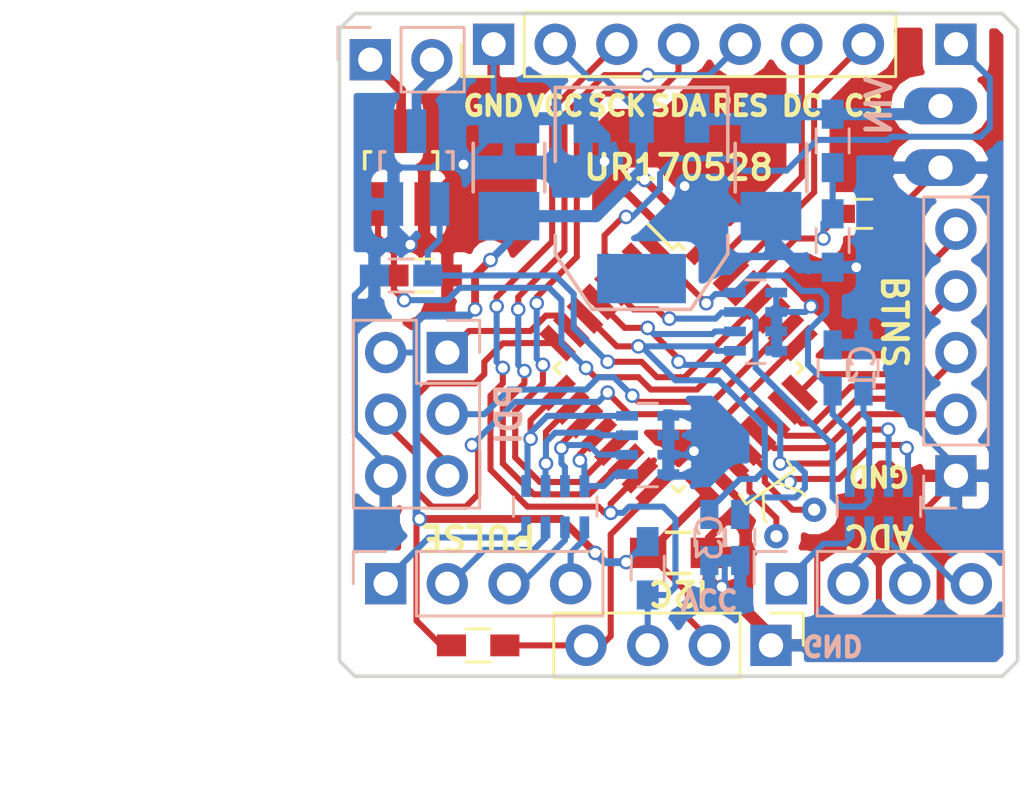
<source format=kicad_pcb>
(kicad_pcb (version 4) (host pcbnew 4.0.6)

  (general
    (links 97)
    (no_connects 0)
    (area 40.564999 116.129999 68.655001 143.585001)
    (thickness 1.6)
    (drawings 28)
    (tracks 564)
    (zones 0)
    (modules 32)
    (nets 42)
  )

  (page A4)
  (layers
    (0 F.Cu signal)
    (31 B.Cu signal)
    (32 B.Adhes user hide)
    (33 F.Adhes user hide)
    (34 B.Paste user)
    (35 F.Paste user)
    (36 B.SilkS user)
    (37 F.SilkS user)
    (38 B.Mask user)
    (39 F.Mask user)
    (40 Dwgs.User user)
    (41 Cmts.User user hide)
    (42 Eco1.User user hide)
    (43 Eco2.User user hide)
    (44 Edge.Cuts user)
    (45 Margin user)
    (46 B.CrtYd user hide)
    (47 F.CrtYd user hide)
    (48 B.Fab user hide)
    (49 F.Fab user hide)
  )

  (setup
    (last_trace_width 0.25)
    (user_trace_width 0.325)
    (user_trace_width 0.4)
    (user_trace_width 0.5)
    (trace_clearance 0.2)
    (zone_clearance 0.508)
    (zone_45_only no)
    (trace_min 0.2)
    (segment_width 0.2)
    (edge_width 0.15)
    (via_size 0.6)
    (via_drill 0.4)
    (via_min_size 0.4)
    (via_min_drill 0.3)
    (uvia_size 0.3)
    (uvia_drill 0.1)
    (uvias_allowed no)
    (uvia_min_size 0.2)
    (uvia_min_drill 0.1)
    (pcb_text_width 0.3)
    (pcb_text_size 1.5 1.5)
    (mod_edge_width 0.15)
    (mod_text_size 1 1)
    (mod_text_width 0.15)
    (pad_size 1.6 2.2)
    (pad_drill 1.2)
    (pad_to_mask_clearance 0.2)
    (aux_axis_origin 0 0)
    (visible_elements FFFFFF7F)
    (pcbplotparams
      (layerselection 0x010f0_80000001)
      (usegerberextensions false)
      (excludeedgelayer true)
      (linewidth 0.100000)
      (plotframeref false)
      (viasonmask false)
      (mode 1)
      (useauxorigin false)
      (hpglpennumber 1)
      (hpglpenspeed 20)
      (hpglpendiameter 15)
      (hpglpenoverlay 2)
      (psnegative false)
      (psa4output false)
      (plotreference true)
      (plotvalue true)
      (plotinvisibletext false)
      (padsonsilk false)
      (subtractmaskfromsilk false)
      (outputformat 1)
      (mirror false)
      (drillshape 0)
      (scaleselection 1)
      (outputdirectory grb-r2/))
  )

  (net 0 "")
  (net 1 GND)
  (net 2 /VIN)
  (net 3 +3V3)
  (net 4 "Net-(CON101-Pad1)")
  (net 5 "Net-(CON101-Pad3)")
  (net 6 "Net-(CON101-Pad4)")
  (net 7 "Net-(CON101-Pad5)")
  (net 8 "Net-(IC101-Pad21)")
  (net 9 "Net-(IC101-Pad22)")
  (net 10 "Net-(IC101-Pad23)")
  (net 11 "Net-(IC101-Pad24)")
  (net 12 /RLY_DRV)
  (net 13 /AUX_DRV)
  (net 14 /ADCH2)
  (net 15 /R10VL)
  (net 16 /FUELL)
  (net 17 /TEMPL)
  (net 18 /BACKLIGHTL)
  (net 19 /RPMD)
  (net 20 /ROADSPDD)
  (net 21 /ECULAMPD)
  (net 22 /DAUXD)
  (net 23 /MOSI)
  (net 24 /RES)
  (net 25 /SCL)
  (net 26 /SDA)
  (net 27 /CS)
  (net 28 /DC)
  (net 29 "Net-(J1-Pad1)")
  (net 30 "Net-(J1-Pad2)")
  (net 31 /R10V)
  (net 32 /FUEL)
  (net 33 /TEMP)
  (net 34 /BACKLIGHT)
  (net 35 /RPM)
  (net 36 /ROADSPD)
  (net 37 /ECULAMP)
  (net 38 /DAUX)
  (net 39 "Net-(IC101-Pad19)")
  (net 40 "Net-(IC101-Pad20)")
  (net 41 /DAC)

  (net_class Default "This is the default net class."
    (clearance 0.2)
    (trace_width 0.25)
    (via_dia 0.6)
    (via_drill 0.4)
    (uvia_dia 0.3)
    (uvia_drill 0.1)
    (add_net +3V3)
    (add_net /ADCH2)
    (add_net /AUX_DRV)
    (add_net /BACKLIGHT)
    (add_net /BACKLIGHTL)
    (add_net /CS)
    (add_net /DAC)
    (add_net /DAUX)
    (add_net /DAUXD)
    (add_net /DC)
    (add_net /ECULAMP)
    (add_net /ECULAMPD)
    (add_net /FUEL)
    (add_net /FUELL)
    (add_net /MOSI)
    (add_net /R10V)
    (add_net /R10VL)
    (add_net /RES)
    (add_net /RLY_DRV)
    (add_net /ROADSPD)
    (add_net /ROADSPDD)
    (add_net /RPM)
    (add_net /RPMD)
    (add_net /SCL)
    (add_net /SDA)
    (add_net /TEMP)
    (add_net /TEMPL)
    (add_net /VIN)
    (add_net GND)
    (add_net "Net-(CON101-Pad1)")
    (add_net "Net-(CON101-Pad3)")
    (add_net "Net-(CON101-Pad4)")
    (add_net "Net-(CON101-Pad5)")
    (add_net "Net-(IC101-Pad19)")
    (add_net "Net-(IC101-Pad20)")
    (add_net "Net-(IC101-Pad21)")
    (add_net "Net-(IC101-Pad22)")
    (add_net "Net-(IC101-Pad23)")
    (add_net "Net-(IC101-Pad24)")
    (add_net "Net-(J1-Pad1)")
    (add_net "Net-(J1-Pad2)")
  )

  (module Pin_Headers:Pin_Header_Straight_1x01_Pitch2.54mm (layer B.Cu) (tedit 592541C7) (tstamp 592540A9)
    (at 66.04 117.475)
    (descr "Through hole straight pin header, 1x01, 2.54mm pitch, single row")
    (tags "Through hole pin header THT 1x01 2.54mm single row")
    (path /59254BC3)
    (fp_text reference J6 (at 0 2.33) (layer B.SilkS) hide
      (effects (font (size 1 1) (thickness 0.15)) (justify mirror))
    )
    (fp_text value DAC (at 0 -2.33) (layer B.Fab)
      (effects (font (size 1 1) (thickness 0.15)) (justify mirror))
    )
    (fp_line (start -1.27 1.27) (end -1.27 -1.27) (layer B.Fab) (width 0.1))
    (fp_line (start -1.27 -1.27) (end 1.27 -1.27) (layer B.Fab) (width 0.1))
    (fp_line (start 1.27 -1.27) (end 1.27 1.27) (layer B.Fab) (width 0.1))
    (fp_line (start 1.27 1.27) (end -1.27 1.27) (layer B.Fab) (width 0.1))
    (fp_line (start -1.8 1.8) (end -1.8 -1.8) (layer B.CrtYd) (width 0.05))
    (fp_line (start -1.8 -1.8) (end 1.8 -1.8) (layer B.CrtYd) (width 0.05))
    (fp_line (start 1.8 -1.8) (end 1.8 1.8) (layer B.CrtYd) (width 0.05))
    (fp_line (start 1.8 1.8) (end -1.8 1.8) (layer B.CrtYd) (width 0.05))
    (fp_text user %R (at 0 2.33) (layer B.Fab)
      (effects (font (size 1 1) (thickness 0.15)) (justify mirror))
    )
    (pad 1 thru_hole rect (at 0 0) (size 1.7 1.7) (drill 1) (layers *.Cu *.Mask)
      (net 41 /DAC))
    (model ${KISYS3DMOD}/Pin_Headers.3dshapes/Pin_Header_Straight_1x01_Pitch2.54mm.wrl
      (at (xyz 0 0 0))
      (scale (xyz 1 1 1))
      (rotate (xyz 0 0 90))
    )
  )

  (module Crystals:Crystal_DS26_d2.0mm_l6.0mm_Horizontal (layer F.Cu) (tedit 5925376E) (tstamp 59253505)
    (at 60.198 136.652 215)
    (descr "Crystal THT DS26 6.0mm length 2.0mm diameter http://www.microcrystal.com/images/_Product-Documentation/03_TF_metal_Packages/01_Datasheet/DS-Series.pdf")
    (tags ['DS26'])
    (path /592531E4)
    (fp_text reference Y1 (at -1.57 1.625 305) (layer F.SilkS) hide
      (effects (font (size 1 1) (thickness 0.15)))
    )
    (fp_text value 32k (at 3.47 1.625 305) (layer F.Fab)
      (effects (font (size 1 1) (thickness 0.15)))
    )
    (fp_text user %R (at 1 4.75 305) (layer F.Fab)
      (effects (font (size 0.7 0.7) (thickness 0.105)))
    )
    (fp_line (start -0.05 2) (end -0.05 8) (layer F.Fab) (width 0.1))
    (fp_line (start -0.05 8) (end 1.95 8) (layer F.Fab) (width 0.1))
    (fp_line (start 1.95 8) (end 1.95 2) (layer F.Fab) (width 0.1))
    (fp_line (start 1.95 2) (end -0.05 2) (layer F.Fab) (width 0.1))
    (fp_line (start 0.6 2) (end 0 1) (layer F.Fab) (width 0.1))
    (fp_line (start 0 1) (end 0 0) (layer F.Fab) (width 0.1))
    (fp_line (start 1.3 2) (end 1.9 1) (layer F.Fab) (width 0.1))
    (fp_line (start 1.9 1) (end 1.9 0) (layer F.Fab) (width 0.1))
    (fp_line (start -0.25 1.8) (end -0.25 2.286) (layer F.SilkS) (width 0.12))
    (fp_line (start 2.159 2.286) (end 2.159 1.8) (layer F.SilkS) (width 0.12))
    (fp_line (start 2.15 1.8) (end -0.25 1.8) (layer F.SilkS) (width 0.12))
    (fp_line (start 0.6 1.8) (end 0 0.9) (layer F.SilkS) (width 0.12))
    (fp_line (start 0 0.9) (end 0 0.7) (layer F.SilkS) (width 0.12))
    (fp_line (start 1.3 1.8) (end 1.9 0.9) (layer F.SilkS) (width 0.12))
    (fp_line (start 1.9 0.9) (end 1.9 0.7) (layer F.SilkS) (width 0.12))
    (fp_line (start -0.8 -0.8) (end -0.8 8.8) (layer F.CrtYd) (width 0.05))
    (fp_line (start -0.8 8.8) (end 2.7 8.8) (layer F.CrtYd) (width 0.05))
    (fp_line (start 2.7 8.8) (end 2.7 -0.8) (layer F.CrtYd) (width 0.05))
    (fp_line (start 2.7 -0.8) (end -0.8 -0.8) (layer F.CrtYd) (width 0.05))
    (pad 1 thru_hole circle (at 0 0 215) (size 1 1) (drill 0.5) (layers *.Cu *.Mask)
      (net 40 "Net-(IC101-Pad20)"))
    (pad 2 thru_hole circle (at 1.9 0 215) (size 1 1) (drill 0.5) (layers *.Cu *.Mask)
      (net 39 "Net-(IC101-Pad19)"))
    (model ${KISYS3DMOD}/Crystals.3dshapes/Crystal_DS26_d2.0mm_l6.0mm_Horizontal.wrl
      (at (xyz 0 0 0))
      (scale (xyz 0.393701 0.393701 0.393701))
      (rotate (xyz 0 0 0))
    )
  )

  (module Connect:PINHEAD1-2 (layer B.Cu) (tedit 5923741B) (tstamp 592280C4)
    (at 65.405 122.555 90)
    (path /5921F6D9)
    (fp_text reference P1 (at 1.27 3.9 90) (layer B.SilkS) hide
      (effects (font (size 1 1) (thickness 0.15)) (justify mirror))
    )
    (fp_text value PWR (at 1.27 -3.81 90) (layer B.Fab)
      (effects (font (size 1 1) (thickness 0.15)) (justify mirror))
    )
    (fp_line (start -1.52 3.42) (end 4.06 3.42) (layer B.CrtYd) (width 0.05))
    (fp_line (start -1.52 3.42) (end -1.52 -3.42) (layer B.CrtYd) (width 0.05))
    (fp_line (start 4.06 -3.42) (end 4.06 3.42) (layer B.CrtYd) (width 0.05))
    (fp_line (start 4.06 -3.42) (end -1.52 -3.42) (layer B.CrtYd) (width 0.05))
    (pad 1 thru_hole oval (at 0 0 90) (size 1.51 3.01) (drill 1) (layers *.Cu *.Mask)
      (net 1 GND))
    (pad 2 thru_hole oval (at 2.54 0 90) (size 1.51 3.01) (drill 1) (layers *.Cu *.Mask)
      (net 2 /VIN))
  )

  (module Pin_Headers:Pin_Header_Straight_2x03_Pitch2.54mm (layer B.Cu) (tedit 59236A21) (tstamp 5922808D)
    (at 45.085 130.175 180)
    (descr "Through hole straight pin header, 2x03, 2.54mm pitch, double rows")
    (tags "Through hole pin header THT 2x03 2.54mm double row")
    (path /56E458AA)
    (fp_text reference CON101 (at 1.27 2.33 180) (layer B.SilkS) hide
      (effects (font (size 1 1) (thickness 0.15)) (justify mirror))
    )
    (fp_text value AVR-PDI-6 (at 1.27 -7.41 180) (layer B.Fab)
      (effects (font (size 1 1) (thickness 0.15)) (justify mirror))
    )
    (fp_line (start -1.27 1.27) (end -1.27 -6.35) (layer B.Fab) (width 0.1))
    (fp_line (start -1.27 -6.35) (end 3.81 -6.35) (layer B.Fab) (width 0.1))
    (fp_line (start 3.81 -6.35) (end 3.81 1.27) (layer B.Fab) (width 0.1))
    (fp_line (start 3.81 1.27) (end -1.27 1.27) (layer B.Fab) (width 0.1))
    (fp_line (start -1.33 -1.27) (end -1.33 -6.41) (layer B.SilkS) (width 0.12))
    (fp_line (start -1.33 -6.41) (end 3.87 -6.41) (layer B.SilkS) (width 0.12))
    (fp_line (start 3.87 -6.41) (end 3.87 1.33) (layer B.SilkS) (width 0.12))
    (fp_line (start 3.87 1.33) (end 1.27 1.33) (layer B.SilkS) (width 0.12))
    (fp_line (start 1.27 1.33) (end 1.27 -1.27) (layer B.SilkS) (width 0.12))
    (fp_line (start 1.27 -1.27) (end -1.33 -1.27) (layer B.SilkS) (width 0.12))
    (fp_line (start -1.33 0) (end -1.33 1.33) (layer B.SilkS) (width 0.12))
    (fp_line (start -1.33 1.33) (end 0 1.33) (layer B.SilkS) (width 0.12))
    (fp_line (start -1.8 1.8) (end -1.8 -6.85) (layer B.CrtYd) (width 0.05))
    (fp_line (start -1.8 -6.85) (end 4.35 -6.85) (layer B.CrtYd) (width 0.05))
    (fp_line (start 4.35 -6.85) (end 4.35 1.8) (layer B.CrtYd) (width 0.05))
    (fp_line (start 4.35 1.8) (end -1.8 1.8) (layer B.CrtYd) (width 0.05))
    (fp_text user %R (at 1.27 2.33 180) (layer B.Fab)
      (effects (font (size 1 1) (thickness 0.15)) (justify mirror))
    )
    (pad 1 thru_hole rect (at 0 0 180) (size 1.7 1.7) (drill 1) (layers *.Cu *.Mask)
      (net 4 "Net-(CON101-Pad1)"))
    (pad 2 thru_hole oval (at 2.54 0 180) (size 1.7 1.7) (drill 1) (layers *.Cu *.Mask)
      (net 3 +3V3))
    (pad 3 thru_hole oval (at 0 -2.54 180) (size 1.7 1.7) (drill 1) (layers *.Cu *.Mask)
      (net 5 "Net-(CON101-Pad3)"))
    (pad 4 thru_hole oval (at 2.54 -2.54 180) (size 1.7 1.7) (drill 1) (layers *.Cu *.Mask)
      (net 6 "Net-(CON101-Pad4)"))
    (pad 5 thru_hole oval (at 0 -5.08 180) (size 1.7 1.7) (drill 1) (layers *.Cu *.Mask)
      (net 7 "Net-(CON101-Pad5)"))
    (pad 6 thru_hole oval (at 2.54 -5.08 180) (size 1.7 1.7) (drill 1) (layers *.Cu *.Mask)
      (net 1 GND))
    (model ${KISYS3DMOD}/Pin_Headers.3dshapes/Pin_Header_Straight_2x03_Pitch2.54mm.wrl
      (at (xyz 0.05 -0.1 0))
      (scale (xyz 1 1 1))
      (rotate (xyz 0 0 90))
    )
  )

  (module Capacitors_SMD:C_0603_HandSoldering (layer B.Cu) (tedit 59236A02) (tstamp 5922808C)
    (at 55.88 137.795 270)
    (descr "Capacitor SMD 0603, hand soldering")
    (tags "capacitor 0603")
    (path /59223F06)
    (attr smd)
    (fp_text reference C4 (at 0 1.25 270) (layer B.SilkS) hide
      (effects (font (size 1 1) (thickness 0.15)) (justify mirror))
    )
    (fp_text value .1u (at 0 -1.5 270) (layer B.Fab)
      (effects (font (size 1 1) (thickness 0.15)) (justify mirror))
    )
    (fp_text user %R (at 0 1.25 270) (layer B.Fab)
      (effects (font (size 1 1) (thickness 0.15)) (justify mirror))
    )
    (fp_line (start -0.8 -0.4) (end -0.8 0.4) (layer B.Fab) (width 0.1))
    (fp_line (start 0.8 -0.4) (end -0.8 -0.4) (layer B.Fab) (width 0.1))
    (fp_line (start 0.8 0.4) (end 0.8 -0.4) (layer B.Fab) (width 0.1))
    (fp_line (start -0.8 0.4) (end 0.8 0.4) (layer B.Fab) (width 0.1))
    (fp_line (start -0.35 0.6) (end 0.35 0.6) (layer B.SilkS) (width 0.12))
    (fp_line (start 0.35 -0.6) (end -0.35 -0.6) (layer B.SilkS) (width 0.12))
    (fp_line (start -1.8 0.65) (end 1.8 0.65) (layer B.CrtYd) (width 0.05))
    (fp_line (start -1.8 0.65) (end -1.8 -0.65) (layer B.CrtYd) (width 0.05))
    (fp_line (start 1.8 -0.65) (end 1.8 0.65) (layer B.CrtYd) (width 0.05))
    (fp_line (start 1.8 -0.65) (end -1.8 -0.65) (layer B.CrtYd) (width 0.05))
    (pad 1 smd rect (at -0.95 0 270) (size 1.2 0.75) (layers B.Cu B.Paste B.Mask)
      (net 18 /BACKLIGHTL))
    (pad 2 smd rect (at 0.95 0 270) (size 1.2 0.75) (layers B.Cu B.Paste B.Mask)
      (net 1 GND))
    (model Capacitors_SMD.3dshapes/C_0603.wrl
      (at (xyz 0 0 0))
      (scale (xyz 1 1 1))
      (rotate (xyz 0 0 0))
    )
  )

  (module TO_SOT_Packages_SMD:SOT-23_Handsoldering (layer F.Cu) (tedit 56E5A53C) (tstamp 56E5824E)
    (at 43.18 122.555)
    (descr "SOT-23, Handsoldering")
    (tags SOT-23)
    (path /56E581B1)
    (attr smd)
    (fp_text reference Q102 (at 0 -3.81) (layer F.SilkS) hide
      (effects (font (size 1 1) (thickness 0.15)))
    )
    (fp_text value IRLML6344TRPBF (at 0 3.81) (layer F.Fab) hide
      (effects (font (size 1 1) (thickness 0.15)))
    )
    (fp_line (start -1.49982 0.0508) (end -1.49982 -0.65024) (layer F.SilkS) (width 0.15))
    (fp_line (start -1.49982 -0.65024) (end -1.2509 -0.65024) (layer F.SilkS) (width 0.15))
    (fp_line (start 1.29916 -0.65024) (end 1.49982 -0.65024) (layer F.SilkS) (width 0.15))
    (fp_line (start 1.49982 -0.65024) (end 1.49982 0.0508) (layer F.SilkS) (width 0.15))
    (pad 1 smd rect (at -0.95 1.50114) (size 0.8001 1.80086) (layers F.Cu F.Paste F.Mask)
      (net 13 /AUX_DRV))
    (pad 2 smd rect (at 0.95 1.50114) (size 0.8001 1.80086) (layers F.Cu F.Paste F.Mask)
      (net 1 GND))
    (pad 3 smd rect (at 0 -1.50114) (size 0.8001 1.80086) (layers F.Cu F.Paste F.Mask)
      (net 29 "Net-(J1-Pad1)"))
    (model TO_SOT_Packages_SMD.3dshapes/SOT-23_Handsoldering.wrl
      (at (xyz 0 0 0))
      (scale (xyz 1 1 1))
      (rotate (xyz 0 0 0))
    )
  )

  (module TO_SOT_Packages_SMD:SOT-223 (layer B.Cu) (tedit 56E41486) (tstamp 56E3F83E)
    (at 53.086 123.825)
    (descr "module CMS SOT223 4 pins")
    (tags "CMS SOT")
    (path /56E3F5B0)
    (attr smd)
    (fp_text reference U101 (at 0 0.762) (layer B.SilkS) hide
      (effects (font (size 1 1) (thickness 0.15)) (justify mirror))
    )
    (fp_text value NCP1117ST33T3G (at 0 -0.762) (layer B.Fab) hide
      (effects (font (size 1 1) (thickness 0.15)) (justify mirror))
    )
    (fp_line (start -3.556 -1.524) (end -3.556 -4.572) (layer B.SilkS) (width 0.15))
    (fp_line (start -3.556 -4.572) (end 3.556 -4.572) (layer B.SilkS) (width 0.15))
    (fp_line (start 3.556 -4.572) (end 3.556 -1.524) (layer B.SilkS) (width 0.15))
    (fp_line (start -3.556 1.524) (end -3.556 2.286) (layer B.SilkS) (width 0.15))
    (fp_line (start -3.556 2.286) (end -2.032 4.572) (layer B.SilkS) (width 0.15))
    (fp_line (start -2.032 4.572) (end 2.032 4.572) (layer B.SilkS) (width 0.15))
    (fp_line (start 2.032 4.572) (end 3.556 2.286) (layer B.SilkS) (width 0.15))
    (fp_line (start 3.556 2.286) (end 3.556 1.524) (layer B.SilkS) (width 0.15))
    (pad 4 smd rect (at 0 3.302) (size 3.6576 2.032) (layers B.Cu B.Paste B.Mask))
    (pad 2 smd rect (at 0 -3.302) (size 1.016 2.032) (layers B.Cu B.Paste B.Mask)
      (net 3 +3V3))
    (pad 3 smd rect (at 2.286 -3.302) (size 1.016 2.032) (layers B.Cu B.Paste B.Mask)
      (net 2 /VIN))
    (pad 1 smd rect (at -2.286 -3.302) (size 1.016 2.032) (layers B.Cu B.Paste B.Mask)
      (net 1 GND))
    (model TO_SOT_Packages_SMD.3dshapes/SOT-223.wrl
      (at (xyz 0 0 0))
      (scale (xyz 0.4 0.4 0.4))
      (rotate (xyz 0 0 0))
    )
  )

  (module TO_SOT_Packages_SMD:SOT-23_Handsoldering (layer B.Cu) (tedit 56E414CC) (tstamp 56E3F812)
    (at 43.815 122.555 180)
    (descr "SOT-23, Handsoldering")
    (tags SOT-23)
    (path /56E4004B)
    (attr smd)
    (fp_text reference Q101 (at 0 3.81 180) (layer B.SilkS) hide
      (effects (font (size 1 1) (thickness 0.15)) (justify mirror))
    )
    (fp_text value IRLML6344TRPBF (at 0 -3.81 180) (layer B.Fab) hide
      (effects (font (size 1 1) (thickness 0.15)) (justify mirror))
    )
    (fp_line (start -1.49982 -0.0508) (end -1.49982 0.65024) (layer B.SilkS) (width 0.15))
    (fp_line (start -1.49982 0.65024) (end -1.2509 0.65024) (layer B.SilkS) (width 0.15))
    (fp_line (start 1.29916 0.65024) (end 1.49982 0.65024) (layer B.SilkS) (width 0.15))
    (fp_line (start 1.49982 0.65024) (end 1.49982 -0.0508) (layer B.SilkS) (width 0.15))
    (pad 1 smd rect (at -0.95 -1.50114 180) (size 0.8001 1.80086) (layers B.Cu B.Paste B.Mask)
      (net 12 /RLY_DRV))
    (pad 2 smd rect (at 0.95 -1.50114 180) (size 0.8001 1.80086) (layers B.Cu B.Paste B.Mask)
      (net 1 GND))
    (pad 3 smd rect (at 0 1.50114 180) (size 0.8001 1.80086) (layers B.Cu B.Paste B.Mask)
      (net 30 "Net-(J1-Pad2)"))
    (model TO_SOT_Packages_SMD.3dshapes/SOT-23_Handsoldering.wrl
      (at (xyz 0 0 0))
      (scale (xyz 1 1 1))
      (rotate (xyz 0 0 0))
    )
  )

  (module Housings_QFP:TQFP-32_7x7mm_Pitch0.8mm (layer F.Cu) (tedit 56E4148B) (tstamp 56E3F7D7)
    (at 54.61 130.81 315)
    (descr "32-Lead Plastic Thin Quad Flatpack (PT) - 7x7x1.0 mm Body, 2.00 mm [TQFP] (see Microchip Packaging Specification 00000049BS.pdf)")
    (tags "QFP 0.8")
    (path /56E41A14)
    (attr smd)
    (fp_text reference IC101 (at 0 -6.05 315) (layer F.SilkS) hide
      (effects (font (size 1 1) (thickness 0.15)))
    )
    (fp_text value ATXMEGA32E5-A (at 0 6.05 315) (layer F.Fab) hide
      (effects (font (size 1 1) (thickness 0.15)))
    )
    (fp_line (start -5.3 -5.3) (end -5.3 5.3) (layer F.CrtYd) (width 0.05))
    (fp_line (start 5.3 -5.3) (end 5.3 5.3) (layer F.CrtYd) (width 0.05))
    (fp_line (start -5.3 -5.3) (end 5.3 -5.3) (layer F.CrtYd) (width 0.05))
    (fp_line (start -5.3 5.3) (end 5.3 5.3) (layer F.CrtYd) (width 0.05))
    (fp_line (start -3.625 -3.625) (end -3.625 -3.3) (layer F.SilkS) (width 0.15))
    (fp_line (start 3.625 -3.625) (end 3.625 -3.3) (layer F.SilkS) (width 0.15))
    (fp_line (start 3.625 3.625) (end 3.625 3.3) (layer F.SilkS) (width 0.15))
    (fp_line (start -3.625 3.625) (end -3.625 3.3) (layer F.SilkS) (width 0.15))
    (fp_line (start -3.625 -3.625) (end -3.3 -3.625) (layer F.SilkS) (width 0.15))
    (fp_line (start -3.625 3.625) (end -3.3 3.625) (layer F.SilkS) (width 0.15))
    (fp_line (start 3.625 3.625) (end 3.3 3.625) (layer F.SilkS) (width 0.15))
    (fp_line (start 3.625 -3.625) (end 3.3 -3.625) (layer F.SilkS) (width 0.15))
    (fp_line (start -3.625 -3.3) (end -5.05 -3.3) (layer F.SilkS) (width 0.15))
    (pad 1 smd rect (at -4.25 -2.8 315) (size 1.6 0.55) (layers F.Cu F.Paste F.Mask)
      (net 1 GND))
    (pad 2 smd rect (at -4.25 -2 315) (size 1.6 0.55) (layers F.Cu F.Paste F.Mask)
      (net 15 /R10VL))
    (pad 3 smd rect (at -4.25 -1.2 315) (size 1.6 0.55) (layers F.Cu F.Paste F.Mask)
      (net 41 /DAC))
    (pad 4 smd rect (at -4.25 -0.4 315) (size 1.6 0.55) (layers F.Cu F.Paste F.Mask)
      (net 16 /FUELL))
    (pad 5 smd rect (at -4.25 0.4 315) (size 1.6 0.55) (layers F.Cu F.Paste F.Mask)
      (net 17 /TEMPL))
    (pad 6 smd rect (at -4.25 1.2 315) (size 1.6 0.55) (layers F.Cu F.Paste F.Mask)
      (net 18 /BACKLIGHTL))
    (pad 7 smd rect (at -4.25 2 315) (size 1.6 0.55) (layers F.Cu F.Paste F.Mask)
      (net 4 "Net-(CON101-Pad1)"))
    (pad 8 smd rect (at -4.25 2.8 315) (size 1.6 0.55) (layers F.Cu F.Paste F.Mask)
      (net 7 "Net-(CON101-Pad5)"))
    (pad 9 smd rect (at -2.8 4.25 45) (size 1.6 0.55) (layers F.Cu F.Paste F.Mask)
      (net 19 /RPMD))
    (pad 10 smd rect (at -2 4.25 45) (size 1.6 0.55) (layers F.Cu F.Paste F.Mask)
      (net 20 /ROADSPDD))
    (pad 11 smd rect (at -1.2 4.25 45) (size 1.6 0.55) (layers F.Cu F.Paste F.Mask)
      (net 21 /ECULAMPD))
    (pad 12 smd rect (at -0.4 4.25 45) (size 1.6 0.55) (layers F.Cu F.Paste F.Mask)
      (net 22 /DAUXD))
    (pad 13 smd rect (at 0.4 4.25 45) (size 1.6 0.55) (layers F.Cu F.Paste F.Mask)
      (net 23 /MOSI))
    (pad 14 smd rect (at 1.2 4.25 45) (size 1.6 0.55) (layers F.Cu F.Paste F.Mask)
      (net 24 /RES))
    (pad 15 smd rect (at 2 4.25 45) (size 1.6 0.55) (layers F.Cu F.Paste F.Mask)
      (net 25 /SCL))
    (pad 16 smd rect (at 2.8 4.25 45) (size 1.6 0.55) (layers F.Cu F.Paste F.Mask)
      (net 26 /SDA))
    (pad 17 smd rect (at 4.25 2.8 315) (size 1.6 0.55) (layers F.Cu F.Paste F.Mask)
      (net 3 +3V3))
    (pad 18 smd rect (at 4.25 2 315) (size 1.6 0.55) (layers F.Cu F.Paste F.Mask)
      (net 1 GND))
    (pad 19 smd rect (at 4.25 1.2 315) (size 1.6 0.55) (layers F.Cu F.Paste F.Mask)
      (net 39 "Net-(IC101-Pad19)"))
    (pad 20 smd rect (at 4.25 0.4 315) (size 1.6 0.55) (layers F.Cu F.Paste F.Mask)
      (net 40 "Net-(IC101-Pad20)"))
    (pad 21 smd rect (at 4.25 -0.4 315) (size 1.6 0.55) (layers F.Cu F.Paste F.Mask)
      (net 8 "Net-(IC101-Pad21)"))
    (pad 22 smd rect (at 4.25 -1.2 315) (size 1.6 0.55) (layers F.Cu F.Paste F.Mask)
      (net 9 "Net-(IC101-Pad22)"))
    (pad 23 smd rect (at 4.25 -2 315) (size 1.6 0.55) (layers F.Cu F.Paste F.Mask)
      (net 10 "Net-(IC101-Pad23)"))
    (pad 24 smd rect (at 4.25 -2.8 315) (size 1.6 0.55) (layers F.Cu F.Paste F.Mask)
      (net 11 "Net-(IC101-Pad24)"))
    (pad 25 smd rect (at 2.8 -4.25 45) (size 1.6 0.55) (layers F.Cu F.Paste F.Mask)
      (net 6 "Net-(CON101-Pad4)"))
    (pad 26 smd rect (at 2 -4.25 45) (size 1.6 0.55) (layers F.Cu F.Paste F.Mask)
      (net 5 "Net-(CON101-Pad3)"))
    (pad 27 smd rect (at 1.2 -4.25 45) (size 1.6 0.55) (layers F.Cu F.Paste F.Mask)
      (net 13 /AUX_DRV))
    (pad 28 smd rect (at 0.4 -4.25 45) (size 1.6 0.55) (layers F.Cu F.Paste F.Mask)
      (net 12 /RLY_DRV))
    (pad 29 smd rect (at -0.4 -4.25 45) (size 1.6 0.55) (layers F.Cu F.Paste F.Mask)
      (net 14 /ADCH2))
    (pad 30 smd rect (at -1.2 -4.25 45) (size 1.6 0.55) (layers F.Cu F.Paste F.Mask)
      (net 27 /CS))
    (pad 31 smd rect (at -2 -4.25 45) (size 1.6 0.55) (layers F.Cu F.Paste F.Mask)
      (net 28 /DC))
    (pad 32 smd rect (at -2.8 -4.25 45) (size 1.6 0.55) (layers F.Cu F.Paste F.Mask)
      (net 3 +3V3))
    (model Housings_QFP.3dshapes/TQFP-32_7x7mm_Pitch0.8mm.wrl
      (at (xyz 0 0 0))
      (scale (xyz 1 1 1))
      (rotate (xyz 0 0 0))
    )
  )

  (module Capacitors_SMD:C_0805_HandSoldering (layer F.Cu) (tedit 56E41475) (tstamp 56E3F79D)
    (at 54.61 138.43)
    (descr "Capacitor SMD 0805, hand soldering")
    (tags "capacitor 0805")
    (path /56E41513)
    (attr smd)
    (fp_text reference C104 (at 0 -2.1) (layer F.SilkS) hide
      (effects (font (size 1 1) (thickness 0.15)))
    )
    (fp_text value 1u (at 0 2.1) (layer F.Fab) hide
      (effects (font (size 1 1) (thickness 0.15)))
    )
    (fp_line (start -2.3 -1) (end 2.3 -1) (layer F.CrtYd) (width 0.05))
    (fp_line (start -2.3 1) (end 2.3 1) (layer F.CrtYd) (width 0.05))
    (fp_line (start -2.3 -1) (end -2.3 1) (layer F.CrtYd) (width 0.05))
    (fp_line (start 2.3 -1) (end 2.3 1) (layer F.CrtYd) (width 0.05))
    (fp_line (start 0.5 -0.85) (end -0.5 -0.85) (layer F.SilkS) (width 0.15))
    (fp_line (start -0.5 0.85) (end 0.5 0.85) (layer F.SilkS) (width 0.15))
    (pad 1 smd rect (at -1.25 0) (size 1.5 1.25) (layers F.Cu F.Paste F.Mask)
      (net 3 +3V3))
    (pad 2 smd rect (at 1.25 0) (size 1.5 1.25) (layers F.Cu F.Paste F.Mask)
      (net 1 GND))
    (model Capacitors_SMD.3dshapes/C_0805_HandSoldering.wrl
      (at (xyz 0 0 0))
      (scale (xyz 1 1 1))
      (rotate (xyz 0 0 0))
    )
  )

  (module Capacitors_SMD:C_1210_HandSoldering (layer B.Cu) (tedit 56E414EC) (tstamp 56E3F797)
    (at 47.625 122.555 90)
    (descr "Capacitor SMD 1210, hand soldering")
    (tags "capacitor 1210")
    (path /56E40D63)
    (attr smd)
    (fp_text reference C103 (at 0 2.7 90) (layer B.SilkS) hide
      (effects (font (size 1 1) (thickness 0.15)) (justify mirror))
    )
    (fp_text value 10u (at 0 -2.7 90) (layer B.Fab) hide
      (effects (font (size 1 1) (thickness 0.15)) (justify mirror))
    )
    (fp_line (start -3.3 1.6) (end 3.3 1.6) (layer B.CrtYd) (width 0.05))
    (fp_line (start -3.3 -1.6) (end 3.3 -1.6) (layer B.CrtYd) (width 0.05))
    (fp_line (start -3.3 1.6) (end -3.3 -1.6) (layer B.CrtYd) (width 0.05))
    (fp_line (start 3.3 1.6) (end 3.3 -1.6) (layer B.CrtYd) (width 0.05))
    (fp_line (start 1 1.475) (end -1 1.475) (layer B.SilkS) (width 0.15))
    (fp_line (start -1 -1.475) (end 1 -1.475) (layer B.SilkS) (width 0.15))
    (pad 1 smd rect (at -2 0 90) (size 2 2.5) (layers B.Cu B.Paste B.Mask)
      (net 3 +3V3))
    (pad 2 smd rect (at 2 0 90) (size 2 2.5) (layers B.Cu B.Paste B.Mask)
      (net 1 GND))
    (model Capacitors_SMD.3dshapes/C_1210_HandSoldering.wrl
      (at (xyz 0 0 0))
      (scale (xyz 1 1 1))
      (rotate (xyz 0 0 0))
    )
  )

  (module Capacitors_SMD:C_1210_HandSoldering (layer B.Cu) (tedit 56E414E8) (tstamp 56E3F791)
    (at 58.42 122.555 270)
    (descr "Capacitor SMD 1210, hand soldering")
    (tags "capacitor 1210")
    (path /56E40C9E)
    (attr smd)
    (fp_text reference C102 (at 0 2.7 270) (layer B.SilkS) hide
      (effects (font (size 1 1) (thickness 0.15)) (justify mirror))
    )
    (fp_text value 10u (at 0 -2.7 270) (layer B.Fab) hide
      (effects (font (size 1 1) (thickness 0.15)) (justify mirror))
    )
    (fp_line (start -3.3 1.6) (end 3.3 1.6) (layer B.CrtYd) (width 0.05))
    (fp_line (start -3.3 -1.6) (end 3.3 -1.6) (layer B.CrtYd) (width 0.05))
    (fp_line (start -3.3 1.6) (end -3.3 -1.6) (layer B.CrtYd) (width 0.05))
    (fp_line (start 3.3 1.6) (end 3.3 -1.6) (layer B.CrtYd) (width 0.05))
    (fp_line (start 1 1.475) (end -1 1.475) (layer B.SilkS) (width 0.15))
    (fp_line (start -1 -1.475) (end 1 -1.475) (layer B.SilkS) (width 0.15))
    (pad 1 smd rect (at -2 0 270) (size 2 2.5) (layers B.Cu B.Paste B.Mask)
      (net 2 /VIN))
    (pad 2 smd rect (at 2 0 270) (size 2 2.5) (layers B.Cu B.Paste B.Mask)
      (net 1 GND))
    (model Capacitors_SMD.3dshapes/C_1210_HandSoldering.wrl
      (at (xyz 0 0 0))
      (scale (xyz 1 1 1))
      (rotate (xyz 0 0 0))
    )
  )

  (module Capacitors_SMD:C_0603_HandSoldering (layer B.Cu) (tedit 58AA848B) (tstamp 5922807A)
    (at 60.96 130.81 90)
    (descr "Capacitor SMD 0603, hand soldering")
    (tags "capacitor 0603")
    (path /592241AF)
    (attr smd)
    (fp_text reference C1 (at 0 1.25 90) (layer B.SilkS)
      (effects (font (size 1 1) (thickness 0.15)) (justify mirror))
    )
    (fp_text value .1u (at 0 -1.5 90) (layer B.Fab)
      (effects (font (size 1 1) (thickness 0.15)) (justify mirror))
    )
    (fp_text user %R (at 0 1.25 90) (layer B.Fab)
      (effects (font (size 1 1) (thickness 0.15)) (justify mirror))
    )
    (fp_line (start -0.8 -0.4) (end -0.8 0.4) (layer B.Fab) (width 0.1))
    (fp_line (start 0.8 -0.4) (end -0.8 -0.4) (layer B.Fab) (width 0.1))
    (fp_line (start 0.8 0.4) (end 0.8 -0.4) (layer B.Fab) (width 0.1))
    (fp_line (start -0.8 0.4) (end 0.8 0.4) (layer B.Fab) (width 0.1))
    (fp_line (start -0.35 0.6) (end 0.35 0.6) (layer B.SilkS) (width 0.12))
    (fp_line (start 0.35 -0.6) (end -0.35 -0.6) (layer B.SilkS) (width 0.12))
    (fp_line (start -1.8 0.65) (end 1.8 0.65) (layer B.CrtYd) (width 0.05))
    (fp_line (start -1.8 0.65) (end -1.8 -0.65) (layer B.CrtYd) (width 0.05))
    (fp_line (start 1.8 -0.65) (end 1.8 0.65) (layer B.CrtYd) (width 0.05))
    (fp_line (start 1.8 -0.65) (end -1.8 -0.65) (layer B.CrtYd) (width 0.05))
    (pad 1 smd rect (at -0.95 0 90) (size 1.2 0.75) (layers B.Cu B.Paste B.Mask)
      (net 15 /R10VL))
    (pad 2 smd rect (at 0.95 0 90) (size 1.2 0.75) (layers B.Cu B.Paste B.Mask)
      (net 1 GND))
    (model Capacitors_SMD.3dshapes/C_0603.wrl
      (at (xyz 0 0 0))
      (scale (xyz 1 1 1))
      (rotate (xyz 0 0 0))
    )
  )

  (module Capacitors_SMD:C_0603_HandSoldering (layer B.Cu) (tedit 59236A16) (tstamp 59228080)
    (at 62.23 130.81 90)
    (descr "Capacitor SMD 0603, hand soldering")
    (tags "capacitor 0603")
    (path /5922414C)
    (attr smd)
    (fp_text reference C2 (at 0 1.25 90) (layer B.SilkS) hide
      (effects (font (size 1 1) (thickness 0.15)) (justify mirror))
    )
    (fp_text value .1u (at 0 -1.5 90) (layer B.Fab)
      (effects (font (size 1 1) (thickness 0.15)) (justify mirror))
    )
    (fp_text user %R (at 0 1.25 90) (layer B.Fab)
      (effects (font (size 1 1) (thickness 0.15)) (justify mirror))
    )
    (fp_line (start -0.8 -0.4) (end -0.8 0.4) (layer B.Fab) (width 0.1))
    (fp_line (start 0.8 -0.4) (end -0.8 -0.4) (layer B.Fab) (width 0.1))
    (fp_line (start 0.8 0.4) (end 0.8 -0.4) (layer B.Fab) (width 0.1))
    (fp_line (start -0.8 0.4) (end 0.8 0.4) (layer B.Fab) (width 0.1))
    (fp_line (start -0.35 0.6) (end 0.35 0.6) (layer B.SilkS) (width 0.12))
    (fp_line (start 0.35 -0.6) (end -0.35 -0.6) (layer B.SilkS) (width 0.12))
    (fp_line (start -1.8 0.65) (end 1.8 0.65) (layer B.CrtYd) (width 0.05))
    (fp_line (start -1.8 0.65) (end -1.8 -0.65) (layer B.CrtYd) (width 0.05))
    (fp_line (start 1.8 -0.65) (end 1.8 0.65) (layer B.CrtYd) (width 0.05))
    (fp_line (start 1.8 -0.65) (end -1.8 -0.65) (layer B.CrtYd) (width 0.05))
    (pad 1 smd rect (at -0.95 0 90) (size 1.2 0.75) (layers B.Cu B.Paste B.Mask)
      (net 16 /FUELL))
    (pad 2 smd rect (at 0.95 0 90) (size 1.2 0.75) (layers B.Cu B.Paste B.Mask)
      (net 1 GND))
    (model Capacitors_SMD.3dshapes/C_0603.wrl
      (at (xyz 0 0 0))
      (scale (xyz 1 1 1))
      (rotate (xyz 0 0 0))
    )
  )

  (module Capacitors_SMD:C_0603_HandSoldering (layer B.Cu) (tedit 58AA848B) (tstamp 59228086)
    (at 57.15 137.795 270)
    (descr "Capacitor SMD 0603, hand soldering")
    (tags "capacitor 0603")
    (path /592240EC)
    (attr smd)
    (fp_text reference C3 (at 0 1.25 270) (layer B.SilkS)
      (effects (font (size 1 1) (thickness 0.15)) (justify mirror))
    )
    (fp_text value .1u (at 0 -1.5 270) (layer B.Fab)
      (effects (font (size 1 1) (thickness 0.15)) (justify mirror))
    )
    (fp_text user %R (at 0 1.25 270) (layer B.Fab)
      (effects (font (size 1 1) (thickness 0.15)) (justify mirror))
    )
    (fp_line (start -0.8 -0.4) (end -0.8 0.4) (layer B.Fab) (width 0.1))
    (fp_line (start 0.8 -0.4) (end -0.8 -0.4) (layer B.Fab) (width 0.1))
    (fp_line (start 0.8 0.4) (end 0.8 -0.4) (layer B.Fab) (width 0.1))
    (fp_line (start -0.8 0.4) (end 0.8 0.4) (layer B.Fab) (width 0.1))
    (fp_line (start -0.35 0.6) (end 0.35 0.6) (layer B.SilkS) (width 0.12))
    (fp_line (start 0.35 -0.6) (end -0.35 -0.6) (layer B.SilkS) (width 0.12))
    (fp_line (start -1.8 0.65) (end 1.8 0.65) (layer B.CrtYd) (width 0.05))
    (fp_line (start -1.8 0.65) (end -1.8 -0.65) (layer B.CrtYd) (width 0.05))
    (fp_line (start 1.8 -0.65) (end 1.8 0.65) (layer B.CrtYd) (width 0.05))
    (fp_line (start 1.8 -0.65) (end -1.8 -0.65) (layer B.CrtYd) (width 0.05))
    (pad 1 smd rect (at -0.95 0 270) (size 1.2 0.75) (layers B.Cu B.Paste B.Mask)
      (net 17 /TEMPL))
    (pad 2 smd rect (at 0.95 0 270) (size 1.2 0.75) (layers B.Cu B.Paste B.Mask)
      (net 1 GND))
    (model Capacitors_SMD.3dshapes/C_0603.wrl
      (at (xyz 0 0 0))
      (scale (xyz 1 1 1))
      (rotate (xyz 0 0 0))
    )
  )

  (module Pin_Headers:Pin_Header_Straight_1x02_Pitch2.54mm (layer B.Cu) (tedit 59236A3C) (tstamp 5922809B)
    (at 41.91 118.11 270)
    (descr "Through hole straight pin header, 1x02, 2.54mm pitch, single row")
    (tags "Through hole pin header THT 1x02 2.54mm single row")
    (path /59225E22)
    (fp_text reference J1 (at 0 2.33 270) (layer B.SilkS) hide
      (effects (font (size 1 1) (thickness 0.15)) (justify mirror))
    )
    (fp_text value DRV (at 0 -4.87 270) (layer B.Fab)
      (effects (font (size 1 1) (thickness 0.15)) (justify mirror))
    )
    (fp_line (start -1.27 1.27) (end -1.27 -3.81) (layer B.Fab) (width 0.1))
    (fp_line (start -1.27 -3.81) (end 1.27 -3.81) (layer B.Fab) (width 0.1))
    (fp_line (start 1.27 -3.81) (end 1.27 1.27) (layer B.Fab) (width 0.1))
    (fp_line (start 1.27 1.27) (end -1.27 1.27) (layer B.Fab) (width 0.1))
    (fp_line (start -1.33 -1.27) (end -1.33 -3.87) (layer B.SilkS) (width 0.12))
    (fp_line (start -1.33 -3.87) (end 1.33 -3.87) (layer B.SilkS) (width 0.12))
    (fp_line (start 1.33 -3.87) (end 1.33 -1.27) (layer B.SilkS) (width 0.12))
    (fp_line (start 1.33 -1.27) (end -1.33 -1.27) (layer B.SilkS) (width 0.12))
    (fp_line (start -1.33 0) (end -1.33 1.33) (layer B.SilkS) (width 0.12))
    (fp_line (start -1.33 1.33) (end 0 1.33) (layer B.SilkS) (width 0.12))
    (fp_line (start -1.8 1.8) (end -1.8 -4.35) (layer B.CrtYd) (width 0.05))
    (fp_line (start -1.8 -4.35) (end 1.8 -4.35) (layer B.CrtYd) (width 0.05))
    (fp_line (start 1.8 -4.35) (end 1.8 1.8) (layer B.CrtYd) (width 0.05))
    (fp_line (start 1.8 1.8) (end -1.8 1.8) (layer B.CrtYd) (width 0.05))
    (fp_text user %R (at 0 2.33 270) (layer B.Fab)
      (effects (font (size 1 1) (thickness 0.15)) (justify mirror))
    )
    (pad 1 thru_hole rect (at 0 0 270) (size 1.7 1.7) (drill 1) (layers *.Cu *.Mask)
      (net 29 "Net-(J1-Pad1)"))
    (pad 2 thru_hole oval (at 0 -2.54 270) (size 1.7 1.7) (drill 1) (layers *.Cu *.Mask)
      (net 30 "Net-(J1-Pad2)"))
    (model ${KISYS3DMOD}/Pin_Headers.3dshapes/Pin_Header_Straight_1x02_Pitch2.54mm.wrl
      (at (xyz 0 -0.05 0))
      (scale (xyz 1 1 1))
      (rotate (xyz 0 0 90))
    )
  )

  (module Pin_Headers:Pin_Header_Straight_1x04_Pitch2.54mm (layer F.Cu) (tedit 592369E1) (tstamp 592280A3)
    (at 58.42 142.24 270)
    (descr "Through hole straight pin header, 1x04, 2.54mm pitch, single row")
    (tags "Through hole pin header THT 1x04 2.54mm single row")
    (path /5921CF59)
    (fp_text reference J2 (at 0 -2.33 270) (layer F.SilkS) hide
      (effects (font (size 1 1) (thickness 0.15)))
    )
    (fp_text value OLED_I2C (at 0 9.95 270) (layer F.Fab)
      (effects (font (size 1 1) (thickness 0.15)))
    )
    (fp_line (start -1.27 -1.27) (end -1.27 8.89) (layer F.Fab) (width 0.1))
    (fp_line (start -1.27 8.89) (end 1.27 8.89) (layer F.Fab) (width 0.1))
    (fp_line (start 1.27 8.89) (end 1.27 -1.27) (layer F.Fab) (width 0.1))
    (fp_line (start 1.27 -1.27) (end -1.27 -1.27) (layer F.Fab) (width 0.1))
    (fp_line (start -1.33 1.27) (end -1.33 8.95) (layer F.SilkS) (width 0.12))
    (fp_line (start -1.33 8.95) (end 1.33 8.95) (layer F.SilkS) (width 0.12))
    (fp_line (start 1.33 8.95) (end 1.33 1.27) (layer F.SilkS) (width 0.12))
    (fp_line (start 1.33 1.27) (end -1.33 1.27) (layer F.SilkS) (width 0.12))
    (fp_line (start -1.33 0) (end -1.33 -1.33) (layer F.SilkS) (width 0.12))
    (fp_line (start -1.33 -1.33) (end 0 -1.33) (layer F.SilkS) (width 0.12))
    (fp_line (start -1.8 -1.8) (end -1.8 9.4) (layer F.CrtYd) (width 0.05))
    (fp_line (start -1.8 9.4) (end 1.8 9.4) (layer F.CrtYd) (width 0.05))
    (fp_line (start 1.8 9.4) (end 1.8 -1.8) (layer F.CrtYd) (width 0.05))
    (fp_line (start 1.8 -1.8) (end -1.8 -1.8) (layer F.CrtYd) (width 0.05))
    (fp_text user %R (at 0 -2.33 270) (layer F.Fab)
      (effects (font (size 1 1) (thickness 0.15)))
    )
    (pad 1 thru_hole rect (at 0 0 270) (size 1.7 1.7) (drill 1) (layers *.Cu *.Mask)
      (net 1 GND))
    (pad 2 thru_hole oval (at 0 2.54 270) (size 1.7 1.7) (drill 1) (layers *.Cu *.Mask)
      (net 3 +3V3))
    (pad 3 thru_hole oval (at 0 5.08 270) (size 1.7 1.7) (drill 1) (layers *.Cu *.Mask)
      (net 25 /SCL))
    (pad 4 thru_hole oval (at 0 7.62 270) (size 1.7 1.7) (drill 1) (layers *.Cu *.Mask)
      (net 26 /SDA))
    (model ${KISYS3DMOD}/Pin_Headers.3dshapes/Pin_Header_Straight_1x04_Pitch2.54mm.wrl
      (at (xyz 0 -0.15 0))
      (scale (xyz 1 1 1))
      (rotate (xyz 0 0 90))
    )
  )

  (module Pin_Headers:Pin_Header_Straight_1x07_Pitch2.54mm (layer F.Cu) (tedit 59236A40) (tstamp 592280AE)
    (at 46.99 117.475 90)
    (descr "Through hole straight pin header, 1x07, 2.54mm pitch, single row")
    (tags "Through hole pin header THT 1x07 2.54mm single row")
    (path /5922D8B9)
    (fp_text reference J3 (at 0 -2.33 90) (layer F.SilkS) hide
      (effects (font (size 1 1) (thickness 0.15)))
    )
    (fp_text value OLED_SPI (at 0 17.57 90) (layer F.Fab)
      (effects (font (size 1 1) (thickness 0.15)))
    )
    (fp_line (start -1.27 -1.27) (end -1.27 16.51) (layer F.Fab) (width 0.1))
    (fp_line (start -1.27 16.51) (end 1.27 16.51) (layer F.Fab) (width 0.1))
    (fp_line (start 1.27 16.51) (end 1.27 -1.27) (layer F.Fab) (width 0.1))
    (fp_line (start 1.27 -1.27) (end -1.27 -1.27) (layer F.Fab) (width 0.1))
    (fp_line (start -1.33 1.27) (end -1.33 16.57) (layer F.SilkS) (width 0.12))
    (fp_line (start -1.33 16.57) (end 1.33 16.57) (layer F.SilkS) (width 0.12))
    (fp_line (start 1.33 16.57) (end 1.33 1.27) (layer F.SilkS) (width 0.12))
    (fp_line (start 1.33 1.27) (end -1.33 1.27) (layer F.SilkS) (width 0.12))
    (fp_line (start -1.33 0) (end -1.33 -1.33) (layer F.SilkS) (width 0.12))
    (fp_line (start -1.33 -1.33) (end 0 -1.33) (layer F.SilkS) (width 0.12))
    (fp_line (start -1.8 -1.8) (end -1.8 17.05) (layer F.CrtYd) (width 0.05))
    (fp_line (start -1.8 17.05) (end 1.8 17.05) (layer F.CrtYd) (width 0.05))
    (fp_line (start 1.8 17.05) (end 1.8 -1.8) (layer F.CrtYd) (width 0.05))
    (fp_line (start 1.8 -1.8) (end -1.8 -1.8) (layer F.CrtYd) (width 0.05))
    (fp_text user %R (at 0 -2.33 90) (layer F.Fab)
      (effects (font (size 1 1) (thickness 0.15)))
    )
    (pad 1 thru_hole rect (at 0 0 90) (size 1.7 1.7) (drill 1) (layers *.Cu *.Mask)
      (net 1 GND))
    (pad 2 thru_hole oval (at 0 2.54 90) (size 1.7 1.7) (drill 1) (layers *.Cu *.Mask)
      (net 3 +3V3))
    (pad 3 thru_hole oval (at 0 5.08 90) (size 1.7 1.7) (drill 1) (layers *.Cu *.Mask)
      (net 25 /SCL))
    (pad 4 thru_hole oval (at 0 7.62 90) (size 1.7 1.7) (drill 1) (layers *.Cu *.Mask)
      (net 23 /MOSI))
    (pad 5 thru_hole oval (at 0 10.16 90) (size 1.7 1.7) (drill 1) (layers *.Cu *.Mask)
      (net 24 /RES))
    (pad 6 thru_hole oval (at 0 12.7 90) (size 1.7 1.7) (drill 1) (layers *.Cu *.Mask)
      (net 28 /DC))
    (pad 7 thru_hole oval (at 0 15.24 90) (size 1.7 1.7) (drill 1) (layers *.Cu *.Mask)
      (net 27 /CS))
    (model ${KISYS3DMOD}/Pin_Headers.3dshapes/Pin_Header_Straight_1x07_Pitch2.54mm.wrl
      (at (xyz 0 -0.3 0))
      (scale (xyz 1 1 1))
      (rotate (xyz 0 0 90))
    )
  )

  (module Pin_Headers:Pin_Header_Straight_1x04_Pitch2.54mm (layer B.Cu) (tedit 59236A08) (tstamp 592280B6)
    (at 59.055 139.7 270)
    (descr "Through hole straight pin header, 1x04, 2.54mm pitch, single row")
    (tags "Through hole pin header THT 1x04 2.54mm single row")
    (path /5922E622)
    (fp_text reference J4 (at 0 2.33 270) (layer B.SilkS) hide
      (effects (font (size 1 1) (thickness 0.15)) (justify mirror))
    )
    (fp_text value ADC (at 0 -9.95 270) (layer B.Fab)
      (effects (font (size 1 1) (thickness 0.15)) (justify mirror))
    )
    (fp_line (start -1.27 1.27) (end -1.27 -8.89) (layer B.Fab) (width 0.1))
    (fp_line (start -1.27 -8.89) (end 1.27 -8.89) (layer B.Fab) (width 0.1))
    (fp_line (start 1.27 -8.89) (end 1.27 1.27) (layer B.Fab) (width 0.1))
    (fp_line (start 1.27 1.27) (end -1.27 1.27) (layer B.Fab) (width 0.1))
    (fp_line (start -1.33 -1.27) (end -1.33 -8.95) (layer B.SilkS) (width 0.12))
    (fp_line (start -1.33 -8.95) (end 1.33 -8.95) (layer B.SilkS) (width 0.12))
    (fp_line (start 1.33 -8.95) (end 1.33 -1.27) (layer B.SilkS) (width 0.12))
    (fp_line (start 1.33 -1.27) (end -1.33 -1.27) (layer B.SilkS) (width 0.12))
    (fp_line (start -1.33 0) (end -1.33 1.33) (layer B.SilkS) (width 0.12))
    (fp_line (start -1.33 1.33) (end 0 1.33) (layer B.SilkS) (width 0.12))
    (fp_line (start -1.8 1.8) (end -1.8 -9.4) (layer B.CrtYd) (width 0.05))
    (fp_line (start -1.8 -9.4) (end 1.8 -9.4) (layer B.CrtYd) (width 0.05))
    (fp_line (start 1.8 -9.4) (end 1.8 1.8) (layer B.CrtYd) (width 0.05))
    (fp_line (start 1.8 1.8) (end -1.8 1.8) (layer B.CrtYd) (width 0.05))
    (fp_text user %R (at 0 2.33 270) (layer B.Fab)
      (effects (font (size 1 1) (thickness 0.15)) (justify mirror))
    )
    (pad 1 thru_hole rect (at 0 0 270) (size 1.7 1.7) (drill 1) (layers *.Cu *.Mask)
      (net 31 /R10V))
    (pad 2 thru_hole oval (at 0 -2.54 270) (size 1.7 1.7) (drill 1) (layers *.Cu *.Mask)
      (net 32 /FUEL))
    (pad 3 thru_hole oval (at 0 -5.08 270) (size 1.7 1.7) (drill 1) (layers *.Cu *.Mask)
      (net 33 /TEMP))
    (pad 4 thru_hole oval (at 0 -7.62 270) (size 1.7 1.7) (drill 1) (layers *.Cu *.Mask)
      (net 34 /BACKLIGHT))
    (model ${KISYS3DMOD}/Pin_Headers.3dshapes/Pin_Header_Straight_1x04_Pitch2.54mm.wrl
      (at (xyz 0 -0.15 0))
      (scale (xyz 1 1 1))
      (rotate (xyz 0 0 90))
    )
  )

  (module Pin_Headers:Pin_Header_Straight_1x04_Pitch2.54mm (layer B.Cu) (tedit 592369F2) (tstamp 592280BE)
    (at 42.545 139.7 270)
    (descr "Through hole straight pin header, 1x04, 2.54mm pitch, single row")
    (tags "Through hole pin header THT 1x04 2.54mm single row")
    (path /5922EBB3)
    (fp_text reference J5 (at 0 2.33 270) (layer B.SilkS) hide
      (effects (font (size 1 1) (thickness 0.15)) (justify mirror))
    )
    (fp_text value PULSE (at 0 -9.95 270) (layer B.Fab)
      (effects (font (size 1 1) (thickness 0.15)) (justify mirror))
    )
    (fp_line (start -1.27 1.27) (end -1.27 -8.89) (layer B.Fab) (width 0.1))
    (fp_line (start -1.27 -8.89) (end 1.27 -8.89) (layer B.Fab) (width 0.1))
    (fp_line (start 1.27 -8.89) (end 1.27 1.27) (layer B.Fab) (width 0.1))
    (fp_line (start 1.27 1.27) (end -1.27 1.27) (layer B.Fab) (width 0.1))
    (fp_line (start -1.33 -1.27) (end -1.33 -8.95) (layer B.SilkS) (width 0.12))
    (fp_line (start -1.33 -8.95) (end 1.33 -8.95) (layer B.SilkS) (width 0.12))
    (fp_line (start 1.33 -8.95) (end 1.33 -1.27) (layer B.SilkS) (width 0.12))
    (fp_line (start 1.33 -1.27) (end -1.33 -1.27) (layer B.SilkS) (width 0.12))
    (fp_line (start -1.33 0) (end -1.33 1.33) (layer B.SilkS) (width 0.12))
    (fp_line (start -1.33 1.33) (end 0 1.33) (layer B.SilkS) (width 0.12))
    (fp_line (start -1.8 1.8) (end -1.8 -9.4) (layer B.CrtYd) (width 0.05))
    (fp_line (start -1.8 -9.4) (end 1.8 -9.4) (layer B.CrtYd) (width 0.05))
    (fp_line (start 1.8 -9.4) (end 1.8 1.8) (layer B.CrtYd) (width 0.05))
    (fp_line (start 1.8 1.8) (end -1.8 1.8) (layer B.CrtYd) (width 0.05))
    (fp_text user %R (at 0 2.33 270) (layer B.Fab)
      (effects (font (size 1 1) (thickness 0.15)) (justify mirror))
    )
    (pad 1 thru_hole rect (at 0 0 270) (size 1.7 1.7) (drill 1) (layers *.Cu *.Mask)
      (net 35 /RPM))
    (pad 2 thru_hole oval (at 0 -2.54 270) (size 1.7 1.7) (drill 1) (layers *.Cu *.Mask)
      (net 36 /ROADSPD))
    (pad 3 thru_hole oval (at 0 -5.08 270) (size 1.7 1.7) (drill 1) (layers *.Cu *.Mask)
      (net 37 /ECULAMP))
    (pad 4 thru_hole oval (at 0 -7.62 270) (size 1.7 1.7) (drill 1) (layers *.Cu *.Mask)
      (net 38 /DAUX))
    (model ${KISYS3DMOD}/Pin_Headers.3dshapes/Pin_Header_Straight_1x04_Pitch2.54mm.wrl
      (at (xyz 0 -0.15 0))
      (scale (xyz 1 1 1))
      (rotate (xyz 0 0 90))
    )
  )

  (module Pin_Headers:Pin_Header_Straight_1x05_Pitch2.54mm (layer B.Cu) (tedit 59236A12) (tstamp 592280C5)
    (at 66.04 135.255)
    (descr "Through hole straight pin header, 1x05, 2.54mm pitch, single row")
    (tags "Through hole pin header THT 1x05 2.54mm single row")
    (path /56E4939A)
    (fp_text reference P104 (at 0 2.33) (layer B.SilkS) hide
      (effects (font (size 1 1) (thickness 0.15)) (justify mirror))
    )
    (fp_text value CONN_01X05 (at 0 -12.49) (layer B.Fab)
      (effects (font (size 1 1) (thickness 0.15)) (justify mirror))
    )
    (fp_line (start -1.27 1.27) (end -1.27 -11.43) (layer B.Fab) (width 0.1))
    (fp_line (start -1.27 -11.43) (end 1.27 -11.43) (layer B.Fab) (width 0.1))
    (fp_line (start 1.27 -11.43) (end 1.27 1.27) (layer B.Fab) (width 0.1))
    (fp_line (start 1.27 1.27) (end -1.27 1.27) (layer B.Fab) (width 0.1))
    (fp_line (start -1.33 -1.27) (end -1.33 -11.49) (layer B.SilkS) (width 0.12))
    (fp_line (start -1.33 -11.49) (end 1.33 -11.49) (layer B.SilkS) (width 0.12))
    (fp_line (start 1.33 -11.49) (end 1.33 -1.27) (layer B.SilkS) (width 0.12))
    (fp_line (start 1.33 -1.27) (end -1.33 -1.27) (layer B.SilkS) (width 0.12))
    (fp_line (start -1.33 0) (end -1.33 1.33) (layer B.SilkS) (width 0.12))
    (fp_line (start -1.33 1.33) (end 0 1.33) (layer B.SilkS) (width 0.12))
    (fp_line (start -1.8 1.8) (end -1.8 -11.95) (layer B.CrtYd) (width 0.05))
    (fp_line (start -1.8 -11.95) (end 1.8 -11.95) (layer B.CrtYd) (width 0.05))
    (fp_line (start 1.8 -11.95) (end 1.8 1.8) (layer B.CrtYd) (width 0.05))
    (fp_line (start 1.8 1.8) (end -1.8 1.8) (layer B.CrtYd) (width 0.05))
    (fp_text user %R (at 0 2.33) (layer B.Fab)
      (effects (font (size 1 1) (thickness 0.15)) (justify mirror))
    )
    (pad 1 thru_hole rect (at 0 0) (size 1.7 1.7) (drill 1) (layers *.Cu *.Mask)
      (net 1 GND))
    (pad 2 thru_hole oval (at 0 -2.54) (size 1.7 1.7) (drill 1) (layers *.Cu *.Mask)
      (net 8 "Net-(IC101-Pad21)"))
    (pad 3 thru_hole oval (at 0 -5.08) (size 1.7 1.7) (drill 1) (layers *.Cu *.Mask)
      (net 9 "Net-(IC101-Pad22)"))
    (pad 4 thru_hole oval (at 0 -7.62) (size 1.7 1.7) (drill 1) (layers *.Cu *.Mask)
      (net 10 "Net-(IC101-Pad23)"))
    (pad 5 thru_hole oval (at 0 -10.16) (size 1.7 1.7) (drill 1) (layers *.Cu *.Mask)
      (net 11 "Net-(IC101-Pad24)"))
    (model ${KISYS3DMOD}/Pin_Headers.3dshapes/Pin_Header_Straight_1x05_Pitch2.54mm.wrl
      (at (xyz 0 -0.2 0))
      (scale (xyz 1 1 1))
      (rotate (xyz 0 0 90))
    )
  )

  (module Resistors_SMD:R_0603_HandSoldering (layer F.Cu) (tedit 592369E8) (tstamp 592280D2)
    (at 46.355 142.24)
    (descr "Resistor SMD 0603, hand soldering")
    (tags "resistor 0603")
    (path /5921E51D)
    (attr smd)
    (fp_text reference R1 (at 0 -1.45) (layer F.SilkS) hide
      (effects (font (size 1 1) (thickness 0.15)))
    )
    (fp_text value 2k2 (at -3.81 3.386999) (layer F.Fab)
      (effects (font (size 1 1) (thickness 0.15)))
    )
    (fp_text user %R (at 0 2.54) (layer F.Fab)
      (effects (font (size 0.5 0.5) (thickness 0.075)))
    )
    (fp_line (start -0.8 0.4) (end -0.8 -0.4) (layer F.Fab) (width 0.1))
    (fp_line (start 0.8 0.4) (end -0.8 0.4) (layer F.Fab) (width 0.1))
    (fp_line (start 0.8 -0.4) (end 0.8 0.4) (layer F.Fab) (width 0.1))
    (fp_line (start -0.8 -0.4) (end 0.8 -0.4) (layer F.Fab) (width 0.1))
    (fp_line (start 0.5 0.68) (end -0.5 0.68) (layer F.SilkS) (width 0.12))
    (fp_line (start -0.5 -0.68) (end 0.5 -0.68) (layer F.SilkS) (width 0.12))
    (fp_line (start -1.96 -0.7) (end 1.95 -0.7) (layer F.CrtYd) (width 0.05))
    (fp_line (start -1.96 -0.7) (end -1.96 0.7) (layer F.CrtYd) (width 0.05))
    (fp_line (start 1.95 0.7) (end 1.95 -0.7) (layer F.CrtYd) (width 0.05))
    (fp_line (start 1.95 0.7) (end -1.96 0.7) (layer F.CrtYd) (width 0.05))
    (pad 1 smd rect (at -1.1 0) (size 1.2 0.9) (layers F.Cu F.Paste F.Mask)
      (net 3 +3V3))
    (pad 2 smd rect (at 1.1 0) (size 1.2 0.9) (layers F.Cu F.Paste F.Mask)
      (net 26 /SDA))
    (model ${KISYS3DMOD}/Resistors_SMD.3dshapes/R_0603.wrl
      (at (xyz 0 0 0))
      (scale (xyz 1 1 1))
      (rotate (xyz 0 0 0))
    )
  )

  (module Resistors_SMD:R_0603_HandSoldering (layer B.Cu) (tedit 592369ED) (tstamp 592280D8)
    (at 53.34 139.065 270)
    (descr "Resistor SMD 0603, hand soldering")
    (tags "resistor 0603")
    (path /5921E7C2)
    (attr smd)
    (fp_text reference R2 (at 0 1.45 270) (layer B.SilkS) hide
      (effects (font (size 1 1) (thickness 0.15)) (justify mirror))
    )
    (fp_text value 2k2 (at 0 -1.55 270) (layer B.Fab)
      (effects (font (size 1 1) (thickness 0.15)) (justify mirror))
    )
    (fp_text user %R (at 0 0.635 270) (layer B.Fab)
      (effects (font (size 0.5 0.5) (thickness 0.075)) (justify mirror))
    )
    (fp_line (start -0.8 -0.4) (end -0.8 0.4) (layer B.Fab) (width 0.1))
    (fp_line (start 0.8 -0.4) (end -0.8 -0.4) (layer B.Fab) (width 0.1))
    (fp_line (start 0.8 0.4) (end 0.8 -0.4) (layer B.Fab) (width 0.1))
    (fp_line (start -0.8 0.4) (end 0.8 0.4) (layer B.Fab) (width 0.1))
    (fp_line (start 0.5 -0.68) (end -0.5 -0.68) (layer B.SilkS) (width 0.12))
    (fp_line (start -0.5 0.68) (end 0.5 0.68) (layer B.SilkS) (width 0.12))
    (fp_line (start -1.96 0.7) (end 1.95 0.7) (layer B.CrtYd) (width 0.05))
    (fp_line (start -1.96 0.7) (end -1.96 -0.7) (layer B.CrtYd) (width 0.05))
    (fp_line (start 1.95 -0.7) (end 1.95 0.7) (layer B.CrtYd) (width 0.05))
    (fp_line (start 1.95 -0.7) (end -1.96 -0.7) (layer B.CrtYd) (width 0.05))
    (pad 1 smd rect (at -1.1 0 270) (size 1.2 0.9) (layers B.Cu B.Paste B.Mask)
      (net 3 +3V3))
    (pad 2 smd rect (at 1.1 0 270) (size 1.2 0.9) (layers B.Cu B.Paste B.Mask)
      (net 25 /SCL))
    (model ${KISYS3DMOD}/Resistors_SMD.3dshapes/R_0603.wrl
      (at (xyz 0 0 0))
      (scale (xyz 1 1 1))
      (rotate (xyz 0 0 0))
    )
  )

  (module Resistors_SMD:R_0603_HandSoldering (layer B.Cu) (tedit 59236A26) (tstamp 592280D9)
    (at 43.18 127 180)
    (descr "Resistor SMD 0603, hand soldering")
    (tags "resistor 0603")
    (path /56E4056E)
    (attr smd)
    (fp_text reference R102 (at 0 1.45 180) (layer B.SilkS) hide
      (effects (font (size 1 1) (thickness 0.15)) (justify mirror))
    )
    (fp_text value 4k7 (at 0 -1.55 180) (layer B.Fab)
      (effects (font (size 1 1) (thickness 0.15)) (justify mirror))
    )
    (fp_text user %R (at -1.1 -0.635 180) (layer B.Fab)
      (effects (font (size 0.5 0.5) (thickness 0.075)) (justify mirror))
    )
    (fp_line (start -0.8 -0.4) (end -0.8 0.4) (layer B.Fab) (width 0.1))
    (fp_line (start 0.8 -0.4) (end -0.8 -0.4) (layer B.Fab) (width 0.1))
    (fp_line (start 0.8 0.4) (end 0.8 -0.4) (layer B.Fab) (width 0.1))
    (fp_line (start -0.8 0.4) (end 0.8 0.4) (layer B.Fab) (width 0.1))
    (fp_line (start 0.5 -0.68) (end -0.5 -0.68) (layer B.SilkS) (width 0.12))
    (fp_line (start -0.5 0.68) (end 0.5 0.68) (layer B.SilkS) (width 0.12))
    (fp_line (start -1.96 0.7) (end 1.95 0.7) (layer B.CrtYd) (width 0.05))
    (fp_line (start -1.96 0.7) (end -1.96 -0.7) (layer B.CrtYd) (width 0.05))
    (fp_line (start 1.95 -0.7) (end 1.95 0.7) (layer B.CrtYd) (width 0.05))
    (fp_line (start 1.95 -0.7) (end -1.96 -0.7) (layer B.CrtYd) (width 0.05))
    (pad 1 smd rect (at -1.1 0 180) (size 1.2 0.9) (layers B.Cu B.Paste B.Mask)
      (net 12 /RLY_DRV))
    (pad 2 smd rect (at 1.1 0 180) (size 1.2 0.9) (layers B.Cu B.Paste B.Mask)
      (net 1 GND))
    (model ${KISYS3DMOD}/Resistors_SMD.3dshapes/R_0603.wrl
      (at (xyz 0 0 0))
      (scale (xyz 1 1 1))
      (rotate (xyz 0 0 0))
    )
  )

  (module Resistors_SMD:R_0603_HandSoldering (layer F.Cu) (tedit 59236A24) (tstamp 592280DE)
    (at 43.985 127)
    (descr "Resistor SMD 0603, hand soldering")
    (tags "resistor 0603")
    (path /56E585BC)
    (attr smd)
    (fp_text reference R107 (at 0 -1.45) (layer F.SilkS) hide
      (effects (font (size 1 1) (thickness 0.15)))
    )
    (fp_text value 4k7 (at 0 1.55) (layer F.Fab)
      (effects (font (size 1 1) (thickness 0.15)))
    )
    (fp_text user %R (at 0 0) (layer F.Fab)
      (effects (font (size 0.5 0.5) (thickness 0.075)))
    )
    (fp_line (start -0.8 0.4) (end -0.8 -0.4) (layer F.Fab) (width 0.1))
    (fp_line (start 0.8 0.4) (end -0.8 0.4) (layer F.Fab) (width 0.1))
    (fp_line (start 0.8 -0.4) (end 0.8 0.4) (layer F.Fab) (width 0.1))
    (fp_line (start -0.8 -0.4) (end 0.8 -0.4) (layer F.Fab) (width 0.1))
    (fp_line (start 0.5 0.68) (end -0.5 0.68) (layer F.SilkS) (width 0.12))
    (fp_line (start -0.5 -0.68) (end 0.5 -0.68) (layer F.SilkS) (width 0.12))
    (fp_line (start -1.96 -0.7) (end 1.95 -0.7) (layer F.CrtYd) (width 0.05))
    (fp_line (start -1.96 -0.7) (end -1.96 0.7) (layer F.CrtYd) (width 0.05))
    (fp_line (start 1.95 0.7) (end 1.95 -0.7) (layer F.CrtYd) (width 0.05))
    (fp_line (start 1.95 0.7) (end -1.96 0.7) (layer F.CrtYd) (width 0.05))
    (pad 1 smd rect (at -1.1 0) (size 1.2 0.9) (layers F.Cu F.Paste F.Mask)
      (net 13 /AUX_DRV))
    (pad 2 smd rect (at 1.1 0) (size 1.2 0.9) (layers F.Cu F.Paste F.Mask)
      (net 1 GND))
    (model ${KISYS3DMOD}/Resistors_SMD.3dshapes/R_0603.wrl
      (at (xyz 0 0 0))
      (scale (xyz 1 1 1))
      (rotate (xyz 0 0 0))
    )
  )

  (module Resistors_SMD:R_0603_HandSoldering (layer B.Cu) (tedit 59236A45) (tstamp 592280E3)
    (at 60.96 121.455 90)
    (descr "Resistor SMD 0603, hand soldering")
    (tags "resistor 0603")
    (path /56E5B576)
    (attr smd)
    (fp_text reference R108 (at 0 1.45 90) (layer B.SilkS) hide
      (effects (font (size 1 1) (thickness 0.15)) (justify mirror))
    )
    (fp_text value 330k (at 0 -1.55 90) (layer B.Fab)
      (effects (font (size 1 1) (thickness 0.15)) (justify mirror))
    )
    (fp_text user %R (at 0 0 90) (layer B.Fab)
      (effects (font (size 0.5 0.5) (thickness 0.075)) (justify mirror))
    )
    (fp_line (start -0.8 -0.4) (end -0.8 0.4) (layer B.Fab) (width 0.1))
    (fp_line (start 0.8 -0.4) (end -0.8 -0.4) (layer B.Fab) (width 0.1))
    (fp_line (start 0.8 0.4) (end 0.8 -0.4) (layer B.Fab) (width 0.1))
    (fp_line (start -0.8 0.4) (end 0.8 0.4) (layer B.Fab) (width 0.1))
    (fp_line (start 0.5 -0.68) (end -0.5 -0.68) (layer B.SilkS) (width 0.12))
    (fp_line (start -0.5 0.68) (end 0.5 0.68) (layer B.SilkS) (width 0.12))
    (fp_line (start -1.96 0.7) (end 1.95 0.7) (layer B.CrtYd) (width 0.05))
    (fp_line (start -1.96 0.7) (end -1.96 -0.7) (layer B.CrtYd) (width 0.05))
    (fp_line (start 1.95 -0.7) (end 1.95 0.7) (layer B.CrtYd) (width 0.05))
    (fp_line (start 1.95 -0.7) (end -1.96 -0.7) (layer B.CrtYd) (width 0.05))
    (pad 1 smd rect (at -1.1 0 90) (size 1.2 0.9) (layers B.Cu B.Paste B.Mask)
      (net 14 /ADCH2))
    (pad 2 smd rect (at 1.1 0 90) (size 1.2 0.9) (layers B.Cu B.Paste B.Mask)
      (net 2 /VIN))
    (model ${KISYS3DMOD}/Resistors_SMD.3dshapes/R_0603.wrl
      (at (xyz 0 0 0))
      (scale (xyz 1 1 1))
      (rotate (xyz 0 0 0))
    )
  )

  (module Resistors_SMD:R_0603_HandSoldering (layer B.Cu) (tedit 59236A19) (tstamp 592280E8)
    (at 60.96 125.56 90)
    (descr "Resistor SMD 0603, hand soldering")
    (tags "resistor 0603")
    (path /56E5B773)
    (attr smd)
    (fp_text reference R109 (at 0 1.45 90) (layer B.SilkS) hide
      (effects (font (size 1 1) (thickness 0.15)) (justify mirror))
    )
    (fp_text value 22k (at 0 -1.55 90) (layer B.Fab)
      (effects (font (size 1 1) (thickness 0.15)) (justify mirror))
    )
    (fp_text user %R (at 0 0 90) (layer B.Fab)
      (effects (font (size 0.5 0.5) (thickness 0.075)) (justify mirror))
    )
    (fp_line (start -0.8 -0.4) (end -0.8 0.4) (layer B.Fab) (width 0.1))
    (fp_line (start 0.8 -0.4) (end -0.8 -0.4) (layer B.Fab) (width 0.1))
    (fp_line (start 0.8 0.4) (end 0.8 -0.4) (layer B.Fab) (width 0.1))
    (fp_line (start -0.8 0.4) (end 0.8 0.4) (layer B.Fab) (width 0.1))
    (fp_line (start 0.5 -0.68) (end -0.5 -0.68) (layer B.SilkS) (width 0.12))
    (fp_line (start -0.5 0.68) (end 0.5 0.68) (layer B.SilkS) (width 0.12))
    (fp_line (start -1.96 0.7) (end 1.95 0.7) (layer B.CrtYd) (width 0.05))
    (fp_line (start -1.96 0.7) (end -1.96 -0.7) (layer B.CrtYd) (width 0.05))
    (fp_line (start 1.95 -0.7) (end 1.95 0.7) (layer B.CrtYd) (width 0.05))
    (fp_line (start 1.95 -0.7) (end -1.96 -0.7) (layer B.CrtYd) (width 0.05))
    (pad 1 smd rect (at -1.1 0 90) (size 1.2 0.9) (layers B.Cu B.Paste B.Mask)
      (net 1 GND))
    (pad 2 smd rect (at 1.1 0 90) (size 1.2 0.9) (layers B.Cu B.Paste B.Mask)
      (net 14 /ADCH2))
    (model ${KISYS3DMOD}/Resistors_SMD.3dshapes/R_0603.wrl
      (at (xyz 0 0 0))
      (scale (xyz 1 1 1))
      (rotate (xyz 0 0 0))
    )
  )

  (module Resistors_SMD:R_Array_Concave_4x0603 (layer B.Cu) (tedit 59236A0F) (tstamp 592280F8)
    (at 57.785 128.905)
    (descr "Thick Film Chip Resistor Array, Wave soldering, Vishay CRA06P (see cra06p.pdf)")
    (tags "resistor array")
    (path /5922222B)
    (attr smd)
    (fp_text reference RN1 (at 0 2.6) (layer B.SilkS) hide
      (effects (font (size 1 1) (thickness 0.15)) (justify mirror))
    )
    (fp_text value 22k (at 0 -2.6) (layer B.Fab)
      (effects (font (size 1 1) (thickness 0.15)) (justify mirror))
    )
    (fp_text user %R (at 0 0.87 270) (layer B.Fab)
      (effects (font (size 0.5 0.5) (thickness 0.075)) (justify mirror))
    )
    (fp_line (start -0.8 1.6) (end 0.8 1.6) (layer B.Fab) (width 0.1))
    (fp_line (start 0.8 1.6) (end 0.8 -1.6) (layer B.Fab) (width 0.1))
    (fp_line (start 0.8 -1.6) (end -0.8 -1.6) (layer B.Fab) (width 0.1))
    (fp_line (start -0.8 -1.6) (end -0.8 1.6) (layer B.Fab) (width 0.1))
    (fp_line (start 0.4 -1.72) (end -0.4 -1.72) (layer B.SilkS) (width 0.12))
    (fp_line (start 0.4 1.72) (end -0.4 1.72) (layer B.SilkS) (width 0.12))
    (fp_line (start -1.55 1.88) (end 1.55 1.88) (layer B.CrtYd) (width 0.05))
    (fp_line (start -1.55 1.88) (end -1.55 -1.87) (layer B.CrtYd) (width 0.05))
    (fp_line (start 1.55 -1.87) (end 1.55 1.88) (layer B.CrtYd) (width 0.05))
    (fp_line (start 1.55 -1.87) (end -1.55 -1.87) (layer B.CrtYd) (width 0.05))
    (pad 2 smd rect (at -0.85 0.4) (size 0.9 0.4) (layers B.Cu B.Paste B.Mask)
      (net 17 /TEMPL))
    (pad 3 smd rect (at -0.85 -0.4) (size 0.9 0.4) (layers B.Cu B.Paste B.Mask)
      (net 16 /FUELL))
    (pad 1 smd rect (at -0.85 1.2) (size 0.9 0.4) (layers B.Cu B.Paste B.Mask)
      (net 18 /BACKLIGHTL))
    (pad 4 smd rect (at -0.85 -1.2) (size 0.9 0.4) (layers B.Cu B.Paste B.Mask)
      (net 15 /R10VL))
    (pad 8 smd rect (at 0.85 1.2) (size 0.9 0.4) (layers B.Cu B.Paste B.Mask)
      (net 1 GND))
    (pad 7 smd rect (at 0.85 0.4) (size 0.9 0.4) (layers B.Cu B.Paste B.Mask)
      (net 1 GND))
    (pad 6 smd rect (at 0.85 -0.4) (size 0.9 0.4) (layers B.Cu B.Paste B.Mask)
      (net 1 GND))
    (pad 5 smd rect (at 0.85 -1.2) (size 0.9 0.4) (layers B.Cu B.Paste B.Mask)
      (net 1 GND))
    (model ${KISYS3DMOD}/Resistors_SMD.3dshapes/R_Array_Concave_4x0603.wrl
      (at (xyz 0 0 0))
      (scale (xyz 1 1 1))
      (rotate (xyz 0 0 0))
    )
  )

  (module Resistors_SMD:R_Array_Concave_4x0603 (layer B.Cu) (tedit 59236A0B) (tstamp 59228104)
    (at 62.865 136.525 270)
    (descr "Thick Film Chip Resistor Array, Wave soldering, Vishay CRA06P (see cra06p.pdf)")
    (tags "resistor array")
    (path /59221F80)
    (attr smd)
    (fp_text reference RN2 (at 0 2.6 270) (layer B.SilkS) hide
      (effects (font (size 1 1) (thickness 0.15)) (justify mirror))
    )
    (fp_text value 330k (at 0 -2.6 270) (layer B.Fab)
      (effects (font (size 1 1) (thickness 0.15)) (justify mirror))
    )
    (fp_text user %R (at -2.54 -0.211999 540) (layer B.Fab)
      (effects (font (size 0.5 0.5) (thickness 0.075)) (justify mirror))
    )
    (fp_line (start -0.8 1.6) (end 0.8 1.6) (layer B.Fab) (width 0.1))
    (fp_line (start 0.8 1.6) (end 0.8 -1.6) (layer B.Fab) (width 0.1))
    (fp_line (start 0.8 -1.6) (end -0.8 -1.6) (layer B.Fab) (width 0.1))
    (fp_line (start -0.8 -1.6) (end -0.8 1.6) (layer B.Fab) (width 0.1))
    (fp_line (start 0.4 -1.72) (end -0.4 -1.72) (layer B.SilkS) (width 0.12))
    (fp_line (start 0.4 1.72) (end -0.4 1.72) (layer B.SilkS) (width 0.12))
    (fp_line (start -1.55 1.88) (end 1.55 1.88) (layer B.CrtYd) (width 0.05))
    (fp_line (start -1.55 1.88) (end -1.55 -1.87) (layer B.CrtYd) (width 0.05))
    (fp_line (start 1.55 -1.87) (end 1.55 1.88) (layer B.CrtYd) (width 0.05))
    (fp_line (start 1.55 -1.87) (end -1.55 -1.87) (layer B.CrtYd) (width 0.05))
    (pad 2 smd rect (at -0.85 0.4 270) (size 0.9 0.4) (layers B.Cu B.Paste B.Mask)
      (net 16 /FUELL))
    (pad 3 smd rect (at -0.85 -0.4 270) (size 0.9 0.4) (layers B.Cu B.Paste B.Mask)
      (net 17 /TEMPL))
    (pad 1 smd rect (at -0.85 1.2 270) (size 0.9 0.4) (layers B.Cu B.Paste B.Mask)
      (net 15 /R10VL))
    (pad 4 smd rect (at -0.85 -1.2 270) (size 0.9 0.4) (layers B.Cu B.Paste B.Mask)
      (net 18 /BACKLIGHTL))
    (pad 8 smd rect (at 0.85 1.2 270) (size 0.9 0.4) (layers B.Cu B.Paste B.Mask)
      (net 31 /R10V))
    (pad 7 smd rect (at 0.85 0.4 270) (size 0.9 0.4) (layers B.Cu B.Paste B.Mask)
      (net 32 /FUEL))
    (pad 6 smd rect (at 0.85 -0.4 270) (size 0.9 0.4) (layers B.Cu B.Paste B.Mask)
      (net 33 /TEMP))
    (pad 5 smd rect (at 0.85 -1.2 270) (size 0.9 0.4) (layers B.Cu B.Paste B.Mask)
      (net 34 /BACKLIGHT))
    (model ${KISYS3DMOD}/Resistors_SMD.3dshapes/R_Array_Concave_4x0603.wrl
      (at (xyz 0 0 0))
      (scale (xyz 1 1 1))
      (rotate (xyz 0 0 0))
    )
  )

  (module Resistors_SMD:R_Array_Concave_4x0603 (layer B.Cu) (tedit 592369FE) (tstamp 59228110)
    (at 49.53 136.525 90)
    (descr "Thick Film Chip Resistor Array, Wave soldering, Vishay CRA06P (see cra06p.pdf)")
    (tags "resistor array")
    (path /592288A1)
    (attr smd)
    (fp_text reference RN3 (at 0 2.6 180) (layer B.SilkS) hide
      (effects (font (size 1 1) (thickness 0.15)) (justify mirror))
    )
    (fp_text value 22k (at 0 -2.6 90) (layer B.Fab)
      (effects (font (size 1 1) (thickness 0.15)) (justify mirror))
    )
    (fp_text user %R (at -0.42 1.67 360) (layer B.Fab)
      (effects (font (size 0.5 0.5) (thickness 0.075)) (justify mirror))
    )
    (fp_line (start -0.8 1.6) (end 0.8 1.6) (layer B.Fab) (width 0.1))
    (fp_line (start 0.8 1.6) (end 0.8 -1.6) (layer B.Fab) (width 0.1))
    (fp_line (start 0.8 -1.6) (end -0.8 -1.6) (layer B.Fab) (width 0.1))
    (fp_line (start -0.8 -1.6) (end -0.8 1.6) (layer B.Fab) (width 0.1))
    (fp_line (start 0.4 -1.72) (end -0.4 -1.72) (layer B.SilkS) (width 0.12))
    (fp_line (start 0.4 1.72) (end -0.4 1.72) (layer B.SilkS) (width 0.12))
    (fp_line (start -1.55 1.88) (end 1.55 1.88) (layer B.CrtYd) (width 0.05))
    (fp_line (start -1.55 1.88) (end -1.55 -1.87) (layer B.CrtYd) (width 0.05))
    (fp_line (start 1.55 -1.87) (end 1.55 1.88) (layer B.CrtYd) (width 0.05))
    (fp_line (start 1.55 -1.87) (end -1.55 -1.87) (layer B.CrtYd) (width 0.05))
    (pad 2 smd rect (at -0.85 0.4 90) (size 0.9 0.4) (layers B.Cu B.Paste B.Mask)
      (net 37 /ECULAMP))
    (pad 3 smd rect (at -0.85 -0.4 90) (size 0.9 0.4) (layers B.Cu B.Paste B.Mask)
      (net 36 /ROADSPD))
    (pad 1 smd rect (at -0.85 1.2 90) (size 0.9 0.4) (layers B.Cu B.Paste B.Mask)
      (net 38 /DAUX))
    (pad 4 smd rect (at -0.85 -1.2 90) (size 0.9 0.4) (layers B.Cu B.Paste B.Mask)
      (net 35 /RPM))
    (pad 8 smd rect (at 0.85 1.2 90) (size 0.9 0.4) (layers B.Cu B.Paste B.Mask)
      (net 22 /DAUXD))
    (pad 7 smd rect (at 0.85 0.4 90) (size 0.9 0.4) (layers B.Cu B.Paste B.Mask)
      (net 21 /ECULAMPD))
    (pad 6 smd rect (at 0.85 -0.4 90) (size 0.9 0.4) (layers B.Cu B.Paste B.Mask)
      (net 20 /ROADSPDD))
    (pad 5 smd rect (at 0.85 -1.2 90) (size 0.9 0.4) (layers B.Cu B.Paste B.Mask)
      (net 19 /RPMD))
    (model ${KISYS3DMOD}/Resistors_SMD.3dshapes/R_Array_Concave_4x0603.wrl
      (at (xyz 0 0 0))
      (scale (xyz 1 1 1))
      (rotate (xyz 0 0 0))
    )
  )

  (module Resistors_SMD:R_Array_Concave_4x0603 (layer B.Cu) (tedit 59236A04) (tstamp 5922811C)
    (at 53.34 133.985)
    (descr "Thick Film Chip Resistor Array, Wave soldering, Vishay CRA06P (see cra06p.pdf)")
    (tags "resistor array")
    (path /59229707)
    (attr smd)
    (fp_text reference RN4 (at 0 2.6) (layer B.SilkS) hide
      (effects (font (size 1 1) (thickness 0.15)) (justify mirror))
    )
    (fp_text value 8k2 (at 0 -2.6) (layer B.Fab)
      (effects (font (size 1 1) (thickness 0.15)) (justify mirror))
    )
    (fp_text user %R (at 0 0 270) (layer B.Fab)
      (effects (font (size 0.5 0.5) (thickness 0.075)) (justify mirror))
    )
    (fp_line (start -0.8 1.6) (end 0.8 1.6) (layer B.Fab) (width 0.1))
    (fp_line (start 0.8 1.6) (end 0.8 -1.6) (layer B.Fab) (width 0.1))
    (fp_line (start 0.8 -1.6) (end -0.8 -1.6) (layer B.Fab) (width 0.1))
    (fp_line (start -0.8 -1.6) (end -0.8 1.6) (layer B.Fab) (width 0.1))
    (fp_line (start 0.4 -1.72) (end -0.4 -1.72) (layer B.SilkS) (width 0.12))
    (fp_line (start 0.4 1.72) (end -0.4 1.72) (layer B.SilkS) (width 0.12))
    (fp_line (start -1.55 1.88) (end 1.55 1.88) (layer B.CrtYd) (width 0.05))
    (fp_line (start -1.55 1.88) (end -1.55 -1.87) (layer B.CrtYd) (width 0.05))
    (fp_line (start 1.55 -1.87) (end 1.55 1.88) (layer B.CrtYd) (width 0.05))
    (fp_line (start 1.55 -1.87) (end -1.55 -1.87) (layer B.CrtYd) (width 0.05))
    (pad 2 smd rect (at -0.85 0.4) (size 0.9 0.4) (layers B.Cu B.Paste B.Mask)
      (net 21 /ECULAMPD))
    (pad 3 smd rect (at -0.85 -0.4) (size 0.9 0.4) (layers B.Cu B.Paste B.Mask)
      (net 20 /ROADSPDD))
    (pad 1 smd rect (at -0.85 1.2) (size 0.9 0.4) (layers B.Cu B.Paste B.Mask)
      (net 22 /DAUXD))
    (pad 4 smd rect (at -0.85 -1.2) (size 0.9 0.4) (layers B.Cu B.Paste B.Mask)
      (net 19 /RPMD))
    (pad 8 smd rect (at 0.85 1.2) (size 0.9 0.4) (layers B.Cu B.Paste B.Mask)
      (net 1 GND))
    (pad 7 smd rect (at 0.85 0.4) (size 0.9 0.4) (layers B.Cu B.Paste B.Mask)
      (net 1 GND))
    (pad 6 smd rect (at 0.85 -0.4) (size 0.9 0.4) (layers B.Cu B.Paste B.Mask)
      (net 1 GND))
    (pad 5 smd rect (at 0.85 -1.2) (size 0.9 0.4) (layers B.Cu B.Paste B.Mask)
      (net 1 GND))
    (model ${KISYS3DMOD}/Resistors_SMD.3dshapes/R_Array_Concave_4x0603.wrl
      (at (xyz 0 0 0))
      (scale (xyz 1 1 1))
      (rotate (xyz 0 0 0))
    )
  )

  (module Capacitors_SMD:C_0603_HandSoldering (layer F.Cu) (tedit 59287DA3) (tstamp 59287D96)
    (at 62.23 124.46)
    (descr "Capacitor SMD 0603, hand soldering")
    (tags "capacitor 0603")
    (path /59275526)
    (attr smd)
    (fp_text reference C5 (at 0.635 -1.820001) (layer F.SilkS) hide
      (effects (font (size 1 1) (thickness 0.15)))
    )
    (fp_text value .1u (at 0 1.5) (layer F.Fab)
      (effects (font (size 1 1) (thickness 0.15)))
    )
    (fp_text user %R (at 0 -1.25) (layer F.Fab)
      (effects (font (size 1 1) (thickness 0.15)))
    )
    (fp_line (start -0.8 0.4) (end -0.8 -0.4) (layer F.Fab) (width 0.1))
    (fp_line (start 0.8 0.4) (end -0.8 0.4) (layer F.Fab) (width 0.1))
    (fp_line (start 0.8 -0.4) (end 0.8 0.4) (layer F.Fab) (width 0.1))
    (fp_line (start -0.8 -0.4) (end 0.8 -0.4) (layer F.Fab) (width 0.1))
    (fp_line (start -0.35 -0.6) (end 0.35 -0.6) (layer F.SilkS) (width 0.12))
    (fp_line (start 0.35 0.6) (end -0.35 0.6) (layer F.SilkS) (width 0.12))
    (fp_line (start -1.8 -0.65) (end 1.8 -0.65) (layer F.CrtYd) (width 0.05))
    (fp_line (start -1.8 -0.65) (end -1.8 0.65) (layer F.CrtYd) (width 0.05))
    (fp_line (start 1.8 0.65) (end 1.8 -0.65) (layer F.CrtYd) (width 0.05))
    (fp_line (start 1.8 0.65) (end -1.8 0.65) (layer F.CrtYd) (width 0.05))
    (pad 1 smd rect (at -0.95 0) (size 1.2 0.75) (layers F.Cu F.Paste F.Mask)
      (net 14 /ADCH2))
    (pad 2 smd rect (at 0.95 0) (size 1.2 0.75) (layers F.Cu F.Paste F.Mask)
      (net 1 GND))
    (model Capacitors_SMD.3dshapes/C_0603.wrl
      (at (xyz 0 0 0))
      (scale (xyz 1 1 1))
      (rotate (xyz 0 0 0))
    )
  )

  (gr_text BTNS (at 63.5 128.905 270) (layer F.SilkS) (tstamp 59237598)
    (effects (font (size 1 1) (thickness 0.2)))
  )
  (gr_text ADC (at 62.865 137.795 180) (layer F.SilkS) (tstamp 59237574)
    (effects (font (size 1 1) (thickness 0.2)))
  )
  (gr_text PULSE (at 46.355 137.795 180) (layer F.SilkS) (tstamp 59237557)
    (effects (font (size 1 1) (thickness 0.2)))
  )
  (gr_text VCC (at 55.88 140.335 180) (layer B.SilkS) (tstamp 592374F5)
    (effects (font (size 0.8 0.8) (thickness 0.2)) (justify mirror))
  )
  (gr_text VIN (at 62.865 120.015 90) (layer B.SilkS) (tstamp 59237443)
    (effects (font (size 1 1) (thickness 0.2)) (justify mirror))
  )
  (gr_text GND (at 62.865 135.255 180) (layer F.SilkS) (tstamp 592373C1)
    (effects (font (size 0.8 0.8) (thickness 0.2)))
  )
  (gr_text CS (at 62.23 120.015) (layer F.SilkS) (tstamp 5923739B)
    (effects (font (size 0.8 0.8) (thickness 0.2)))
  )
  (gr_text DC (at 59.69 120.015) (layer F.SilkS) (tstamp 59237394)
    (effects (font (size 0.8 0.8) (thickness 0.2)))
  )
  (gr_text RES (at 57.15 120.015) (layer F.SilkS) (tstamp 5923738A)
    (effects (font (size 0.8 0.8) (thickness 0.2)))
  )
  (gr_text SDA (at 54.61 120.015) (layer F.SilkS) (tstamp 59237383)
    (effects (font (size 0.8 0.8) (thickness 0.2)))
  )
  (gr_text SCK (at 52.07 120.015) (layer F.SilkS) (tstamp 59237376)
    (effects (font (size 0.8 0.8) (thickness 0.2)))
  )
  (gr_text VCC (at 49.53 120.015) (layer F.SilkS) (tstamp 5923736E)
    (effects (font (size 0.8 0.8) (thickness 0.2)))
  )
  (gr_text I2C (at 54.61 140.081 180) (layer F.SilkS) (tstamp 59237350)
    (effects (font (size 1 1) (thickness 0.2)))
  )
  (gr_text GND (at 60.96 142.24 180) (layer B.SilkS) (tstamp 59237326)
    (effects (font (size 0.8 0.8) (thickness 0.2)) (justify mirror))
  )
  (gr_text GND (at 46.99 120.015) (layer F.SilkS)
    (effects (font (size 0.8 0.8) (thickness 0.2)))
  )
  (dimension 27.305 (width 0.3) (layer Dwgs.User)
    (gr_text "27.305 mm" (at 32.94 129.8575 90) (layer Dwgs.User)
      (effects (font (size 1.5 1.5) (thickness 0.3)))
    )
    (feature1 (pts (xy 39.37 116.205) (xy 31.59 116.205)))
    (feature2 (pts (xy 39.37 143.51) (xy 31.59 143.51)))
    (crossbar (pts (xy 34.29 143.51) (xy 34.29 116.205)))
    (arrow1a (pts (xy 34.29 116.205) (xy 34.876421 117.331504)))
    (arrow1b (pts (xy 34.29 116.205) (xy 33.703579 117.331504)))
    (arrow2a (pts (xy 34.29 143.51) (xy 34.876421 142.383496)))
    (arrow2b (pts (xy 34.29 143.51) (xy 33.703579 142.383496)))
  )
  (dimension 27.94 (width 0.3) (layer Dwgs.User)
    (gr_text "27.940 mm" (at 54.61 148.67) (layer Dwgs.User)
      (effects (font (size 1.5 1.5) (thickness 0.3)))
    )
    (feature1 (pts (xy 40.64 144.78) (xy 40.64 150.02)))
    (feature2 (pts (xy 68.58 144.78) (xy 68.58 150.02)))
    (crossbar (pts (xy 68.58 147.32) (xy 40.64 147.32)))
    (arrow1a (pts (xy 40.64 147.32) (xy 41.766504 146.733579)))
    (arrow1b (pts (xy 40.64 147.32) (xy 41.766504 147.906421)))
    (arrow2a (pts (xy 68.58 147.32) (xy 67.453496 146.733579)))
    (arrow2b (pts (xy 68.58 147.32) (xy 67.453496 147.906421)))
  )
  (gr_text UR170528 (at 54.61 122.555) (layer F.SilkS)
    (effects (font (size 1 1) (thickness 0.2)))
  )
  (gr_text PDI (at 47.625 132.715 90) (layer B.SilkS)
    (effects (font (size 1 1) (thickness 0.2)) (justify mirror))
  )
  (gr_line (start 40.64 116.84) (end 40.64 136.906) (layer Edge.Cuts) (width 0.15))
  (gr_line (start 41.275 116.205) (end 40.64 116.84) (layer Edge.Cuts) (width 0.15))
  (gr_line (start 67.945 116.205) (end 41.275 116.205) (layer Edge.Cuts) (width 0.15))
  (gr_line (start 68.58 116.84) (end 67.945 116.205) (layer Edge.Cuts) (width 0.15))
  (gr_line (start 68.58 142.875) (end 68.58 116.84) (layer Edge.Cuts) (width 0.15))
  (gr_line (start 67.945 143.51) (end 68.58 142.875) (layer Edge.Cuts) (width 0.15))
  (gr_line (start 41.275 143.51) (end 67.945 143.51) (layer Edge.Cuts) (width 0.15))
  (gr_line (start 40.64 142.875) (end 41.275 143.51) (layer Edge.Cuts) (width 0.15))
  (gr_line (start 40.64 136.906) (end 40.64 142.875) (layer Edge.Cuts) (width 0.15))

  (segment (start 54.864 123.317) (end 56.007 123.317) (width 0.5) (layer B.Cu) (net 1))
  (segment (start 56.007 123.317) (end 57.245 124.555) (width 0.5) (layer B.Cu) (net 1))
  (segment (start 57.245 124.555) (end 58.42 124.555) (width 0.5) (layer B.Cu) (net 1))
  (segment (start 43.561 125.73) (end 44.13 125.161) (width 0.4) (layer F.Cu) (net 1))
  (segment (start 44.13 125.161) (end 44.13 124.05614) (width 0.4) (layer F.Cu) (net 1))
  (segment (start 42.865 124.05614) (end 42.865 125.034) (width 0.4) (layer B.Cu) (net 1))
  (segment (start 42.865 125.034) (end 43.561 125.73) (width 0.4) (layer B.Cu) (net 1))
  (via (at 43.561 125.73) (size 0.6) (drill 0.4) (layers F.Cu B.Cu) (net 1))
  (segment (start 63.18 124.46) (end 63.5 124.46) (width 0.25) (layer F.Cu) (net 1))
  (segment (start 63.5 124.46) (end 65.405 122.555) (width 0.25) (layer F.Cu) (net 1))
  (segment (start 42.865 124.05614) (end 42.865 122.87) (width 0.25) (layer B.Cu) (net 1))
  (segment (start 42.865 122.87) (end 43.18 122.555) (width 0.25) (layer B.Cu) (net 1))
  (segment (start 43.18 122.555) (end 45.625 122.555) (width 0.25) (layer B.Cu) (net 1))
  (segment (start 45.625 122.555) (end 45.752 122.428) (width 0.25) (layer B.Cu) (net 1))
  (segment (start 56.20099 135.32199) (end 57.15 136.271) (width 0.325) (layer F.Cu) (net 1))
  (segment (start 57.15 136.271) (end 57.15 136.525) (width 0.325) (layer F.Cu) (net 1))
  (segment (start 56.20099 135.229417) (end 56.20099 135.32199) (width 0.325) (layer F.Cu) (net 1))
  (segment (start 58.42 142.24) (end 58.42 141.859) (width 0.5) (layer F.Cu) (net 1))
  (segment (start 58.42 141.859) (end 56.388 139.827) (width 0.5) (layer F.Cu) (net 1))
  (segment (start 66.04 135.382) (end 63.754 137.668) (width 0.25) (layer F.Cu) (net 1))
  (segment (start 63.754 137.668) (end 62.865 138.557) (width 0.25) (layer F.Cu) (net 1))
  (segment (start 60.325 138.557) (end 61.214 137.668) (width 0.25) (layer F.Cu) (net 1))
  (segment (start 61.214 137.668) (end 63.754 137.668) (width 0.25) (layer F.Cu) (net 1))
  (segment (start 60.325 142.24) (end 61.341 142.24) (width 0.325) (layer F.Cu) (net 1))
  (segment (start 58.42 142.24) (end 60.325 142.24) (width 0.325) (layer F.Cu) (net 1))
  (segment (start 60.325 142.24) (end 60.325 138.557) (width 0.25) (layer F.Cu) (net 1))
  (segment (start 62.865 138.557) (end 62.865 140.716) (width 0.25) (layer F.Cu) (net 1))
  (segment (start 62.865 140.716) (end 61.341 142.24) (width 0.25) (layer F.Cu) (net 1))
  (segment (start 61.341 142.24) (end 64.262 142.24) (width 0.325) (layer F.Cu) (net 1))
  (segment (start 66.04 135.255) (end 66.04 135.382) (width 0.25) (layer F.Cu) (net 1))
  (via (at 54.864 123.317) (size 0.6) (drill 0.4) (layers F.Cu B.Cu) (net 1))
  (segment (start 54.864 123.317) (end 53.848 122.301) (width 0.5) (layer F.Cu) (net 1))
  (segment (start 53.848 122.301) (end 51.562 122.301) (width 0.5) (layer F.Cu) (net 1))
  (segment (start 65.405 137.668) (end 66.04 137.033) (width 0.325) (layer F.Cu) (net 1))
  (segment (start 66.04 137.033) (end 66.04 135.255) (width 0.325) (layer F.Cu) (net 1))
  (segment (start 65.405 141.097) (end 65.405 137.668) (width 0.325) (layer F.Cu) (net 1))
  (segment (start 64.262 142.24) (end 65.405 141.097) (width 0.325) (layer F.Cu) (net 1))
  (segment (start 55.86 138.43) (end 55.86 137.815) (width 0.325) (layer F.Cu) (net 1))
  (segment (start 55.86 137.815) (end 57.15 136.525) (width 0.325) (layer F.Cu) (net 1))
  (segment (start 41.275 133.477) (end 41.275 127.805) (width 0.25) (layer B.Cu) (net 1))
  (segment (start 41.275 127.805) (end 42.08 127) (width 0.25) (layer B.Cu) (net 1))
  (segment (start 42.545 134.747) (end 41.275 133.477) (width 0.25) (layer B.Cu) (net 1))
  (segment (start 42.545 135.255) (end 42.545 134.747) (width 0.25) (layer B.Cu) (net 1))
  (segment (start 55.86 138.43) (end 55.86 140.081) (width 0.25) (layer F.Cu) (net 1))
  (segment (start 55.86 140.081) (end 55.86 140.315) (width 0.25) (layer F.Cu) (net 1))
  (segment (start 56.388 139.827) (end 56.134 140.081) (width 0.25) (layer F.Cu) (net 1))
  (segment (start 56.134 140.081) (end 55.86 140.081) (width 0.25) (layer F.Cu) (net 1))
  (segment (start 56.515 138.745) (end 55.88 138.745) (width 0.25) (layer B.Cu) (net 1))
  (segment (start 57.15 138.745) (end 56.515 138.745) (width 0.25) (layer B.Cu) (net 1))
  (segment (start 56.515 138.745) (end 56.515 139.7) (width 0.25) (layer B.Cu) (net 1))
  (segment (start 56.515 139.7) (end 56.388 139.827) (width 0.25) (layer B.Cu) (net 1))
  (via (at 56.388 139.827) (size 0.6) (drill 0.4) (layers F.Cu B.Cu) (net 1))
  (via (at 60.071 128.27) (size 0.6) (drill 0.4) (layers F.Cu B.Cu) (net 1))
  (segment (start 60.071 128.27) (end 61.681 126.66) (width 0.25) (layer F.Cu) (net 1))
  (segment (start 61.681 126.66) (end 61.935 126.66) (width 0.25) (layer F.Cu) (net 1))
  (segment (start 60.071 128.27) (end 59.836 128.505) (width 0.25) (layer B.Cu) (net 1))
  (segment (start 59.836 128.505) (end 58.635 128.505) (width 0.25) (layer B.Cu) (net 1))
  (segment (start 62.23 129.86) (end 62.23 126.955) (width 0.25) (layer B.Cu) (net 1))
  (segment (start 62.23 126.955) (end 61.935 126.66) (width 0.25) (layer B.Cu) (net 1))
  (via (at 61.935 126.66) (size 0.6) (drill 0.4) (layers F.Cu B.Cu) (net 1))
  (segment (start 53.584695 124.704695) (end 51.562 122.682) (width 0.325) (layer F.Cu) (net 1))
  (segment (start 51.562 122.682) (end 51.562 122.301) (width 0.325) (layer F.Cu) (net 1))
  (segment (start 53.584695 125.824897) (end 53.584695 124.704695) (width 0.325) (layer F.Cu) (net 1))
  (segment (start 51.562 122.301) (end 51.562 121.285) (width 0.5) (layer B.Cu) (net 1))
  (segment (start 51.562 121.285) (end 50.8 120.523) (width 0.5) (layer B.Cu) (net 1))
  (via (at 51.562 122.301) (size 0.6) (drill 0.4) (layers F.Cu B.Cu) (net 1))
  (segment (start 58.635 127.705) (end 58.635 127.629) (width 0.25) (layer B.Cu) (net 1))
  (segment (start 58.635 128.505) (end 58.635 127.705) (width 0.25) (layer B.Cu) (net 1))
  (segment (start 58.635 129.305) (end 58.635 128.505) (width 0.25) (layer B.Cu) (net 1))
  (segment (start 58.635 130.105) (end 58.635 129.305) (width 0.25) (layer B.Cu) (net 1))
  (segment (start 60.715 130.105) (end 60.96 129.86) (width 0.25) (layer B.Cu) (net 1))
  (segment (start 62.23 129.86) (end 60.96 129.86) (width 0.25) (layer B.Cu) (net 1))
  (segment (start 64.643 131.445) (end 63.058 129.86) (width 0.25) (layer B.Cu) (net 1))
  (segment (start 63.058 129.86) (end 62.23 129.86) (width 0.25) (layer B.Cu) (net 1))
  (segment (start 64.643 133.477) (end 64.643 131.445) (width 0.25) (layer B.Cu) (net 1))
  (segment (start 66.04 134.874) (end 64.643 133.477) (width 0.25) (layer B.Cu) (net 1))
  (segment (start 66.04 135.255) (end 66.04 134.874) (width 0.25) (layer B.Cu) (net 1))
  (segment (start 55.245 134.239) (end 55.099 134.385) (width 0.25) (layer B.Cu) (net 1))
  (segment (start 55.099 134.385) (end 54.19 134.385) (width 0.25) (layer B.Cu) (net 1))
  (segment (start 56.20099 135.229417) (end 56.20099 135.19499) (width 0.25) (layer F.Cu) (net 1))
  (segment (start 56.20099 135.19499) (end 55.245 134.239) (width 0.25) (layer F.Cu) (net 1))
  (via (at 55.245 134.239) (size 0.6) (drill 0.4) (layers F.Cu B.Cu) (net 1))
  (segment (start 54.19 133.585) (end 54.19 132.785) (width 0.25) (layer B.Cu) (net 1))
  (segment (start 54.19 134.385) (end 54.19 133.585) (width 0.25) (layer B.Cu) (net 1))
  (segment (start 54.19 135.185) (end 54.19 134.385) (width 0.25) (layer B.Cu) (net 1))
  (segment (start 44.13 124.05614) (end 44.13 124.05) (width 0.25) (layer F.Cu) (net 1))
  (segment (start 44.13 124.05) (end 45.752 122.428) (width 0.25) (layer F.Cu) (net 1))
  (via (at 45.752 122.428) (size 0.6) (drill 0.4) (layers F.Cu B.Cu) (net 1))
  (segment (start 45.752 122.428) (end 47.625 120.555) (width 0.25) (layer B.Cu) (net 1))
  (segment (start 42.08 126.322) (end 42.865 125.537) (width 0.25) (layer B.Cu) (net 1))
  (segment (start 42.865 125.537) (end 42.865 124.05614) (width 0.25) (layer B.Cu) (net 1))
  (segment (start 42.08 127) (end 42.08 126.322) (width 0.25) (layer B.Cu) (net 1))
  (segment (start 44.13 125.156) (end 45.085 126.111) (width 0.25) (layer F.Cu) (net 1))
  (segment (start 45.085 126.111) (end 45.085 127) (width 0.25) (layer F.Cu) (net 1))
  (segment (start 44.13 124.05614) (end 44.13 125.156) (width 0.25) (layer F.Cu) (net 1))
  (segment (start 58.42 125.476) (end 59.604 126.66) (width 0.5) (layer B.Cu) (net 1))
  (segment (start 59.604 126.66) (end 60.96 126.66) (width 0.5) (layer B.Cu) (net 1))
  (segment (start 58.42 124.555) (end 58.42 125.476) (width 0.5) (layer B.Cu) (net 1))
  (segment (start 62.484 126.111) (end 61.935 126.66) (width 0.5) (layer B.Cu) (net 1))
  (segment (start 61.935 126.66) (end 60.96 126.66) (width 0.5) (layer B.Cu) (net 1))
  (segment (start 62.484 123.444) (end 62.484 126.111) (width 0.5) (layer B.Cu) (net 1))
  (segment (start 63.373 122.555) (end 62.484 123.444) (width 0.5) (layer B.Cu) (net 1))
  (segment (start 65.405 122.555) (end 63.373 122.555) (width 0.5) (layer B.Cu) (net 1))
  (segment (start 46.99 117.475) (end 46.99 119.92) (width 0.25) (layer B.Cu) (net 1))
  (segment (start 46.99 119.92) (end 47.625 120.555) (width 0.25) (layer B.Cu) (net 1))
  (segment (start 50.8 120.523) (end 47.657 120.523) (width 0.5) (layer B.Cu) (net 1))
  (segment (start 47.657 120.523) (end 47.625 120.555) (width 0.5) (layer B.Cu) (net 1))
  (segment (start 58.42 120.555) (end 55.404 120.555) (width 0.5) (layer B.Cu) (net 2))
  (segment (start 55.404 120.555) (end 55.372 120.523) (width 0.5) (layer B.Cu) (net 2))
  (segment (start 60.96 120.355) (end 58.62 120.355) (width 0.5) (layer B.Cu) (net 2))
  (segment (start 58.62 120.355) (end 58.42 120.555) (width 0.5) (layer B.Cu) (net 2))
  (segment (start 60.96 120.355) (end 65.065 120.355) (width 0.5) (layer B.Cu) (net 2))
  (segment (start 65.065 120.355) (end 65.405 120.015) (width 0.5) (layer B.Cu) (net 2))
  (via (at 46.863 126.365) (size 0.6) (drill 0.4) (layers F.Cu B.Cu) (net 3))
  (segment (start 46.863 126.365) (end 46.228 127) (width 0.325) (layer F.Cu) (net 3))
  (segment (start 46.863 126.365) (end 47.625 125.603) (width 0.325) (layer B.Cu) (net 3))
  (segment (start 46.228 127) (end 46.228 128.397) (width 0.325) (layer F.Cu) (net 3))
  (segment (start 47.625 125.603) (end 47.625 124.555) (width 0.325) (layer B.Cu) (net 3))
  (segment (start 53.086 120.523) (end 53.086 122.682) (width 0.5) (layer B.Cu) (net 3))
  (segment (start 53.086 122.682) (end 53.086 122.936) (width 0.5) (layer B.Cu) (net 3))
  (segment (start 47.625 124.555) (end 51.213 124.555) (width 0.5) (layer B.Cu) (net 3))
  (segment (start 51.213 124.555) (end 53.086 122.682) (width 0.5) (layer B.Cu) (net 3))
  (segment (start 53.086 122.936) (end 53.213 123.063) (width 0.5) (layer B.Cu) (net 3))
  (segment (start 51.181 138.43) (end 51.562 138.811) (width 0.325) (layer B.Cu) (net 3))
  (segment (start 51.562 138.811) (end 52.451 138.811) (width 0.325) (layer B.Cu) (net 3))
  (segment (start 46.228 128.397) (end 45.974 128.651) (width 0.325) (layer B.Cu) (net 3))
  (segment (start 45.974 128.651) (end 44.069 128.651) (width 0.325) (layer B.Cu) (net 3))
  (segment (start 44.069 128.651) (end 43.815 128.905) (width 0.325) (layer B.Cu) (net 3))
  (segment (start 43.815 128.905) (end 43.815 130.175) (width 0.325) (layer B.Cu) (net 3))
  (segment (start 52.451 138.811) (end 52.979 138.811) (width 0.325) (layer F.Cu) (net 3))
  (segment (start 52.979 138.811) (end 53.36 138.43) (width 0.325) (layer F.Cu) (net 3))
  (segment (start 55.635305 135.795103) (end 55.635305 136.154695) (width 0.325) (layer F.Cu) (net 3))
  (segment (start 55.635305 136.154695) (end 53.36 138.43) (width 0.325) (layer F.Cu) (net 3))
  (segment (start 43.942 137.033) (end 49.784 137.033) (width 0.325) (layer F.Cu) (net 3))
  (segment (start 49.784 137.033) (end 51.181 138.43) (width 0.325) (layer F.Cu) (net 3))
  (segment (start 42.545 130.175) (end 43.815 130.175) (width 0.25) (layer B.Cu) (net 3))
  (segment (start 43.815 130.175) (end 43.815 136.906) (width 0.325) (layer B.Cu) (net 3))
  (segment (start 55.88 141.986) (end 54.991 141.097) (width 0.25) (layer F.Cu) (net 3))
  (segment (start 54.991 141.097) (end 54.991 140.081) (width 0.25) (layer F.Cu) (net 3))
  (segment (start 55.88 142.24) (end 55.88 141.986) (width 0.25) (layer F.Cu) (net 3))
  (segment (start 53.086 120.523) (end 53.086 120.396) (width 0.25) (layer B.Cu) (net 3))
  (segment (start 53.086 120.396) (end 51.562 118.872) (width 0.25) (layer B.Cu) (net 3))
  (segment (start 51.562 118.872) (end 50.927 118.872) (width 0.25) (layer B.Cu) (net 3))
  (segment (start 50.927 118.872) (end 49.53 117.475) (width 0.25) (layer B.Cu) (net 3))
  (segment (start 51.181 138.303) (end 51.181 138.43) (width 0.25) (layer F.Cu) (net 3))
  (via (at 51.181 138.43) (size 0.6) (drill 0.4) (layers F.Cu B.Cu) (net 3))
  (segment (start 53.34 137.965) (end 53.297 137.965) (width 0.25) (layer B.Cu) (net 3))
  (segment (start 53.297 137.965) (end 52.451 138.811) (width 0.25) (layer B.Cu) (net 3))
  (via (at 52.451 138.811) (size 0.6) (drill 0.4) (layers F.Cu B.Cu) (net 3))
  (segment (start 43.815 141.224) (end 43.815 137.16) (width 0.25) (layer F.Cu) (net 3))
  (segment (start 43.815 137.16) (end 43.942 137.033) (width 0.25) (layer F.Cu) (net 3))
  (segment (start 44.831 142.24) (end 43.815 141.224) (width 0.25) (layer F.Cu) (net 3))
  (segment (start 45.255 142.24) (end 44.831 142.24) (width 0.25) (layer F.Cu) (net 3))
  (segment (start 43.815 136.906) (end 43.942 137.033) (width 0.25) (layer B.Cu) (net 3))
  (via (at 43.942 137.033) (size 0.6) (drill 0.4) (layers F.Cu B.Cu) (net 3))
  (segment (start 46.228 128.397) (end 46.355 128.27) (width 0.25) (layer F.Cu) (net 3))
  (segment (start 46.101 128.524) (end 46.228 128.397) (width 0.25) (layer B.Cu) (net 3))
  (via (at 46.228 128.397) (size 0.6) (drill 0.4) (layers F.Cu B.Cu) (net 3))
  (segment (start 42.545 130.175) (end 42.545 129.667) (width 0.25) (layer B.Cu) (net 3))
  (segment (start 55.635305 125.824897) (end 55.635305 125.485305) (width 0.325) (layer F.Cu) (net 3))
  (segment (start 55.635305 125.485305) (end 53.213 123.063) (width 0.325) (layer F.Cu) (net 3))
  (via (at 53.213 123.063) (size 0.6) (drill 0.4) (layers F.Cu B.Cu) (net 3))
  (segment (start 53.36 138.45) (end 54.991 140.081) (width 0.25) (layer F.Cu) (net 3))
  (segment (start 53.36 138.43) (end 53.36 138.45) (width 0.25) (layer F.Cu) (net 3))
  (segment (start 45.085 130.175) (end 45.974 129.286) (width 0.25) (layer F.Cu) (net 4))
  (segment (start 45.974 129.286) (end 48.514 129.286) (width 0.25) (layer F.Cu) (net 4))
  (segment (start 48.514 129.286) (end 49.149 128.651) (width 0.25) (layer F.Cu) (net 4))
  (segment (start 49.149 128.651) (end 49.622573 128.651) (width 0.25) (layer F.Cu) (net 4))
  (segment (start 49.622573 128.651) (end 50.190583 129.21901) (width 0.25) (layer F.Cu) (net 4))
  (segment (start 59.029417 129.21901) (end 58.99499 129.21901) (width 0.25) (layer F.Cu) (net 5))
  (segment (start 58.99499 129.21901) (end 56.007 132.207) (width 0.25) (layer F.Cu) (net 5))
  (segment (start 56.007 132.207) (end 52.959 132.207) (width 0.25) (layer F.Cu) (net 5))
  (segment (start 52.959 132.207) (end 52.705 131.953) (width 0.25) (layer F.Cu) (net 5))
  (segment (start 52.705 131.953) (end 51.943 131.191) (width 0.25) (layer B.Cu) (net 5))
  (segment (start 51.943 131.191) (end 51.308 131.191) (width 0.25) (layer B.Cu) (net 5))
  (segment (start 51.308 131.191) (end 50.8 131.699) (width 0.25) (layer B.Cu) (net 5))
  (segment (start 50.8 131.699) (end 47.625 131.699) (width 0.25) (layer B.Cu) (net 5))
  (segment (start 47.625 131.699) (end 46.609 132.715) (width 0.25) (layer B.Cu) (net 5))
  (segment (start 46.609 132.715) (end 45.085 132.715) (width 0.25) (layer B.Cu) (net 5))
  (via (at 52.705 131.953) (size 0.6) (drill 0.4) (layers F.Cu B.Cu) (net 5))
  (segment (start 46.101 133.985) (end 46.355 134.239) (width 0.25) (layer F.Cu) (net 6))
  (segment (start 46.355 134.239) (end 46.355 136.017) (width 0.25) (layer F.Cu) (net 6))
  (segment (start 46.355 136.017) (end 45.847 136.525) (width 0.25) (layer F.Cu) (net 6))
  (segment (start 45.847 136.525) (end 44.45 136.525) (width 0.25) (layer F.Cu) (net 6))
  (segment (start 44.45 136.525) (end 43.815 135.89) (width 0.25) (layer F.Cu) (net 6))
  (segment (start 43.815 135.89) (end 43.815 134.366) (width 0.25) (layer F.Cu) (net 6))
  (segment (start 43.815 134.366) (end 42.545 133.096) (width 0.25) (layer F.Cu) (net 6))
  (segment (start 42.545 133.096) (end 42.545 132.715) (width 0.25) (layer F.Cu) (net 6))
  (segment (start 51.689 131.826) (end 51.308 132.207) (width 0.25) (layer B.Cu) (net 6))
  (segment (start 51.308 132.207) (end 47.879 132.207) (width 0.25) (layer B.Cu) (net 6))
  (segment (start 47.879 132.207) (end 46.101 133.985) (width 0.25) (layer B.Cu) (net 6))
  (via (at 46.101 133.985) (size 0.6) (drill 0.4) (layers F.Cu B.Cu) (net 6))
  (segment (start 59.595103 129.784695) (end 59.572305 129.784695) (width 0.25) (layer F.Cu) (net 6))
  (segment (start 59.572305 129.784695) (end 56.642 132.715) (width 0.25) (layer F.Cu) (net 6))
  (segment (start 56.642 132.715) (end 52.578 132.715) (width 0.25) (layer F.Cu) (net 6))
  (segment (start 52.578 132.715) (end 51.689 131.826) (width 0.25) (layer F.Cu) (net 6))
  (via (at 51.689 131.826) (size 0.6) (drill 0.4) (layers F.Cu B.Cu) (net 6))
  (segment (start 45.085 135.255) (end 45.085 134.747) (width 0.25) (layer F.Cu) (net 7))
  (segment (start 45.085 134.747) (end 43.815 133.477) (width 0.25) (layer F.Cu) (net 7))
  (segment (start 43.815 133.477) (end 43.815 131.953) (width 0.25) (layer F.Cu) (net 7))
  (segment (start 43.815 131.953) (end 44.323 131.445) (width 0.25) (layer F.Cu) (net 7))
  (segment (start 44.323 131.445) (end 46.228 131.445) (width 0.25) (layer F.Cu) (net 7))
  (segment (start 46.228 131.445) (end 46.609 131.064) (width 0.25) (layer F.Cu) (net 7))
  (segment (start 47.888305 129.784695) (end 49.624897 129.784695) (width 0.25) (layer F.Cu) (net 7))
  (segment (start 46.609 131.064) (end 46.609 130.556) (width 0.25) (layer F.Cu) (net 7))
  (segment (start 46.609 130.556) (end 47.371 129.794) (width 0.25) (layer F.Cu) (net 7))
  (segment (start 47.371 129.794) (end 47.879 129.794) (width 0.25) (layer F.Cu) (net 7))
  (segment (start 47.879 129.794) (end 47.888305 129.784695) (width 0.25) (layer F.Cu) (net 7))
  (segment (start 60.706 134.112) (end 62.103 132.715) (width 0.25) (layer F.Cu) (net 8))
  (segment (start 62.103 132.715) (end 66.04 132.715) (width 0.25) (layer F.Cu) (net 8))
  (segment (start 58.547 134.112) (end 60.706 134.112) (width 0.25) (layer F.Cu) (net 8))
  (segment (start 57.967361 133.532361) (end 58.547 134.112) (width 0.25) (layer F.Cu) (net 8))
  (segment (start 57.898047 133.532361) (end 57.967361 133.532361) (width 0.25) (layer F.Cu) (net 8))
  (segment (start 64.389 132.08) (end 61.976 132.08) (width 0.25) (layer F.Cu) (net 9))
  (segment (start 61.976 132.08) (end 60.452 133.604) (width 0.25) (layer F.Cu) (net 9))
  (segment (start 66.04 130.429) (end 64.389 132.08) (width 0.25) (layer F.Cu) (net 9))
  (segment (start 66.04 130.175) (end 66.04 130.429) (width 0.25) (layer F.Cu) (net 9))
  (segment (start 58.463732 132.966676) (end 58.463732 133.012732) (width 0.25) (layer F.Cu) (net 9))
  (segment (start 58.463732 133.012732) (end 59.055 133.604) (width 0.25) (layer F.Cu) (net 9))
  (segment (start 59.055 133.604) (end 60.452 133.604) (width 0.25) (layer F.Cu) (net 9))
  (segment (start 66.04 127.635) (end 64.643 129.032) (width 0.25) (layer F.Cu) (net 10))
  (segment (start 64.643 129.032) (end 64.643 130.937) (width 0.25) (layer F.Cu) (net 10))
  (segment (start 64.643 130.937) (end 64.008 131.572) (width 0.25) (layer F.Cu) (net 10))
  (segment (start 64.008 131.572) (end 61.722 131.572) (width 0.25) (layer F.Cu) (net 10))
  (segment (start 61.722 131.572) (end 60.198 133.096) (width 0.25) (layer F.Cu) (net 10))
  (segment (start 60.198 133.096) (end 59.69 133.096) (width 0.25) (layer F.Cu) (net 10))
  (segment (start 59.69 133.096) (end 59.029417 132.435417) (width 0.25) (layer F.Cu) (net 10))
  (segment (start 59.029417 132.435417) (end 59.029417 132.40099) (width 0.25) (layer F.Cu) (net 10))
  (segment (start 66.04 125.095) (end 66.04 125.476) (width 0.25) (layer F.Cu) (net 11))
  (segment (start 66.04 125.476) (end 64.135 127.381) (width 0.25) (layer F.Cu) (net 11))
  (segment (start 64.135 127.381) (end 64.135 130.556) (width 0.25) (layer F.Cu) (net 11))
  (segment (start 64.135 130.556) (end 63.627 131.064) (width 0.25) (layer F.Cu) (net 11))
  (segment (start 63.627 131.064) (end 60.366408 131.064) (width 0.25) (layer F.Cu) (net 11))
  (segment (start 60.366408 131.064) (end 59.595103 131.835305) (width 0.25) (layer F.Cu) (net 11))
  (segment (start 59.595103 131.835305) (end 59.595103 131.793897) (width 0.25) (layer F.Cu) (net 11))
  (via (at 51.689 130.556) (size 0.6) (drill 0.4) (layers F.Cu B.Cu) (net 12))
  (segment (start 51.689 130.556) (end 53.086 130.556) (width 0.25) (layer F.Cu) (net 12))
  (segment (start 53.086 130.556) (end 53.721 131.191) (width 0.25) (layer F.Cu) (net 12))
  (segment (start 53.721 131.191) (end 54.864 131.191) (width 0.25) (layer F.Cu) (net 12))
  (segment (start 54.864 131.191) (end 57.898047 128.156953) (width 0.25) (layer F.Cu) (net 12))
  (segment (start 57.898047 128.156953) (end 57.898047 128.087639) (width 0.25) (layer F.Cu) (net 12))
  (segment (start 51.689 130.556) (end 50.292 129.159) (width 0.25) (layer B.Cu) (net 12))
  (segment (start 50.292 129.159) (end 50.292 127.762) (width 0.25) (layer B.Cu) (net 12))
  (segment (start 50.292 127.762) (end 49.53 127) (width 0.25) (layer B.Cu) (net 12))
  (segment (start 49.53 127) (end 44.28 127) (width 0.25) (layer B.Cu) (net 12))
  (segment (start 57.898047 128.087639) (end 57.840361 128.087639) (width 0.25) (layer F.Cu) (net 12))
  (segment (start 44.765 125.542) (end 44.28 126.027) (width 0.25) (layer B.Cu) (net 12))
  (segment (start 44.28 126.027) (end 44.28 127) (width 0.25) (layer B.Cu) (net 12))
  (segment (start 44.765 124.05614) (end 44.765 125.542) (width 0.25) (layer B.Cu) (net 12))
  (segment (start 50.8 130.81) (end 51.181 131.191) (width 0.25) (layer F.Cu) (net 13))
  (segment (start 51.181 131.191) (end 52.959 131.191) (width 0.25) (layer F.Cu) (net 13))
  (segment (start 52.959 131.191) (end 53.467 131.699) (width 0.25) (layer F.Cu) (net 13))
  (segment (start 53.467 131.699) (end 55.372 131.699) (width 0.25) (layer F.Cu) (net 13))
  (segment (start 55.372 131.699) (end 58.417676 128.653324) (width 0.25) (layer F.Cu) (net 13))
  (segment (start 58.417676 128.653324) (end 58.463732 128.653324) (width 0.25) (layer F.Cu) (net 13))
  (via (at 50.8 130.81) (size 0.6) (drill 0.4) (layers F.Cu B.Cu) (net 13))
  (segment (start 49.784 129.794) (end 49.784 128.016) (width 0.25) (layer B.Cu) (net 13))
  (segment (start 45.593 127.508) (end 45.085 128.016) (width 0.25) (layer B.Cu) (net 13))
  (segment (start 50.8 130.81) (end 49.784 129.794) (width 0.25) (layer B.Cu) (net 13))
  (segment (start 49.784 128.016) (end 49.276 127.508) (width 0.25) (layer B.Cu) (net 13))
  (segment (start 49.276 127.508) (end 45.593 127.508) (width 0.25) (layer B.Cu) (net 13))
  (segment (start 45.085 128.016) (end 43.307 128.016) (width 0.25) (layer B.Cu) (net 13))
  (segment (start 43.307 128.016) (end 42.885 127.594) (width 0.25) (layer F.Cu) (net 13))
  (segment (start 42.885 127.594) (end 42.885 127) (width 0.25) (layer F.Cu) (net 13))
  (via (at 43.307 128.016) (size 0.6) (drill 0.4) (layers F.Cu B.Cu) (net 13))
  (segment (start 42.23 125.415) (end 42.885 126.07) (width 0.25) (layer F.Cu) (net 13))
  (segment (start 42.885 126.07) (end 42.885 127) (width 0.25) (layer F.Cu) (net 13))
  (segment (start 42.23 124.05614) (end 42.23 125.415) (width 0.25) (layer F.Cu) (net 13))
  (segment (start 60.579 125.476) (end 60.579 125.161) (width 0.25) (layer F.Cu) (net 14))
  (segment (start 60.579 125.161) (end 61.28 124.46) (width 0.25) (layer F.Cu) (net 14))
  (segment (start 60.579 125.476) (end 60.579 124.841) (width 0.25) (layer B.Cu) (net 14))
  (segment (start 60.579 124.841) (end 60.96 124.46) (width 0.25) (layer B.Cu) (net 14))
  (segment (start 57.390047 127.521953) (end 59.436 125.476) (width 0.25) (layer F.Cu) (net 14))
  (segment (start 59.436 125.476) (end 60.579 125.476) (width 0.25) (layer F.Cu) (net 14))
  (via (at 60.579 125.476) (size 0.6) (drill 0.4) (layers F.Cu B.Cu) (net 14))
  (segment (start 57.332361 127.521953) (end 57.390047 127.521953) (width 0.25) (layer F.Cu) (net 14))
  (segment (start 60.96 122.555) (end 60.96 124.46) (width 0.25) (layer B.Cu) (net 14))
  (segment (start 55.753 128.143) (end 54.61 127) (width 0.25) (layer F.Cu) (net 15))
  (segment (start 54.61 127) (end 53.628427 127) (width 0.25) (layer F.Cu) (net 15))
  (segment (start 53.628427 127) (end 53.01901 126.390583) (width 0.25) (layer F.Cu) (net 15))
  (via (at 55.753 128.143) (size 0.6) (drill 0.4) (layers F.Cu B.Cu) (net 15))
  (segment (start 55.753 128.143) (end 56.134 127.762) (width 0.25) (layer B.Cu) (net 15))
  (segment (start 56.134 127.762) (end 56.878 127.762) (width 0.25) (layer B.Cu) (net 15))
  (segment (start 60.96 131.76) (end 60.96 131.699) (width 0.25) (layer B.Cu) (net 15))
  (segment (start 59.944 130.683) (end 59.944 129.286) (width 0.25) (layer B.Cu) (net 15))
  (segment (start 60.706 127.889) (end 60.452 127.635) (width 0.25) (layer B.Cu) (net 15))
  (segment (start 60.96 131.699) (end 59.944 130.683) (width 0.25) (layer B.Cu) (net 15))
  (segment (start 59.944 129.286) (end 60.706 128.524) (width 0.25) (layer B.Cu) (net 15))
  (segment (start 60.452 127.635) (end 59.69 127.635) (width 0.25) (layer B.Cu) (net 15))
  (segment (start 60.706 128.524) (end 60.706 127.889) (width 0.25) (layer B.Cu) (net 15))
  (segment (start 59.055 127) (end 57.64 127) (width 0.25) (layer B.Cu) (net 15))
  (segment (start 59.69 127.635) (end 59.055 127) (width 0.25) (layer B.Cu) (net 15))
  (segment (start 57.64 127) (end 56.935 127.705) (width 0.25) (layer B.Cu) (net 15))
  (segment (start 60.96 131.76) (end 60.96 132.715) (width 0.25) (layer B.Cu) (net 15))
  (segment (start 60.96 132.715) (end 61.665 133.42) (width 0.25) (layer B.Cu) (net 15))
  (segment (start 61.665 133.42) (end 61.665 135.675) (width 0.25) (layer B.Cu) (net 15))
  (segment (start 53.01901 126.42501) (end 53.01901 126.390583) (width 0.325) (layer F.Cu) (net 15))
  (segment (start 56.878 127.762) (end 56.935 127.705) (width 0.325) (layer B.Cu) (net 15))
  (segment (start 54.229 128.778) (end 56.134 128.778) (width 0.25) (layer B.Cu) (net 16))
  (segment (start 56.134 128.778) (end 56.388 128.524) (width 0.25) (layer B.Cu) (net 16))
  (segment (start 56.388 128.524) (end 56.916 128.524) (width 0.25) (layer B.Cu) (net 16))
  (segment (start 56.916 128.524) (end 56.935 128.505) (width 0.25) (layer B.Cu) (net 16))
  (segment (start 53.721 128.397) (end 52.762686 128.397) (width 0.25) (layer F.Cu) (net 16))
  (segment (start 52.762686 128.397) (end 51.887639 127.521953) (width 0.25) (layer F.Cu) (net 16))
  (segment (start 54.102 128.778) (end 53.721 128.397) (width 0.25) (layer F.Cu) (net 16))
  (segment (start 54.229 128.778) (end 54.102 128.778) (width 0.25) (layer F.Cu) (net 16))
  (segment (start 62.465 135.675) (end 62.465 136.29) (width 0.25) (layer B.Cu) (net 16))
  (segment (start 62.465 136.29) (end 62.23 136.525) (width 0.25) (layer B.Cu) (net 16))
  (segment (start 62.23 136.525) (end 61.341 136.525) (width 0.25) (layer B.Cu) (net 16))
  (segment (start 61.341 136.525) (end 60.96 136.144) (width 0.25) (layer B.Cu) (net 16))
  (segment (start 60.96 136.144) (end 60.96 133.985) (width 0.25) (layer B.Cu) (net 16))
  (segment (start 60.96 133.985) (end 57.785 130.81) (width 0.25) (layer B.Cu) (net 16))
  (segment (start 57.785 130.81) (end 57.785 128.778) (width 0.25) (layer B.Cu) (net 16))
  (segment (start 57.785 128.778) (end 57.512 128.505) (width 0.25) (layer B.Cu) (net 16))
  (segment (start 57.512 128.505) (end 56.935 128.505) (width 0.25) (layer B.Cu) (net 16))
  (segment (start 62.465 135.675) (end 62.465 132.95) (width 0.25) (layer B.Cu) (net 16))
  (segment (start 62.465 132.95) (end 62.23 132.715) (width 0.25) (layer B.Cu) (net 16))
  (segment (start 62.23 132.715) (end 62.23 131.76) (width 0.25) (layer B.Cu) (net 16))
  (segment (start 51.887639 127.521953) (end 51.887639 127.579639) (width 0.325) (layer F.Cu) (net 16))
  (via (at 54.229 128.778) (size 0.6) (drill 0.4) (layers F.Cu B.Cu) (net 16))
  (segment (start 53.34 129.159) (end 52.393314 129.159) (width 0.25) (layer F.Cu) (net 17))
  (segment (start 52.393314 129.159) (end 51.321953 128.087639) (width 0.25) (layer F.Cu) (net 17))
  (segment (start 58.801 134.747) (end 59.436 134.747) (width 0.25) (layer B.Cu) (net 17))
  (segment (start 59.436 134.747) (end 59.817 135.128) (width 0.25) (layer B.Cu) (net 17))
  (segment (start 59.817 135.128) (end 59.817 135.763) (width 0.25) (layer B.Cu) (net 17))
  (segment (start 59.817 135.763) (end 59.436 136.144) (width 0.25) (layer B.Cu) (net 17))
  (segment (start 59.436 136.144) (end 57.658 136.144) (width 0.25) (layer B.Cu) (net 17))
  (segment (start 57.658 136.144) (end 57.15 136.652) (width 0.25) (layer B.Cu) (net 17))
  (segment (start 57.15 136.652) (end 57.15 136.845) (width 0.25) (layer B.Cu) (net 17))
  (segment (start 56.935 129.305) (end 56.115 129.305) (width 0.25) (layer B.Cu) (net 17))
  (segment (start 56.115 129.305) (end 56.007 129.413) (width 0.25) (layer B.Cu) (net 17))
  (segment (start 56.007 129.413) (end 53.594 129.413) (width 0.25) (layer B.Cu) (net 17))
  (segment (start 53.594 129.413) (end 53.34 129.159) (width 0.25) (layer B.Cu) (net 17))
  (segment (start 53.34 129.159) (end 54.61 130.429) (width 0.25) (layer F.Cu) (net 17))
  (segment (start 54.61 130.429) (end 54.61 130.556) (width 0.25) (layer F.Cu) (net 17))
  (via (at 53.34 129.159) (size 0.6) (drill 0.4) (layers F.Cu B.Cu) (net 17))
  (segment (start 54.61 130.556) (end 54.737 130.683) (width 0.25) (layer B.Cu) (net 17))
  (segment (start 54.737 130.683) (end 56.388 130.683) (width 0.25) (layer B.Cu) (net 17))
  (via (at 54.61 130.556) (size 0.6) (drill 0.4) (layers F.Cu B.Cu) (net 17))
  (segment (start 56.388 130.683) (end 58.801 133.096) (width 0.25) (layer B.Cu) (net 17))
  (segment (start 58.801 133.096) (end 58.801 134.747) (width 0.25) (layer B.Cu) (net 17))
  (segment (start 60.833 134.747) (end 58.801 134.747) (width 0.25) (layer F.Cu) (net 17))
  (via (at 58.801 134.747) (size 0.6) (drill 0.4) (layers F.Cu B.Cu) (net 17))
  (segment (start 60.96 134.62) (end 60.833 134.747) (width 0.25) (layer F.Cu) (net 17))
  (segment (start 62.23 133.35) (end 60.96 134.62) (width 0.25) (layer F.Cu) (net 17))
  (segment (start 63.246 133.35) (end 62.23 133.35) (width 0.25) (layer F.Cu) (net 17))
  (segment (start 63.265 135.675) (end 63.265 133.369) (width 0.25) (layer B.Cu) (net 17))
  (segment (start 63.265 133.369) (end 63.246 133.35) (width 0.25) (layer B.Cu) (net 17))
  (via (at 63.246 133.35) (size 0.6) (drill 0.4) (layers F.Cu B.Cu) (net 17))
  (segment (start 51.321953 128.087639) (end 51.321953 128.156953) (width 0.325) (layer F.Cu) (net 17))
  (segment (start 52.959 129.921) (end 52.07 129.921) (width 0.25) (layer F.Cu) (net 18))
  (segment (start 50.802324 128.653324) (end 50.756268 128.653324) (width 0.25) (layer F.Cu) (net 18))
  (segment (start 52.07 129.921) (end 50.802324 128.653324) (width 0.25) (layer F.Cu) (net 18))
  (segment (start 55.88 136.845) (end 55.88 136.652) (width 0.25) (layer B.Cu) (net 18))
  (segment (start 55.88 136.652) (end 57.15 135.382) (width 0.25) (layer B.Cu) (net 18))
  (segment (start 57.15 135.382) (end 57.785 135.382) (width 0.25) (layer B.Cu) (net 18))
  (segment (start 57.785 135.382) (end 58.166 135.001) (width 0.25) (layer B.Cu) (net 18))
  (segment (start 52.959 129.921) (end 53.086 129.921) (width 0.25) (layer B.Cu) (net 18))
  (segment (start 54.483 131.318) (end 56.261 131.318) (width 0.25) (layer B.Cu) (net 18))
  (segment (start 53.086 129.921) (end 54.483 131.318) (width 0.25) (layer B.Cu) (net 18))
  (segment (start 56.261 131.318) (end 58.166 133.223) (width 0.25) (layer B.Cu) (net 18))
  (segment (start 58.166 133.223) (end 58.166 135.001) (width 0.25) (layer B.Cu) (net 18))
  (segment (start 56.935 130.105) (end 56.191 130.105) (width 0.25) (layer B.Cu) (net 18))
  (segment (start 56.191 130.105) (end 56.007 129.921) (width 0.25) (layer B.Cu) (net 18))
  (segment (start 56.007 129.921) (end 52.959 129.921) (width 0.25) (layer B.Cu) (net 18))
  (via (at 52.959 129.921) (size 0.6) (drill 0.4) (layers F.Cu B.Cu) (net 18))
  (segment (start 59.182 135.509) (end 59.309 135.382) (width 0.25) (layer F.Cu) (net 18))
  (segment (start 59.309 135.382) (end 61.214 135.382) (width 0.25) (layer F.Cu) (net 18))
  (segment (start 61.214 135.382) (end 62.611 133.985) (width 0.25) (layer F.Cu) (net 18))
  (via (at 59.182 135.509) (size 0.6) (drill 0.4) (layers F.Cu B.Cu) (net 18))
  (segment (start 59.182 135.509) (end 58.674 135.509) (width 0.25) (layer B.Cu) (net 18))
  (segment (start 58.674 135.509) (end 58.166 135.001) (width 0.25) (layer B.Cu) (net 18))
  (segment (start 62.611 133.985) (end 63.881 133.985) (width 0.25) (layer F.Cu) (net 18))
  (segment (start 63.881 133.985) (end 64.008 134.112) (width 0.25) (layer F.Cu) (net 18))
  (segment (start 64.065 135.675) (end 64.065 134.169) (width 0.25) (layer B.Cu) (net 18))
  (segment (start 64.065 134.169) (end 64.008 134.112) (width 0.25) (layer B.Cu) (net 18))
  (via (at 64.008 134.112) (size 0.6) (drill 0.4) (layers F.Cu B.Cu) (net 18))
  (segment (start 48.514 133.731) (end 48.387 133.858) (width 0.25) (layer B.Cu) (net 19))
  (segment (start 48.387 133.858) (end 48.387 135.618) (width 0.25) (layer B.Cu) (net 19))
  (segment (start 48.387 135.618) (end 48.33 135.675) (width 0.25) (layer B.Cu) (net 19))
  (via (at 48.514 133.731) (size 0.6) (drill 0.4) (layers F.Cu B.Cu) (net 19))
  (segment (start 48.514 133.731) (end 48.514 133.477) (width 0.25) (layer B.Cu) (net 19))
  (segment (start 48.514 133.477) (end 49.206 132.785) (width 0.25) (layer B.Cu) (net 19))
  (segment (start 48.514 132.969) (end 49.624897 131.858103) (width 0.25) (layer F.Cu) (net 19))
  (segment (start 49.206 132.785) (end 52.49 132.785) (width 0.25) (layer B.Cu) (net 19))
  (segment (start 49.624897 131.858103) (end 49.624897 131.835305) (width 0.25) (layer F.Cu) (net 19))
  (segment (start 48.514 133.731) (end 48.514 132.969) (width 0.25) (layer F.Cu) (net 19))
  (segment (start 49.149 134.747) (end 49.149 133.858) (width 0.25) (layer B.Cu) (net 20))
  (segment (start 49.149 133.858) (end 49.53 133.477) (width 0.25) (layer B.Cu) (net 20))
  (segment (start 49.53 133.477) (end 51.308 133.477) (width 0.25) (layer B.Cu) (net 20))
  (segment (start 51.308 133.477) (end 51.416 133.585) (width 0.25) (layer B.Cu) (net 20))
  (segment (start 51.416 133.585) (end 52.49 133.585) (width 0.25) (layer B.Cu) (net 20))
  (segment (start 49.149 134.747) (end 49.149 133.442573) (width 0.25) (layer F.Cu) (net 20))
  (segment (start 49.149 133.442573) (end 50.190583 132.40099) (width 0.25) (layer F.Cu) (net 20))
  (segment (start 49.13 135.675) (end 49.13 134.766) (width 0.25) (layer B.Cu) (net 20))
  (segment (start 49.13 134.766) (end 49.149 134.747) (width 0.25) (layer B.Cu) (net 20))
  (via (at 49.149 134.747) (size 0.6) (drill 0.4) (layers F.Cu B.Cu) (net 20))
  (segment (start 50.927 133.985) (end 51.327 134.385) (width 0.25) (layer B.Cu) (net 21))
  (segment (start 51.327 134.385) (end 52.49 134.385) (width 0.25) (layer B.Cu) (net 21))
  (segment (start 50.038 133.985) (end 50.927 133.985) (width 0.25) (layer B.Cu) (net 21))
  (segment (start 49.911 134.112) (end 50.038 133.985) (width 0.25) (layer B.Cu) (net 21))
  (segment (start 49.784 134.112) (end 49.911 134.112) (width 0.25) (layer B.Cu) (net 21))
  (segment (start 49.784 134.112) (end 49.784 133.938944) (width 0.25) (layer F.Cu) (net 21))
  (segment (start 49.784 133.938944) (end 50.756268 132.966676) (width 0.25) (layer F.Cu) (net 21))
  (segment (start 49.93 134.893) (end 49.784 134.747) (width 0.25) (layer B.Cu) (net 21))
  (segment (start 49.784 134.747) (end 49.784 134.112) (width 0.25) (layer B.Cu) (net 21))
  (via (at 49.784 134.112) (size 0.6) (drill 0.4) (layers F.Cu B.Cu) (net 21))
  (segment (start 49.93 135.675) (end 49.93 134.893) (width 0.25) (layer B.Cu) (net 21))
  (segment (start 52.49 135.185) (end 52.013 135.185) (width 0.25) (layer B.Cu) (net 22))
  (segment (start 52.013 135.185) (end 51.523 135.675) (width 0.25) (layer B.Cu) (net 22))
  (segment (start 51.523 135.675) (end 50.73 135.675) (width 0.25) (layer B.Cu) (net 22))
  (segment (start 51.321953 133.590047) (end 50.546 134.366) (width 0.25) (layer F.Cu) (net 22))
  (segment (start 50.546 134.366) (end 50.546 134.62) (width 0.25) (layer F.Cu) (net 22))
  (segment (start 51.321953 133.532361) (end 51.321953 133.590047) (width 0.25) (layer F.Cu) (net 22))
  (segment (start 50.73 135.675) (end 50.73 134.804) (width 0.25) (layer B.Cu) (net 22))
  (segment (start 50.73 134.804) (end 50.546 134.62) (width 0.25) (layer B.Cu) (net 22))
  (via (at 50.546 134.62) (size 0.6) (drill 0.4) (layers F.Cu B.Cu) (net 22))
  (segment (start 49.022 130.683) (end 48.768 130.429) (width 0.25) (layer B.Cu) (net 23))
  (segment (start 48.768 130.429) (end 48.768 128.143) (width 0.25) (layer B.Cu) (net 23))
  (segment (start 48.768 128.143) (end 48.768 127.889) (width 0.25) (layer F.Cu) (net 23))
  (segment (start 50.419 120.65) (end 51.562 119.507) (width 0.25) (layer F.Cu) (net 23))
  (segment (start 48.768 127.889) (end 50.419 126.238) (width 0.25) (layer F.Cu) (net 23))
  (segment (start 50.419 126.238) (end 50.419 120.65) (width 0.25) (layer F.Cu) (net 23))
  (segment (start 51.562 119.507) (end 53.721 119.507) (width 0.25) (layer F.Cu) (net 23))
  (segment (start 53.721 119.507) (end 54.61 118.618) (width 0.25) (layer F.Cu) (net 23))
  (segment (start 54.61 118.618) (end 54.61 117.475) (width 0.25) (layer F.Cu) (net 23))
  (via (at 48.768 128.143) (size 0.6) (drill 0.4) (layers F.Cu B.Cu) (net 23))
  (segment (start 51.887639 134.098047) (end 51.887639 134.167361) (width 0.25) (layer F.Cu) (net 23))
  (segment (start 51.887639 134.167361) (end 50.546 135.509) (width 0.25) (layer F.Cu) (net 23))
  (segment (start 50.546 135.509) (end 48.895 135.509) (width 0.25) (layer F.Cu) (net 23))
  (segment (start 48.895 135.509) (end 47.879 134.493) (width 0.25) (layer F.Cu) (net 23))
  (segment (start 47.879 134.493) (end 47.879 132.588) (width 0.25) (layer F.Cu) (net 23))
  (segment (start 47.879 132.588) (end 49.022 131.445) (width 0.25) (layer F.Cu) (net 23))
  (segment (start 49.022 131.445) (end 49.022 130.683) (width 0.25) (layer F.Cu) (net 23))
  (via (at 49.022 130.683) (size 0.6) (drill 0.4) (layers F.Cu B.Cu) (net 23))
  (segment (start 51.887639 134.098047) (end 51.956953 134.098047) (width 0.25) (layer F.Cu) (net 23))
  (segment (start 52.453324 134.663732) (end 52.280268 134.663732) (width 0.25) (layer F.Cu) (net 24))
  (segment (start 52.280268 134.663732) (end 50.927 136.017) (width 0.25) (layer F.Cu) (net 24))
  (segment (start 50.927 136.017) (end 48.641 136.017) (width 0.25) (layer F.Cu) (net 24))
  (segment (start 48.641 136.017) (end 47.371 134.747) (width 0.25) (layer F.Cu) (net 24))
  (segment (start 47.371 134.747) (end 47.371 132.334) (width 0.25) (layer F.Cu) (net 24))
  (segment (start 47.371 132.334) (end 48.26 131.445) (width 0.25) (layer F.Cu) (net 24))
  (segment (start 48.26 131.445) (end 48.26 130.937) (width 0.25) (layer F.Cu) (net 24))
  (segment (start 48.006 128.778) (end 48.006 128.397) (width 0.25) (layer B.Cu) (net 24))
  (via (at 48.006 128.397) (size 0.6) (drill 0.4) (layers F.Cu B.Cu) (net 24))
  (segment (start 48.006 128.397) (end 48.006 127.889) (width 0.25) (layer F.Cu) (net 24))
  (segment (start 51.562 118.745) (end 53.34 118.745) (width 0.25) (layer F.Cu) (net 24))
  (segment (start 48.006 127.889) (end 49.911 125.984) (width 0.25) (layer F.Cu) (net 24))
  (segment (start 49.911 125.984) (end 49.911 120.396) (width 0.25) (layer F.Cu) (net 24))
  (segment (start 49.911 120.396) (end 51.562 118.745) (width 0.25) (layer F.Cu) (net 24))
  (segment (start 48.26 130.937) (end 48.006 130.683) (width 0.25) (layer B.Cu) (net 24))
  (segment (start 48.006 130.683) (end 48.006 128.778) (width 0.25) (layer B.Cu) (net 24))
  (via (at 53.34 118.745) (size 0.6) (drill 0.4) (layers F.Cu B.Cu) (net 24))
  (segment (start 53.34 118.745) (end 55.88 118.745) (width 0.25) (layer B.Cu) (net 24))
  (segment (start 55.88 118.745) (end 57.15 117.475) (width 0.25) (layer B.Cu) (net 24))
  (via (at 48.26 130.937) (size 0.6) (drill 0.4) (layers F.Cu B.Cu) (net 24))
  (segment (start 52.453324 134.617676) (end 52.453324 134.663732) (width 0.25) (layer F.Cu) (net 24))
  (segment (start 51.816 136.779) (end 51.562 136.779) (width 0.25) (layer F.Cu) (net 25))
  (segment (start 47.371 131.445) (end 47.371 130.81) (width 0.25) (layer F.Cu) (net 25))
  (segment (start 51.562 136.779) (end 51.308 136.525) (width 0.25) (layer F.Cu) (net 25))
  (segment (start 46.863 135.001) (end 46.863 131.953) (width 0.25) (layer F.Cu) (net 25))
  (segment (start 46.863 131.953) (end 47.371 131.445) (width 0.25) (layer F.Cu) (net 25))
  (segment (start 51.308 136.525) (end 48.387 136.525) (width 0.25) (layer F.Cu) (net 25))
  (segment (start 48.387 136.525) (end 46.863 135.001) (width 0.25) (layer F.Cu) (net 25))
  (segment (start 47.371 130.81) (end 47.117 130.556) (width 0.25) (layer B.Cu) (net 25))
  (segment (start 47.117 130.556) (end 47.117 128.27) (width 0.25) (layer B.Cu) (net 25))
  (segment (start 47.117 128.27) (end 47.117 127.889) (width 0.25) (layer F.Cu) (net 25))
  (segment (start 47.117 127.889) (end 49.403 125.603) (width 0.25) (layer F.Cu) (net 25))
  (segment (start 49.403 125.603) (end 49.403 120.142) (width 0.25) (layer F.Cu) (net 25))
  (segment (start 49.403 120.142) (end 52.07 117.475) (width 0.25) (layer F.Cu) (net 25))
  (segment (start 53.34 141.097) (end 53.34 140.165) (width 0.25) (layer B.Cu) (net 25))
  (segment (start 54.483 139.827) (end 54.145 140.165) (width 0.25) (layer B.Cu) (net 25))
  (segment (start 54.145 140.165) (end 53.34 140.165) (width 0.25) (layer B.Cu) (net 25))
  (segment (start 54.483 137.033) (end 54.483 139.827) (width 0.25) (layer B.Cu) (net 25))
  (segment (start 53.975 136.525) (end 54.483 137.033) (width 0.25) (layer B.Cu) (net 25))
  (segment (start 52.578 136.525) (end 53.975 136.525) (width 0.25) (layer B.Cu) (net 25))
  (segment (start 52.324 136.779) (end 52.578 136.525) (width 0.25) (layer B.Cu) (net 25))
  (segment (start 51.816 136.779) (end 52.324 136.779) (width 0.25) (layer B.Cu) (net 25))
  (segment (start 53.34 141.097) (end 53.34 142.875) (width 0.25) (layer B.Cu) (net 25))
  (via (at 47.117 128.27) (size 0.6) (drill 0.4) (layers F.Cu B.Cu) (net 25))
  (via (at 47.371 130.81) (size 0.6) (drill 0.4) (layers F.Cu B.Cu) (net 25))
  (segment (start 53.01901 135.229417) (end 53.01901 135.19499) (width 0.25) (layer F.Cu) (net 25))
  (segment (start 53.01901 135.19499) (end 53.594 134.62) (width 0.25) (layer F.Cu) (net 25))
  (segment (start 52.984583 135.229417) (end 51.816 136.398) (width 0.25) (layer F.Cu) (net 25))
  (segment (start 51.816 136.398) (end 51.816 136.779) (width 0.25) (layer F.Cu) (net 25))
  (via (at 51.816 136.779) (size 0.6) (drill 0.4) (layers F.Cu B.Cu) (net 25))
  (segment (start 53.01901 135.229417) (end 52.984583 135.229417) (width 0.25) (layer F.Cu) (net 25))
  (segment (start 50.8 142.24) (end 47.455 142.24) (width 0.25) (layer F.Cu) (net 26))
  (segment (start 51.816 137.668) (end 51.816 141.859) (width 0.25) (layer F.Cu) (net 26))
  (segment (start 51.816 141.859) (end 50.8 142.875) (width 0.25) (layer F.Cu) (net 26))
  (segment (start 53.584695 135.899305) (end 51.816 137.668) (width 0.25) (layer F.Cu) (net 26))
  (segment (start 53.584695 135.795103) (end 53.584695 135.899305) (width 0.25) (layer F.Cu) (net 26))
  (segment (start 56.766676 126.956268) (end 56.812732 126.956268) (width 0.25) (layer F.Cu) (net 27))
  (segment (start 56.812732 126.956268) (end 60.198 123.571) (width 0.25) (layer F.Cu) (net 27))
  (segment (start 60.198 123.571) (end 60.198 119.507) (width 0.25) (layer F.Cu) (net 27))
  (segment (start 60.198 119.507) (end 62.23 117.475) (width 0.25) (layer F.Cu) (net 27))
  (segment (start 56.235417 126.390583) (end 59.69 122.936) (width 0.25) (layer F.Cu) (net 28))
  (segment (start 59.69 122.936) (end 59.69 117.475) (width 0.25) (layer F.Cu) (net 28))
  (segment (start 56.20099 126.390583) (end 56.235417 126.390583) (width 0.25) (layer F.Cu) (net 28))
  (segment (start 43.18 119.38) (end 43.18 121.05386) (width 0.4) (layer F.Cu) (net 29))
  (segment (start 41.91 118.11) (end 43.18 119.38) (width 0.4) (layer F.Cu) (net 29))
  (segment (start 44.45 118.872) (end 43.815 119.507) (width 0.4) (layer B.Cu) (net 30))
  (segment (start 43.815 119.507) (end 43.815 121.05386) (width 0.4) (layer B.Cu) (net 30))
  (segment (start 44.45 118.11) (end 44.45 118.872) (width 0.4) (layer B.Cu) (net 30))
  (segment (start 59.055 139.7) (end 59.055 139.573) (width 0.25) (layer B.Cu) (net 31))
  (segment (start 59.055 139.573) (end 60.579 138.049) (width 0.25) (layer B.Cu) (net 31))
  (segment (start 60.579 138.049) (end 61.468 138.049) (width 0.25) (layer B.Cu) (net 31))
  (segment (start 61.468 138.049) (end 61.665 137.852) (width 0.25) (layer B.Cu) (net 31))
  (segment (start 61.665 137.852) (end 61.665 137.375) (width 0.25) (layer B.Cu) (net 31))
  (segment (start 61.595 139.192) (end 62.465 138.322) (width 0.25) (layer B.Cu) (net 32))
  (segment (start 62.465 138.322) (end 62.465 137.375) (width 0.25) (layer B.Cu) (net 32))
  (segment (start 61.595 139.7) (end 61.595 139.192) (width 0.25) (layer B.Cu) (net 32))
  (segment (start 63.265 137.941) (end 64.135 138.811) (width 0.25) (layer B.Cu) (net 33))
  (segment (start 64.135 138.811) (end 64.135 139.7) (width 0.25) (layer B.Cu) (net 33))
  (segment (start 63.265 137.375) (end 63.265 137.941) (width 0.25) (layer B.Cu) (net 33))
  (segment (start 64.065 137.375) (end 64.065 137.725) (width 0.25) (layer B.Cu) (net 34))
  (segment (start 64.065 137.725) (end 66.04 139.7) (width 0.25) (layer B.Cu) (net 34))
  (segment (start 66.04 139.7) (end 66.675 139.7) (width 0.25) (layer B.Cu) (net 34))
  (segment (start 42.545 139.7) (end 42.545 139.573) (width 0.25) (layer B.Cu) (net 35))
  (segment (start 42.545 139.573) (end 44.323 137.795) (width 0.25) (layer B.Cu) (net 35))
  (segment (start 44.323 137.795) (end 48.006 137.795) (width 0.25) (layer B.Cu) (net 35))
  (segment (start 48.006 137.795) (end 48.33 137.471) (width 0.25) (layer B.Cu) (net 35))
  (segment (start 48.33 137.471) (end 48.33 137.375) (width 0.25) (layer B.Cu) (net 35))
  (segment (start 45.085 139.7) (end 45.212 139.7) (width 0.25) (layer B.Cu) (net 36))
  (segment (start 45.212 139.7) (end 46.609 138.303) (width 0.25) (layer B.Cu) (net 36))
  (segment (start 46.609 138.303) (end 48.641 138.303) (width 0.25) (layer B.Cu) (net 36))
  (segment (start 48.641 138.303) (end 49.13 137.814) (width 0.25) (layer B.Cu) (net 36))
  (segment (start 49.13 137.814) (end 49.13 137.375) (width 0.25) (layer B.Cu) (net 36))
  (segment (start 47.625 139.7) (end 48.133 139.7) (width 0.25) (layer B.Cu) (net 37))
  (segment (start 48.133 139.7) (end 49.93 137.903) (width 0.25) (layer B.Cu) (net 37))
  (segment (start 49.93 137.903) (end 49.93 137.375) (width 0.25) (layer B.Cu) (net 37))
  (segment (start 50.165 139.7) (end 50.165 138.43) (width 0.25) (layer B.Cu) (net 38))
  (segment (start 50.165 138.43) (end 50.73 137.865) (width 0.25) (layer B.Cu) (net 38))
  (segment (start 50.73 137.865) (end 50.73 137.375) (width 0.25) (layer B.Cu) (net 38))
  (segment (start 56.766676 134.663732) (end 57.531 135.428056) (width 0.25) (layer F.Cu) (net 39))
  (segment (start 57.531 135.428056) (end 57.531 135.89) (width 0.25) (layer F.Cu) (net 39))
  (segment (start 57.531 135.89) (end 58.641611 137.000611) (width 0.25) (layer F.Cu) (net 39))
  (segment (start 58.641611 137.000611) (end 58.641611 137.741795) (width 0.25) (layer F.Cu) (net 39))
  (segment (start 56.766676 134.663732) (end 56.812732 134.663732) (width 0.25) (layer F.Cu) (net 39))
  (segment (start 57.332361 134.098047) (end 58.166 134.931686) (width 0.25) (layer F.Cu) (net 40))
  (segment (start 58.166 134.931686) (end 58.166 135.509) (width 0.25) (layer F.Cu) (net 40))
  (segment (start 58.166 135.509) (end 59.309 136.652) (width 0.25) (layer F.Cu) (net 40))
  (segment (start 59.309 136.652) (end 60.198 136.652) (width 0.25) (layer F.Cu) (net 40))
  (segment (start 52.451 124.587) (end 52.705 124.587) (width 0.25) (layer B.Cu) (net 41))
  (segment (start 52.705 124.587) (end 53.848 123.444) (width 0.25) (layer B.Cu) (net 41))
  (segment (start 53.848 123.444) (end 53.848 122.809) (width 0.25) (layer B.Cu) (net 41))
  (segment (start 53.848 122.809) (end 54.483 122.174) (width 0.25) (layer B.Cu) (net 41))
  (segment (start 54.483 122.174) (end 56.769 122.174) (width 0.25) (layer B.Cu) (net 41))
  (segment (start 63.246 121.412) (end 63.373 121.285) (width 0.25) (layer B.Cu) (net 41))
  (segment (start 56.769 122.174) (end 57.277 122.682) (width 0.25) (layer B.Cu) (net 41))
  (segment (start 57.277 122.682) (end 59.055 122.682) (width 0.25) (layer B.Cu) (net 41))
  (segment (start 59.055 122.682) (end 60.325 121.412) (width 0.25) (layer B.Cu) (net 41))
  (segment (start 67.437 120.904) (end 67.437 118.872) (width 0.25) (layer B.Cu) (net 41))
  (segment (start 60.325 121.412) (end 63.246 121.412) (width 0.25) (layer B.Cu) (net 41))
  (segment (start 67.437 118.872) (end 66.04 117.475) (width 0.25) (layer B.Cu) (net 41))
  (segment (start 63.373 121.285) (end 67.056 121.285) (width 0.25) (layer B.Cu) (net 41))
  (segment (start 67.056 121.285) (end 67.437 120.904) (width 0.25) (layer B.Cu) (net 41))
  (segment (start 51.562 125.349) (end 52.324 124.587) (width 0.25) (layer F.Cu) (net 41))
  (segment (start 52.324 124.587) (end 52.451 124.587) (width 0.25) (layer F.Cu) (net 41))
  (via (at 52.451 124.587) (size 0.6) (drill 0.4) (layers F.Cu B.Cu) (net 41))
  (segment (start 51.562 126.111) (end 51.562 125.349) (width 0.25) (layer F.Cu) (net 41))
  (segment (start 52.407268 126.956268) (end 51.562 126.111) (width 0.25) (layer F.Cu) (net 41))
  (segment (start 52.453324 126.956268) (end 52.407268 126.956268) (width 0.25) (layer F.Cu) (net 41))
  (segment (start 52.453324 126.956268) (end 52.453324 127.002324) (width 0.325) (layer F.Cu) (net 41))

  (zone (net 1) (net_name GND) (layer B.Cu) (tstamp 0) (hatch edge 0.508)
    (connect_pads (clearance 0.508))
    (min_thickness 0.254)
    (fill yes (arc_segments 16) (thermal_gap 0.508) (thermal_bridge_width 0.508))
    (polygon
      (pts
        (xy 40.64 142.875) (xy 41.275 143.51) (xy 67.945 143.51) (xy 68.58 142.875) (xy 68.58 116.84)
        (xy 67.945 116.205) (xy 41.275 116.205) (xy 40.64 116.84)
      )
    )
    (filled_polygon
      (pts
        (xy 65.624946 140.779147) (xy 66.106715 141.101054) (xy 66.675 141.214093) (xy 67.243285 141.101054) (xy 67.725054 140.779147)
        (xy 67.87 140.562219) (xy 67.87 142.580908) (xy 67.650908 142.8) (xy 59.905 142.8) (xy 59.905 142.52575)
        (xy 59.74625 142.367) (xy 58.547 142.367) (xy 58.547 142.387) (xy 58.293 142.387) (xy 58.293 142.367)
        (xy 58.273 142.367) (xy 58.273 142.113) (xy 58.293 142.113) (xy 58.293 142.093) (xy 58.547 142.093)
        (xy 58.547 142.113) (xy 59.74625 142.113) (xy 59.905 141.95425) (xy 59.905 141.263691) (xy 59.877558 141.19744)
        (xy 59.905 141.19744) (xy 60.140317 141.153162) (xy 60.356441 141.01409) (xy 60.501431 140.80189) (xy 60.515086 140.734459)
        (xy 60.544946 140.779147) (xy 61.026715 141.101054) (xy 61.595 141.214093) (xy 62.163285 141.101054) (xy 62.645054 140.779147)
        (xy 62.865 140.449974) (xy 63.084946 140.779147) (xy 63.566715 141.101054) (xy 64.135 141.214093) (xy 64.703285 141.101054)
        (xy 65.185054 140.779147) (xy 65.405 140.449974)
      )
    )
    (filled_polygon
      (pts
        (xy 56.007 138.618) (xy 57.023 138.618) (xy 57.023 138.598) (xy 57.277 138.598) (xy 57.277 138.618)
        (xy 57.297 138.618) (xy 57.297 138.872) (xy 57.277 138.872) (xy 57.277 139.82125) (xy 57.43575 139.98)
        (xy 57.55756 139.98) (xy 57.55756 140.55) (xy 57.596133 140.755) (xy 57.44369 140.755) (xy 57.210301 140.851673)
        (xy 57.031673 141.030302) (xy 56.959403 141.204777) (xy 56.930054 141.160853) (xy 56.448285 140.838946) (xy 55.88 140.725907)
        (xy 55.311715 140.838946) (xy 54.829946 141.160853) (xy 54.61 141.490026) (xy 54.390054 141.160853) (xy 54.320033 141.114067)
        (xy 54.386431 141.01689) (xy 54.415954 140.871104) (xy 54.435839 140.867148) (xy 54.682401 140.702401) (xy 55.020401 140.364401)
        (xy 55.185148 140.11784) (xy 55.225212 139.916427) (xy 55.37869 139.98) (xy 55.59425 139.98) (xy 55.753 139.82125)
        (xy 55.753 138.872) (xy 56.007 138.872) (xy 56.007 139.82125) (xy 56.16575 139.98) (xy 56.38131 139.98)
        (xy 56.515 139.924624) (xy 56.64869 139.98) (xy 56.86425 139.98) (xy 57.023 139.82125) (xy 57.023 138.872)
        (xy 56.007 138.872) (xy 55.753 138.872) (xy 55.733 138.872) (xy 55.733 138.618) (xy 55.753 138.618)
        (xy 55.753 138.598) (xy 56.007 138.598)
      )
    )
    (filled_polygon
      (pts
        (xy 67.87 138.837781) (xy 67.725054 138.620853) (xy 67.243285 138.298946) (xy 66.675 138.185907) (xy 66.106715 138.298946)
        (xy 65.871148 138.456346) (xy 64.91244 137.497638) (xy 64.91244 136.925) (xy 64.868162 136.689683) (xy 64.841251 136.647862)
        (xy 65.063691 136.74) (xy 65.75425 136.74) (xy 65.913 136.58125) (xy 65.913 135.382) (xy 66.167 135.382)
        (xy 66.167 136.58125) (xy 66.32575 136.74) (xy 67.016309 136.74) (xy 67.249698 136.643327) (xy 67.428327 136.464699)
        (xy 67.525 136.23131) (xy 67.525 135.54075) (xy 67.36625 135.382) (xy 66.167 135.382) (xy 65.913 135.382)
        (xy 65.893 135.382) (xy 65.893 135.128) (xy 65.913 135.128) (xy 65.913 135.108) (xy 66.167 135.108)
        (xy 66.167 135.128) (xy 67.36625 135.128) (xy 67.525 134.96925) (xy 67.525 134.27869) (xy 67.428327 134.045301)
        (xy 67.249698 133.866673) (xy 67.075223 133.794403) (xy 67.119147 133.765054) (xy 67.441054 133.283285) (xy 67.554093 132.715)
        (xy 67.441054 132.146715) (xy 67.119147 131.664946) (xy 66.789974 131.445) (xy 67.119147 131.225054) (xy 67.441054 130.743285)
        (xy 67.554093 130.175) (xy 67.441054 129.606715) (xy 67.119147 129.124946) (xy 66.789974 128.905) (xy 67.119147 128.685054)
        (xy 67.441054 128.203285) (xy 67.554093 127.635) (xy 67.441054 127.066715) (xy 67.119147 126.584946) (xy 66.789974 126.365)
        (xy 67.119147 126.145054) (xy 67.441054 125.663285) (xy 67.554093 125.095) (xy 67.441054 124.526715) (xy 67.119147 124.044946)
        (xy 66.758658 123.804075) (xy 66.804263 123.790592) (xy 67.227681 123.448076) (xy 67.487793 122.969597) (xy 67.502277 122.896971)
        (xy 67.379683 122.682) (xy 65.532 122.682) (xy 65.532 122.702) (xy 65.278 122.702) (xy 65.278 122.682)
        (xy 63.430317 122.682) (xy 63.307723 122.896971) (xy 63.322207 122.969597) (xy 63.582319 123.448076) (xy 64.005737 123.790592)
        (xy 64.528 123.945) (xy 65.110433 123.945) (xy 64.960853 124.044946) (xy 64.638946 124.526715) (xy 64.525907 125.095)
        (xy 64.638946 125.663285) (xy 64.960853 126.145054) (xy 65.290026 126.365) (xy 64.960853 126.584946) (xy 64.638946 127.066715)
        (xy 64.525907 127.635) (xy 64.638946 128.203285) (xy 64.960853 128.685054) (xy 65.290026 128.905) (xy 64.960853 129.124946)
        (xy 64.638946 129.606715) (xy 64.525907 130.175) (xy 64.638946 130.743285) (xy 64.960853 131.225054) (xy 65.290026 131.445)
        (xy 64.960853 131.664946) (xy 64.638946 132.146715) (xy 64.525907 132.715) (xy 64.638946 133.283285) (xy 64.960853 133.765054)
        (xy 65.004777 133.794403) (xy 64.905444 133.835548) (xy 64.801117 133.583057) (xy 64.538327 133.319808) (xy 64.194799 133.177162)
        (xy 64.181151 133.17715) (xy 64.181162 133.164833) (xy 64.039117 132.821057) (xy 63.776327 132.557808) (xy 63.432799 132.415162)
        (xy 63.241303 132.414995) (xy 63.25244 132.36) (xy 63.25244 131.16) (xy 63.208162 130.924683) (xy 63.141671 130.821354)
        (xy 63.143327 130.819698) (xy 63.24 130.586309) (xy 63.24 130.14575) (xy 63.08125 129.987) (xy 62.357 129.987)
        (xy 62.357 130.007) (xy 62.103 130.007) (xy 62.103 129.987) (xy 61.087 129.987) (xy 61.087 130.007)
        (xy 60.833 130.007) (xy 60.833 129.987) (xy 60.813 129.987) (xy 60.813 129.733) (xy 60.833 129.733)
        (xy 60.833 129.713) (xy 61.087 129.713) (xy 61.087 129.733) (xy 62.103 129.733) (xy 62.103 128.78375)
        (xy 62.357 128.78375) (xy 62.357 129.733) (xy 63.08125 129.733) (xy 63.24 129.57425) (xy 63.24 129.133691)
        (xy 63.143327 128.900302) (xy 62.964699 128.721673) (xy 62.73131 128.625) (xy 62.51575 128.625) (xy 62.357 128.78375)
        (xy 62.103 128.78375) (xy 61.94425 128.625) (xy 61.72869 128.625) (xy 61.595 128.680376) (xy 61.46131 128.625)
        (xy 61.44591 128.625) (xy 61.466 128.524) (xy 61.466 127.895) (xy 61.53631 127.895) (xy 61.769699 127.798327)
        (xy 61.948327 127.619698) (xy 62.045 127.386309) (xy 62.045 126.94575) (xy 61.88625 126.787) (xy 61.087 126.787)
        (xy 61.087 126.807) (xy 60.833 126.807) (xy 60.833 126.787) (xy 60.03375 126.787) (xy 59.975276 126.845474)
        (xy 59.592401 126.462599) (xy 59.345839 126.297852) (xy 59.055 126.24) (xy 57.64 126.24) (xy 57.349161 126.297852)
        (xy 57.102599 126.462599) (xy 56.707638 126.85756) (xy 56.485 126.85756) (xy 56.249683 126.901838) (xy 56.076142 127.013509)
        (xy 55.84316 127.059852) (xy 55.621613 127.207885) (xy 55.567833 127.207838) (xy 55.56224 127.210149) (xy 55.56224 126.111)
        (xy 55.517962 125.875683) (xy 55.37889 125.659559) (xy 55.16669 125.514569) (xy 54.9148 125.46356) (xy 52.777995 125.46356)
        (xy 52.979943 125.380117) (xy 53.223362 125.137122) (xy 53.242401 125.124401) (xy 53.526052 124.84075) (xy 56.535 124.84075)
        (xy 56.535 125.681309) (xy 56.631673 125.914698) (xy 56.810301 126.093327) (xy 57.04369 126.19) (xy 58.13425 126.19)
        (xy 58.293 126.03125) (xy 58.293 124.682) (xy 56.69375 124.682) (xy 56.535 124.84075) (xy 53.526052 124.84075)
        (xy 54.385401 123.981401) (xy 54.550148 123.734839) (xy 54.608 123.444) (xy 54.608 123.123802) (xy 54.797802 122.934)
        (xy 56.454198 122.934) (xy 56.673586 123.153388) (xy 56.631673 123.195302) (xy 56.535 123.428691) (xy 56.535 124.26925)
        (xy 56.69375 124.428) (xy 58.293 124.428) (xy 58.293 124.408) (xy 58.547 124.408) (xy 58.547 124.428)
        (xy 58.567 124.428) (xy 58.567 124.682) (xy 58.547 124.682) (xy 58.547 126.03125) (xy 58.70575 126.19)
        (xy 59.79631 126.19) (xy 59.875 126.157405) (xy 59.875 126.37425) (xy 60.03375 126.533) (xy 60.833 126.533)
        (xy 60.833 126.513) (xy 61.087 126.513) (xy 61.087 126.533) (xy 61.88625 126.533) (xy 62.045 126.37425)
        (xy 62.045 125.933691) (xy 61.948327 125.700302) (xy 61.80709 125.559064) (xy 61.861441 125.52409) (xy 62.006431 125.31189)
        (xy 62.05744 125.06) (xy 62.05744 123.86) (xy 62.013162 123.624683) (xy 61.937723 123.507448) (xy 62.006431 123.40689)
        (xy 62.05744 123.155) (xy 62.05744 122.172) (xy 63.246 122.172) (xy 63.318793 122.15752) (xy 63.307723 122.213029)
        (xy 63.430317 122.428) (xy 65.278 122.428) (xy 65.278 122.408) (xy 65.532 122.408) (xy 65.532 122.428)
        (xy 67.379683 122.428) (xy 67.502277 122.213029) (xy 67.487793 122.140403) (xy 67.389122 121.958896) (xy 67.593401 121.822401)
        (xy 67.87 121.545802)
      )
    )
    (filled_polygon
      (pts
        (xy 42.672 135.128) (xy 42.692 135.128) (xy 42.692 135.382) (xy 42.672 135.382) (xy 42.672 136.575819)
        (xy 42.901892 136.696486) (xy 43.0175 136.642193) (xy 43.0175 136.821304) (xy 43.007162 136.846201) (xy 43.006838 137.218167)
        (xy 43.148883 137.561943) (xy 43.314924 137.728274) (xy 42.840638 138.20256) (xy 41.695 138.20256) (xy 41.459683 138.246838)
        (xy 41.35 138.317417) (xy 41.35 136.106026) (xy 41.663642 136.450183) (xy 42.188108 136.696486) (xy 42.418 136.575819)
        (xy 42.418 135.382) (xy 42.398 135.382) (xy 42.398 135.128) (xy 42.418 135.128) (xy 42.418 135.108)
        (xy 42.672 135.108)
      )
    )
    (filled_polygon
      (pts
        (xy 57.406 133.537802) (xy 57.406 134.622) (xy 57.15 134.622) (xy 56.85916 134.679852) (xy 56.612599 134.844599)
        (xy 55.859638 135.59756) (xy 55.505 135.59756) (xy 55.269683 135.641838) (xy 55.203218 135.684607) (xy 55.275 135.51131)
        (xy 55.275 135.44375) (xy 55.11625 135.285) (xy 54.317 135.285) (xy 54.317 135.332) (xy 54.063 135.332)
        (xy 54.063 135.285) (xy 54.043 135.285) (xy 54.043 135.085) (xy 54.063 135.085) (xy 54.063 134.485)
        (xy 54.043 134.485) (xy 54.043 134.285) (xy 54.063 134.285) (xy 54.063 133.685) (xy 54.043 133.685)
        (xy 54.043 133.485) (xy 54.063 133.485) (xy 54.063 132.885) (xy 54.317 132.885) (xy 54.317 133.485)
        (xy 54.34075 133.485) (xy 54.44075 133.585) (xy 54.34075 133.685) (xy 54.317 133.685) (xy 54.317 134.285)
        (xy 54.34075 134.285) (xy 54.44075 134.385) (xy 54.34075 134.485) (xy 54.317 134.485) (xy 54.317 135.085)
        (xy 54.34075 135.085) (xy 54.47575 135.22) (xy 54.766309 135.22) (xy 54.999698 135.123327) (xy 55.038025 135.085)
        (xy 55.11625 135.085) (xy 55.275 134.92625) (xy 55.275 134.85869) (xy 55.244477 134.785) (xy 55.275 134.71131)
        (xy 55.275 134.64375) (xy 55.11625 134.485) (xy 55.038025 134.485) (xy 54.999698 134.446673) (xy 54.850806 134.385)
        (xy 54.999698 134.323327) (xy 55.038025 134.285) (xy 55.11625 134.285) (xy 55.275 134.12625) (xy 55.275 134.05869)
        (xy 55.244477 133.985) (xy 55.275 133.91131) (xy 55.275 133.84375) (xy 55.11625 133.685) (xy 55.038025 133.685)
        (xy 54.999698 133.646673) (xy 54.850806 133.585) (xy 54.999698 133.523327) (xy 55.038025 133.485) (xy 55.11625 133.485)
        (xy 55.275 133.32625) (xy 55.275 133.25869) (xy 55.244477 133.185) (xy 55.275 133.11131) (xy 55.275 133.04375)
        (xy 55.11625 132.885) (xy 55.038025 132.885) (xy 54.999698 132.846673) (xy 54.766309 132.75) (xy 54.47575 132.75)
        (xy 54.34075 132.885) (xy 54.317 132.885) (xy 54.063 132.885) (xy 54.043 132.885) (xy 54.043 132.685)
        (xy 54.063 132.685) (xy 54.063 132.638) (xy 54.317 132.638) (xy 54.317 132.685) (xy 55.11625 132.685)
        (xy 55.275 132.52625) (xy 55.275 132.45869) (xy 55.178327 132.225301) (xy 55.031025 132.078) (xy 55.946198 132.078)
      )
    )
    (filled_polygon
      (pts
        (xy 58.762 128.405) (xy 58.782 128.405) (xy 58.782 128.605) (xy 58.762 128.605) (xy 58.762 129.205)
        (xy 58.782 129.205) (xy 58.782 129.405) (xy 58.762 129.405) (xy 58.762 130.005) (xy 58.782 130.005)
        (xy 58.782 130.205) (xy 58.762 130.205) (xy 58.762 130.252) (xy 58.545 130.252) (xy 58.545 128.778)
        (xy 58.537328 128.739431) (xy 58.488 128.491443) (xy 58.488 128.405) (xy 58.508 128.405) (xy 58.508 128.358)
        (xy 58.762 128.358)
      )
    )
    (filled_polygon
      (pts
        (xy 42.98 119.678728) (xy 42.963509 119.68934) (xy 42.818519 119.90154) (xy 42.76751 120.15343) (xy 42.76751 121.95429)
        (xy 42.811788 122.189607) (xy 42.95086 122.405731) (xy 43.137918 122.533542) (xy 42.992 122.67946) (xy 42.992 123.92914)
        (xy 43.012 123.92914) (xy 43.012 124.18314) (xy 42.992 124.18314) (xy 42.992 125.43282) (xy 43.15075 125.59157)
        (xy 43.391359 125.59157) (xy 43.624748 125.494897) (xy 43.803377 125.316269) (xy 43.818434 125.279918) (xy 43.87084 125.361358)
        (xy 43.742599 125.489599) (xy 43.577852 125.736161) (xy 43.539494 125.928998) (xy 43.444683 125.946838) (xy 43.228559 126.08591)
        (xy 43.182031 126.154006) (xy 43.039698 126.011673) (xy 42.806309 125.915) (xy 42.36575 125.915) (xy 42.207 126.07375)
        (xy 42.207 126.873) (xy 42.227 126.873) (xy 42.227 127.127) (xy 42.207 127.127) (xy 42.207 127.92625)
        (xy 42.36575 128.085) (xy 42.371939 128.085) (xy 42.371838 128.201167) (xy 42.513883 128.544943) (xy 42.679646 128.710996)
        (xy 42.574093 128.69) (xy 42.515907 128.69) (xy 41.947622 128.803039) (xy 41.465853 129.124946) (xy 41.35 129.298333)
        (xy 41.35 128.083471) (xy 41.353691 128.085) (xy 41.79425 128.085) (xy 41.953 127.92625) (xy 41.953 127.127)
        (xy 41.933 127.127) (xy 41.933 126.873) (xy 41.953 126.873) (xy 41.953 126.07375) (xy 41.79425 125.915)
        (xy 41.353691 125.915) (xy 41.35 125.916529) (xy 41.35 124.34189) (xy 41.82995 124.34189) (xy 41.82995 125.08288)
        (xy 41.926623 125.316269) (xy 42.105252 125.494897) (xy 42.338641 125.59157) (xy 42.57925 125.59157) (xy 42.738 125.43282)
        (xy 42.738 124.18314) (xy 41.9887 124.18314) (xy 41.82995 124.34189) (xy 41.35 124.34189) (xy 41.35 123.0294)
        (xy 41.82995 123.0294) (xy 41.82995 123.77039) (xy 41.9887 123.92914) (xy 42.738 123.92914) (xy 42.738 122.67946)
        (xy 42.57925 122.52071) (xy 42.338641 122.52071) (xy 42.105252 122.617383) (xy 41.926623 122.796011) (xy 41.82995 123.0294)
        (xy 41.35 123.0294) (xy 41.35 119.60744) (xy 42.76 119.60744) (xy 42.98 119.566044)
      )
    )
    (filled_polygon
      (pts
        (xy 48.479946 118.554147) (xy 48.961715 118.876054) (xy 49.53 118.989093) (xy 49.896408 118.91621) (xy 49.944018 118.96382)
        (xy 49.932302 118.968673) (xy 49.753673 119.147301) (xy 49.657 119.38069) (xy 49.657 120.23725) (xy 49.81575 120.396)
        (xy 50.673 120.396) (xy 50.673 120.376) (xy 50.927 120.376) (xy 50.927 120.396) (xy 50.947 120.396)
        (xy 50.947 120.65) (xy 50.927 120.65) (xy 50.927 122.01525) (xy 51.08575 122.174) (xy 51.434309 122.174)
        (xy 51.667698 122.077327) (xy 51.846327 121.898699) (xy 51.943 121.66531) (xy 51.943 121.605113) (xy 51.974838 121.774317)
        (xy 52.11391 121.990441) (xy 52.201 122.049947) (xy 52.201 122.315421) (xy 50.84642 123.67) (xy 49.52244 123.67)
        (xy 49.52244 123.555) (xy 49.478162 123.319683) (xy 49.33909 123.103559) (xy 49.12689 122.958569) (xy 48.875 122.90756)
        (xy 46.375 122.90756) (xy 46.139683 122.951838) (xy 45.923559 123.09091) (xy 45.81249 123.253465) (xy 45.81249 123.15571)
        (xy 45.768212 122.920393) (xy 45.62914 122.704269) (xy 45.41694 122.559279) (xy 45.16505 122.50827) (xy 44.526798 122.50827)
        (xy 44.666491 122.41838) (xy 44.811481 122.20618) (xy 44.86249 121.95429) (xy 44.86249 120.84075) (xy 45.74 120.84075)
        (xy 45.74 121.681309) (xy 45.836673 121.914698) (xy 46.015301 122.093327) (xy 46.24869 122.19) (xy 47.33925 122.19)
        (xy 47.498 122.03125) (xy 47.498 120.682) (xy 47.752 120.682) (xy 47.752 122.03125) (xy 47.91075 122.19)
        (xy 49.00131 122.19) (xy 49.234699 122.093327) (xy 49.413327 121.914698) (xy 49.51 121.681309) (xy 49.51 120.84075)
        (xy 49.478 120.80875) (xy 49.657 120.80875) (xy 49.657 121.66531) (xy 49.753673 121.898699) (xy 49.932302 122.077327)
        (xy 50.165691 122.174) (xy 50.51425 122.174) (xy 50.673 122.01525) (xy 50.673 120.65) (xy 49.81575 120.65)
        (xy 49.657 120.80875) (xy 49.478 120.80875) (xy 49.35125 120.682) (xy 47.752 120.682) (xy 47.498 120.682)
        (xy 45.89875 120.682) (xy 45.74 120.84075) (xy 44.86249 120.84075) (xy 44.86249 120.15343) (xy 44.818212 119.918113)
        (xy 44.726805 119.776063) (xy 44.985241 119.517627) (xy 45.018285 119.511054) (xy 45.500054 119.189147) (xy 45.74281 118.825836)
        (xy 45.780301 118.863327) (xy 46.01369 118.96) (xy 46.152122 118.96) (xy 46.015301 119.016673) (xy 45.836673 119.195302)
        (xy 45.74 119.428691) (xy 45.74 120.26925) (xy 45.89875 120.428) (xy 47.498 120.428) (xy 47.498 120.408)
        (xy 47.752 120.408) (xy 47.752 120.428) (xy 49.35125 120.428) (xy 49.51 120.26925) (xy 49.51 119.428691)
        (xy 49.413327 119.195302) (xy 49.234699 119.016673) (xy 49.00131 118.92) (xy 48.062878 118.92) (xy 48.199699 118.863327)
        (xy 48.378327 118.684698) (xy 48.450597 118.510223)
      )
    )
    (filled_polygon
      (pts
        (xy 47.117 117.348) (xy 47.137 117.348) (xy 47.137 117.602) (xy 47.117 117.602) (xy 47.117 117.622)
        (xy 46.863 117.622) (xy 46.863 117.602) (xy 46.843 117.602) (xy 46.843 117.348) (xy 46.863 117.348)
        (xy 46.863 117.328) (xy 47.117 117.328)
      )
    )
  )
  (zone (net 1) (net_name GND) (layer F.Cu) (tstamp 0) (hatch edge 0.508)
    (connect_pads (clearance 0.508))
    (min_thickness 0.254)
    (fill yes (arc_segments 16) (thermal_gap 0.508) (thermal_bridge_width 0.508))
    (polygon
      (pts
        (xy 40.64 142.875) (xy 41.275 143.51) (xy 67.945 143.51) (xy 68.58 142.875) (xy 68.58 116.84)
        (xy 41.275 116.205) (xy 40.64 116.84)
      )
    )
    (filled_polygon
      (pts
        (xy 65.624946 140.779147) (xy 66.106715 141.101054) (xy 66.675 141.214093) (xy 67.243285 141.101054) (xy 67.725054 140.779147)
        (xy 67.87 140.562219) (xy 67.87 142.580908) (xy 67.650908 142.8) (xy 59.905 142.8) (xy 59.905 142.52575)
        (xy 59.74625 142.367) (xy 58.547 142.367) (xy 58.547 142.387) (xy 58.293 142.387) (xy 58.293 142.367)
        (xy 58.273 142.367) (xy 58.273 142.113) (xy 58.293 142.113) (xy 58.293 142.093) (xy 58.547 142.093)
        (xy 58.547 142.113) (xy 59.74625 142.113) (xy 59.905 141.95425) (xy 59.905 141.263691) (xy 59.877558 141.19744)
        (xy 59.905 141.19744) (xy 60.140317 141.153162) (xy 60.356441 141.01409) (xy 60.501431 140.80189) (xy 60.515086 140.734459)
        (xy 60.544946 140.779147) (xy 61.026715 141.101054) (xy 61.595 141.214093) (xy 62.163285 141.101054) (xy 62.645054 140.779147)
        (xy 62.865 140.449974) (xy 63.084946 140.779147) (xy 63.566715 141.101054) (xy 64.135 141.214093) (xy 64.703285 141.101054)
        (xy 65.185054 140.779147) (xy 65.405 140.449974)
      )
    )
    (filled_polygon
      (pts
        (xy 57.675348 137.10915) (xy 57.506808 137.515039) (xy 57.506414 137.96657) (xy 57.678844 138.383881) (xy 57.724022 138.429138)
        (xy 57.608569 138.59811) (xy 57.55756 138.85) (xy 57.55756 140.55) (xy 57.596133 140.755) (xy 57.44369 140.755)
        (xy 57.210301 140.851673) (xy 57.031673 141.030302) (xy 56.959403 141.204777) (xy 56.930054 141.160853) (xy 56.448285 140.838946)
        (xy 55.88 140.725907) (xy 55.751 140.751567) (xy 55.751 140.081) (xy 55.693148 139.790161) (xy 55.693148 139.79016)
        (xy 55.605406 139.658844) (xy 55.733 139.53125) (xy 55.733 138.557) (xy 55.987 138.557) (xy 55.987 139.53125)
        (xy 56.14575 139.69) (xy 56.736309 139.69) (xy 56.969698 139.593327) (xy 57.148327 139.414699) (xy 57.245 139.18131)
        (xy 57.245 138.71575) (xy 57.08625 138.557) (xy 55.987 138.557) (xy 55.733 138.557) (xy 55.713 138.557)
        (xy 55.713 138.303) (xy 55.733 138.303) (xy 55.733 138.283) (xy 55.987 138.283) (xy 55.987 138.303)
        (xy 57.08625 138.303) (xy 57.245 138.14425) (xy 57.245 137.67869) (xy 57.148327 137.445301) (xy 56.969698 137.266673)
        (xy 56.736309 137.17) (xy 56.17096 137.17) (xy 56.250163 137.155097) (xy 56.464345 137.013052) (xy 56.853254 136.624143)
        (xy 56.913935 136.535333) (xy 56.931919 136.527884) (xy 57.013001 136.446803)
      )
    )
    (filled_polygon
      (pts
        (xy 64.54256 118.325) (xy 64.586838 118.560317) (xy 64.62846 118.625) (xy 64.613075 118.625) (xy 64.081145 118.730807)
        (xy 63.630197 119.032122) (xy 63.328882 119.48307) (xy 63.223075 120.015) (xy 63.328882 120.54693) (xy 63.630197 120.997878)
        (xy 64.078987 121.297751) (xy 64.005737 121.319408) (xy 63.582319 121.661924) (xy 63.322207 122.140403) (xy 63.307723 122.213029)
        (xy 63.430317 122.428) (xy 65.278 122.428) (xy 65.278 122.408) (xy 65.532 122.408) (xy 65.532 122.428)
        (xy 67.379683 122.428) (xy 67.502277 122.213029) (xy 67.487793 122.140403) (xy 67.227681 121.661924) (xy 66.804263 121.319408)
        (xy 66.731013 121.297751) (xy 67.179803 120.997878) (xy 67.481118 120.54693) (xy 67.586925 120.015) (xy 67.481118 119.48307)
        (xy 67.179803 119.032122) (xy 67.046431 118.943005) (xy 67.125317 118.928162) (xy 67.341441 118.78909) (xy 67.486431 118.57689)
        (xy 67.53744 118.325) (xy 67.53744 116.942789) (xy 67.68206 116.946152) (xy 67.87 117.134092) (xy 67.87 138.837781)
        (xy 67.725054 138.620853) (xy 67.243285 138.298946) (xy 66.675 138.185907) (xy 66.106715 138.298946) (xy 65.624946 138.620853)
        (xy 65.405 138.950026) (xy 65.185054 138.620853) (xy 64.703285 138.298946) (xy 64.135 138.185907) (xy 63.566715 138.298946)
        (xy 63.084946 138.620853) (xy 62.865 138.950026) (xy 62.645054 138.620853) (xy 62.163285 138.298946) (xy 61.595 138.185907)
        (xy 61.026715 138.298946) (xy 60.544946 138.620853) (xy 60.51715 138.662452) (xy 60.508162 138.614683) (xy 60.36909 138.398559)
        (xy 60.15689 138.253569) (xy 59.905 138.20256) (xy 59.679245 138.20256) (xy 59.776414 137.968551) (xy 59.776643 137.705997)
        (xy 59.971244 137.786803) (xy 60.422775 137.787197) (xy 60.840086 137.614767) (xy 61.159645 137.295765) (xy 61.332803 136.878756)
        (xy 61.333197 136.427225) (xy 61.215242 136.141753) (xy 61.504839 136.084148) (xy 61.751401 135.919401) (xy 62.130052 135.54075)
        (xy 64.555 135.54075) (xy 64.555 136.23131) (xy 64.651673 136.464699) (xy 64.830302 136.643327) (xy 65.063691 136.74)
        (xy 65.75425 136.74) (xy 65.913 136.58125) (xy 65.913 135.382) (xy 66.167 135.382) (xy 66.167 136.58125)
        (xy 66.32575 136.74) (xy 67.016309 136.74) (xy 67.249698 136.643327) (xy 67.428327 136.464699) (xy 67.525 136.23131)
        (xy 67.525 135.54075) (xy 67.36625 135.382) (xy 66.167 135.382) (xy 65.913 135.382) (xy 64.71375 135.382)
        (xy 64.555 135.54075) (xy 62.130052 135.54075) (xy 62.925802 134.745) (xy 63.318759 134.745) (xy 63.477673 134.904192)
        (xy 63.821201 135.046838) (xy 64.193167 135.047162) (xy 64.536943 134.905117) (xy 64.555 134.887091) (xy 64.555 134.96925)
        (xy 64.71375 135.128) (xy 65.913 135.128) (xy 65.913 135.108) (xy 66.167 135.108) (xy 66.167 135.128)
        (xy 67.36625 135.128) (xy 67.525 134.96925) (xy 67.525 134.27869) (xy 67.428327 134.045301) (xy 67.249698 133.866673)
        (xy 67.075223 133.794403) (xy 67.119147 133.765054) (xy 67.441054 133.283285) (xy 67.554093 132.715) (xy 67.441054 132.146715)
        (xy 67.119147 131.664946) (xy 66.789974 131.445) (xy 67.119147 131.225054) (xy 67.441054 130.743285) (xy 67.554093 130.175)
        (xy 67.441054 129.606715) (xy 67.119147 129.124946) (xy 66.789974 128.905) (xy 67.119147 128.685054) (xy 67.441054 128.203285)
        (xy 67.554093 127.635) (xy 67.441054 127.066715) (xy 67.119147 126.584946) (xy 66.789974 126.365) (xy 67.119147 126.145054)
        (xy 67.441054 125.663285) (xy 67.554093 125.095) (xy 67.441054 124.526715) (xy 67.119147 124.044946) (xy 66.758658 123.804075)
        (xy 66.804263 123.790592) (xy 67.227681 123.448076) (xy 67.487793 122.969597) (xy 67.502277 122.896971) (xy 67.379683 122.682)
        (xy 65.532 122.682) (xy 65.532 122.702) (xy 65.278 122.702) (xy 65.278 122.682) (xy 63.430317 122.682)
        (xy 63.307723 122.896971) (xy 63.322207 122.969597) (xy 63.582319 123.448076) (xy 63.584697 123.45) (xy 63.46575 123.45)
        (xy 63.307 123.60875) (xy 63.307 124.333) (xy 64.25625 124.333) (xy 64.415 124.17425) (xy 64.415 123.95869)
        (xy 64.392769 123.905019) (xy 64.528 123.945) (xy 65.110433 123.945) (xy 64.960853 124.044946) (xy 64.638946 124.526715)
        (xy 64.525907 125.095) (xy 64.638946 125.663285) (xy 64.694608 125.74659) (xy 63.597599 126.843599) (xy 63.432852 127.090161)
        (xy 63.375 127.381) (xy 63.375 130.241198) (xy 63.312198 130.304) (xy 60.380325 130.304) (xy 60.813052 129.871273)
        (xy 60.948137 129.67357) (xy 61.002621 129.422408) (xy 60.955097 129.169837) (xy 60.813052 128.955655) (xy 60.424143 128.566746)
        (xy 60.315267 128.492354) (xy 60.247366 128.38997) (xy 59.858457 128.001061) (xy 59.749584 127.926671) (xy 59.681681 127.824284)
        (xy 59.292772 127.435375) (xy 59.183898 127.360984) (xy 59.115996 127.258599) (xy 58.9221 127.064703) (xy 59.750802 126.236)
        (xy 60.016537 126.236) (xy 60.048673 126.268192) (xy 60.392201 126.410838) (xy 60.764167 126.411162) (xy 61.107943 126.269117)
        (xy 61.371192 126.006327) (xy 61.513838 125.662799) (xy 61.513995 125.48244) (xy 61.88 125.48244) (xy 62.115317 125.438162)
        (xy 62.218646 125.371671) (xy 62.220302 125.373327) (xy 62.453691 125.47) (xy 62.89425 125.47) (xy 63.053 125.31125)
        (xy 63.053 124.587) (xy 63.307 124.587) (xy 63.307 125.31125) (xy 63.46575 125.47) (xy 63.906309 125.47)
        (xy 64.139698 125.373327) (xy 64.318327 125.194699) (xy 64.415 124.96131) (xy 64.415 124.74575) (xy 64.25625 124.587)
        (xy 63.307 124.587) (xy 63.053 124.587) (xy 63.033 124.587) (xy 63.033 124.333) (xy 63.053 124.333)
        (xy 63.053 123.60875) (xy 62.89425 123.45) (xy 62.453691 123.45) (xy 62.220302 123.546673) (xy 62.218932 123.548043)
        (xy 62.13189 123.488569) (xy 61.88 123.43756) (xy 60.958 123.43756) (xy 60.958 119.821802) (xy 61.863592 118.91621)
        (xy 62.23 118.989093) (xy 62.798285 118.876054) (xy 63.280054 118.554147) (xy 63.601961 118.072378) (xy 63.715 117.504093)
        (xy 63.715 117.445907) (xy 63.609396 116.915) (xy 64.54256 116.915)
      )
    )
    (filled_polygon
      (pts
        (xy 42.672 135.128) (xy 42.692 135.128) (xy 42.692 135.382) (xy 42.672 135.382) (xy 42.672 136.575819)
        (xy 42.901892 136.696486) (xy 43.109891 136.598804) (xy 43.007162 136.846201) (xy 43.006838 137.218167) (xy 43.055 137.334728)
        (xy 43.055 138.20256) (xy 41.695 138.20256) (xy 41.459683 138.246838) (xy 41.35 138.317417) (xy 41.35 136.106026)
        (xy 41.663642 136.450183) (xy 42.188108 136.696486) (xy 42.418 136.575819) (xy 42.418 135.382) (xy 42.398 135.382)
        (xy 42.398 135.128) (xy 42.418 135.128) (xy 42.418 135.108) (xy 42.672 135.108)
      )
    )
    (filled_polygon
      (pts
        (xy 47.117 117.348) (xy 47.137 117.348) (xy 47.137 117.602) (xy 47.117 117.602) (xy 47.117 118.80125)
        (xy 47.27575 118.96) (xy 47.96631 118.96) (xy 48.199699 118.863327) (xy 48.378327 118.684698) (xy 48.450597 118.510223)
        (xy 48.479946 118.554147) (xy 48.961715 118.876054) (xy 49.489217 118.980981) (xy 48.865599 119.604599) (xy 48.700852 119.851161)
        (xy 48.643 120.142) (xy 48.643 125.288198) (xy 47.784479 126.146719) (xy 47.656117 125.836057) (xy 47.393327 125.572808)
        (xy 47.049799 125.430162) (xy 46.677833 125.429838) (xy 46.334057 125.571883) (xy 46.070808 125.834673) (xy 46.004265 125.994925)
        (xy 45.811309 125.915) (xy 45.37075 125.915) (xy 45.212 126.07375) (xy 45.212 126.873) (xy 45.232 126.873)
        (xy 45.232 127.127) (xy 45.212 127.127) (xy 45.212 127.92625) (xy 45.352661 128.066911) (xy 45.293162 128.210201)
        (xy 45.292838 128.582167) (xy 45.332253 128.67756) (xy 44.235 128.67756) (xy 43.999683 128.721838) (xy 43.783559 128.86091)
        (xy 43.638569 129.07311) (xy 43.627159 129.129454) (xy 43.624147 129.124946) (xy 43.363893 128.95105) (xy 43.492167 128.951162)
        (xy 43.835943 128.809117) (xy 44.099192 128.546327) (xy 44.241838 128.202799) (xy 44.241983 128.036658) (xy 44.358691 128.085)
        (xy 44.79925 128.085) (xy 44.958 127.92625) (xy 44.958 127.127) (xy 44.938 127.127) (xy 44.938 126.873)
        (xy 44.958 126.873) (xy 44.958 126.07375) (xy 44.79925 125.915) (xy 44.358691 125.915) (xy 44.125302 126.011673)
        (xy 43.984064 126.15291) (xy 43.94909 126.098559) (xy 43.73689 125.953569) (xy 43.617011 125.929293) (xy 43.587148 125.779161)
        (xy 43.422401 125.532599) (xy 43.394915 125.505113) (xy 43.603641 125.59157) (xy 43.84425 125.59157) (xy 44.003 125.43282)
        (xy 44.003 124.18314) (xy 44.257 124.18314) (xy 44.257 125.43282) (xy 44.41575 125.59157) (xy 44.656359 125.59157)
        (xy 44.889748 125.494897) (xy 45.068377 125.316269) (xy 45.16505 125.08288) (xy 45.16505 124.34189) (xy 45.0063 124.18314)
        (xy 44.257 124.18314) (xy 44.003 124.18314) (xy 43.983 124.18314) (xy 43.983 123.92914) (xy 44.003 123.92914)
        (xy 44.003 122.67946) (xy 44.257 122.67946) (xy 44.257 123.92914) (xy 45.0063 123.92914) (xy 45.16505 123.77039)
        (xy 45.16505 123.0294) (xy 45.068377 122.796011) (xy 44.889748 122.617383) (xy 44.656359 122.52071) (xy 44.41575 122.52071)
        (xy 44.257 122.67946) (xy 44.003 122.67946) (xy 43.855297 122.531757) (xy 44.031491 122.41838) (xy 44.176481 122.20618)
        (xy 44.22749 121.95429) (xy 44.22749 120.15343) (xy 44.183212 119.918113) (xy 44.04414 119.701989) (xy 44.015 119.682078)
        (xy 44.015 119.537566) (xy 44.45 119.624093) (xy 45.018285 119.511054) (xy 45.500054 119.189147) (xy 45.74281 118.825836)
        (xy 45.780301 118.863327) (xy 46.01369 118.96) (xy 46.70425 118.96) (xy 46.863 118.80125) (xy 46.863 117.602)
        (xy 46.843 117.602) (xy 46.843 117.348) (xy 46.863 117.348) (xy 46.863 117.328) (xy 47.117 117.328)
      )
    )
    (filled_polygon
      (pts
        (xy 58.639946 118.554147) (xy 58.93 118.747954) (xy 58.93 122.621198) (xy 56.704298 124.846901) (xy 56.464345 124.606948)
        (xy 56.266642 124.471863) (xy 56.01548 124.417379) (xy 55.762909 124.464903) (xy 55.750781 124.472946) (xy 54.142876 122.86504)
        (xy 54.006117 122.534057) (xy 53.743327 122.270808) (xy 53.399799 122.128162) (xy 53.027833 122.127838) (xy 52.684057 122.269883)
        (xy 52.420808 122.532673) (xy 52.278162 122.876201) (xy 52.277838 123.248167) (xy 52.419883 123.591943) (xy 52.47986 123.652024)
        (xy 52.265833 123.651838) (xy 51.922057 123.793883) (xy 51.658808 124.056673) (xy 51.573087 124.263111) (xy 51.179 124.657198)
        (xy 51.179 120.964802) (xy 51.876802 120.267) (xy 53.721 120.267) (xy 54.011839 120.209148) (xy 54.258401 120.044401)
        (xy 55.147401 119.155401) (xy 55.312148 118.908839) (xy 55.340188 118.767874) (xy 55.660054 118.554147) (xy 55.88 118.224974)
        (xy 56.099946 118.554147) (xy 56.581715 118.876054) (xy 57.15 118.989093) (xy 57.718285 118.876054) (xy 58.200054 118.554147)
        (xy 58.42 118.224974)
      )
    )
    (filled_polygon
      (pts
        (xy 55.388348 134.012663) (xy 55.388348 134.148996) (xy 55.359158 134.283557) (xy 55.383231 134.411493) (xy 55.273018 134.387585)
        (xy 55.117885 134.416775) (xy 54.984236 134.416775) (xy 54.902523 134.498488) (xy 54.894055 134.518932) (xy 54.806265 134.577154)
        (xy 54.61 134.773419) (xy 54.413735 134.577154) (xy 54.334741 134.52318) (xy 54.296148 134.32916) (xy 54.131401 134.082599)
        (xy 53.88484 133.917852) (xy 53.702351 133.881552) (xy 53.671273 133.834692) (xy 53.311581 133.475) (xy 55.908419 133.475)
        (xy 55.548727 133.834692) (xy 55.488047 133.9235) (xy 55.470061 133.93095) (xy 55.355709 134.045301)
      )
    )
  )
)

</source>
